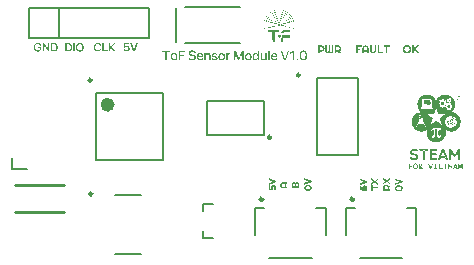
<source format=gbr>
%TF.GenerationSoftware,Altium Limited,Altium Designer,24.1.2 (44)*%
G04 Layer_Color=65535*
%FSLAX45Y45*%
%MOMM*%
%TF.SameCoordinates,480B7A5E-9FD5-4732-A4F6-FD879BEA9CF3*%
%TF.FilePolarity,Positive*%
%TF.FileFunction,Legend,Top*%
%TF.Part,Single*%
G01*
G75*
%TA.AperFunction,NonConductor*%
%ADD41C,0.25000*%
%ADD42C,0.30000*%
%ADD43C,0.60000*%
%ADD44C,0.20000*%
%ADD45C,0.25400*%
%ADD46C,0.12700*%
G36*
X10165255Y9086905D02*
X10165836Y9086808D01*
X10166515Y9086517D01*
X10167193Y9086323D01*
X10167823Y9086081D01*
X10168986Y9085306D01*
X10169325Y9085064D01*
X10170003Y9084385D01*
X10170197Y9084288D01*
X10170730Y9083756D01*
X10170826Y9083562D01*
X10171020Y9083368D01*
X10171117Y9083174D01*
X10171311Y9082980D01*
X10171408Y9082787D01*
X10171796Y9082108D01*
X10171892Y9081915D01*
X10172377Y9081139D01*
X10172571Y9080461D01*
X10172667Y9079783D01*
X10172765Y9079395D01*
X10172667Y9076004D01*
X10172571Y9075713D01*
X10172232Y9074793D01*
X10172086Y9074647D01*
X10171311Y9073194D01*
X10171117Y9073000D01*
X10171020Y9072806D01*
X10170826Y9072612D01*
X10170730Y9072418D01*
X10170294Y9071886D01*
X10169518Y9071110D01*
X10169325Y9071014D01*
X10169034Y9070723D01*
X10168840Y9070626D01*
X10167920Y9069996D01*
X10167871Y9069948D01*
X10167774D01*
X10167580Y9069754D01*
X10166611Y9069463D01*
X10166224Y9069366D01*
X10165594Y9069221D01*
X10165206Y9069124D01*
X10164431Y9069027D01*
X10163414Y9068979D01*
X10163123Y9069076D01*
X10162396Y9069221D01*
X10161573Y9069463D01*
X10160943Y9069706D01*
X10160410Y9070045D01*
X10160216Y9070238D01*
X10159538Y9070529D01*
X10159344Y9070626D01*
X10158811Y9071062D01*
X10157842Y9071837D01*
X10157164Y9072516D01*
X10157067Y9072709D01*
X10156679Y9073291D01*
X10156583Y9073485D01*
X10156195Y9074066D01*
X10156001Y9074550D01*
X10155517Y9076101D01*
X10155420Y9076488D01*
X10155323Y9077167D01*
X10155226Y9078136D01*
X10155323Y9079298D01*
X10155420Y9079589D01*
X10155614Y9080074D01*
X10156001Y9081333D01*
X10156244Y9081963D01*
X10156631Y9082544D01*
X10156873Y9083077D01*
X10156970Y9083271D01*
X10157406Y9083804D01*
X10157842Y9084240D01*
X10157891Y9084385D01*
X10158036Y9084434D01*
X10158085Y9084579D01*
X10158278Y9084676D01*
X10158763Y9085161D01*
X10159829Y9085742D01*
X10160023Y9085936D01*
X10160701Y9086226D01*
X10161088Y9086323D01*
X10162348Y9086808D01*
X10163317Y9086905D01*
X10164964Y9087002D01*
X10165255Y9086905D01*
D02*
G37*
G36*
Y9174403D02*
X10169615Y9174306D01*
X10169906Y9174209D01*
X10171989Y9174064D01*
X10173734Y9173870D01*
X10175284Y9173773D01*
X10176350Y9173676D01*
X10179111Y9173337D01*
X10179499Y9173240D01*
X10180323Y9173095D01*
X10180904Y9172998D01*
X10181388Y9172901D01*
X10182696Y9172756D01*
X10183084Y9172659D01*
X10183859Y9172562D01*
X10184344Y9172368D01*
X10185894Y9171884D01*
X10187590Y9171641D01*
X10188656Y9171254D01*
X10189770Y9170915D01*
X10191369Y9170576D01*
X10192338Y9170188D01*
X10192871Y9170043D01*
X10193549Y9169849D01*
X10194470Y9169510D01*
X10195002Y9169267D01*
X10195681Y9169074D01*
X10196601Y9168735D01*
X10197231Y9168395D01*
X10197909Y9168202D01*
X10198830Y9167862D01*
X10200041Y9167233D01*
X10200429Y9167136D01*
X10201059Y9166894D01*
X10202463Y9166264D01*
X10203093Y9166021D01*
X10203869Y9165537D01*
X10204353Y9165343D01*
X10204886Y9165198D01*
X10206727Y9164326D01*
X10206921Y9164229D01*
X10207599Y9163744D01*
X10207793Y9163647D01*
X10208471Y9163357D01*
X10209150Y9162969D01*
X10209731Y9162581D01*
X10210118Y9162485D01*
X10210797Y9162000D01*
X10211281Y9161709D01*
X10212347Y9161128D01*
X10212541Y9160934D01*
X10212734Y9160837D01*
X10213801Y9160256D01*
X10214091Y9159965D01*
X10215351Y9159287D01*
X10215641Y9158996D01*
X10216707Y9158415D01*
X10216901Y9158221D01*
X10217095Y9158124D01*
X10217967Y9157640D01*
X10218451Y9157155D01*
X10218645Y9157058D01*
X10219323Y9156574D01*
X10220292Y9155896D01*
X10220486Y9155799D01*
X10220971Y9155314D01*
X10221165Y9155217D01*
X10221359Y9155024D01*
X10221552Y9154927D01*
X10222085Y9154490D01*
X10222328Y9154248D01*
X10222812Y9153958D01*
X10223345Y9153522D01*
X10223587Y9153279D01*
X10223781Y9153182D01*
X10223975Y9152989D01*
X10224169Y9152892D01*
X10224653Y9152407D01*
X10224847Y9152310D01*
X10225041Y9152117D01*
X10225234Y9152020D01*
X10226106Y9151148D01*
X10226300Y9151051D01*
X10227172Y9150179D01*
X10227366Y9150082D01*
X10227608Y9149743D01*
X10227851Y9149500D01*
X10228044Y9149403D01*
X10228917Y9148531D01*
X10229110Y9148435D01*
X10229449Y9148095D01*
X10229546Y9147901D01*
X10229692Y9147756D01*
X10229885Y9147659D01*
X10230758Y9146787D01*
X10230951Y9146690D01*
X10231290Y9146351D01*
X10231387Y9146157D01*
X10231823Y9145721D01*
X10231969Y9145673D01*
X10232066Y9145479D01*
X10232453Y9145091D01*
X10232502Y9144946D01*
X10232695Y9144849D01*
X10233035Y9144510D01*
X10233131Y9144316D01*
X10233907Y9143541D01*
X10234003Y9143347D01*
X10234876Y9142475D01*
X10234972Y9142281D01*
X10235748Y9141506D01*
X10235845Y9141312D01*
X10236620Y9140537D01*
X10236717Y9140344D01*
X10236910Y9140150D01*
X10237007Y9139956D01*
X10237492Y9139471D01*
X10237589Y9139278D01*
X10237879Y9138987D01*
X10237976Y9138793D01*
X10238267Y9138502D01*
X10238364Y9138309D01*
X10238558Y9138115D01*
X10238655Y9137921D01*
X10239091Y9137388D01*
X10239236Y9137243D01*
X10239333Y9137049D01*
X10239527Y9136855D01*
X10239914Y9136177D01*
X10240350Y9135644D01*
X10240835Y9134869D01*
X10241368Y9134142D01*
X10241465Y9133948D01*
X10242434Y9132592D01*
X10242724Y9132107D01*
X10243160Y9131574D01*
X10243596Y9130751D01*
X10243790Y9130557D01*
X10243887Y9130363D01*
X10244081Y9130169D01*
X10244178Y9129976D01*
X10244565Y9129297D01*
X10245050Y9128619D01*
X10245631Y9127553D01*
X10246019Y9126972D01*
X10246261Y9126342D01*
X10246649Y9125761D01*
X10246794Y9125615D01*
X10247181Y9124646D01*
X10247278Y9124452D01*
X10247763Y9123774D01*
X10248150Y9122805D01*
X10248247Y9122611D01*
X10248732Y9121933D01*
X10249071Y9121012D01*
X10249410Y9120480D01*
X10249895Y9119414D01*
X10250282Y9118735D01*
X10250476Y9118542D01*
X10250767Y9117863D01*
X10251203Y9116652D01*
X10251542Y9115829D01*
X10251978Y9114617D01*
X10252511Y9113406D01*
X10252802Y9112437D01*
X10253044Y9111807D01*
X10253480Y9110790D01*
X10253674Y9110112D01*
X10254013Y9109191D01*
X10254255Y9108367D01*
X10254449Y9107689D01*
X10254546Y9107302D01*
X10254788Y9106284D01*
X10254982Y9105800D01*
X10255127Y9105267D01*
X10255321Y9104492D01*
X10255466Y9103474D01*
X10255563Y9103086D01*
X10255708Y9102554D01*
X10255902Y9101778D01*
X10255999Y9101100D01*
X10256387Y9099550D01*
X10256484Y9098387D01*
X10256581Y9098096D01*
X10256726Y9097466D01*
X10256823Y9097079D01*
X10256920Y9096594D01*
X10257017Y9096013D01*
X10257114Y9095529D01*
X10257307Y9094366D01*
X10257404Y9093203D01*
X10257501Y9092622D01*
X10257743Y9090635D01*
X10257840Y9089957D01*
X10257986Y9088455D01*
X10258083Y9086614D01*
X10258179Y9084192D01*
X10258228Y9077264D01*
X10258131Y9076973D01*
X10258034Y9073387D01*
X10257937Y9073097D01*
X10257840Y9071546D01*
X10257743Y9071256D01*
X10257598Y9069851D01*
X10257501Y9069269D01*
X10257404Y9068300D01*
X10257162Y9066314D01*
X10257065Y9065926D01*
X10256871Y9064764D01*
X10256775Y9064376D01*
X10256629Y9063746D01*
X10256532Y9063262D01*
X10256435Y9062487D01*
X10256338Y9062002D01*
X10256145Y9060839D01*
X10256048Y9060355D01*
X10255805Y9059531D01*
X10255660Y9058708D01*
X10255563Y9058223D01*
X10255466Y9057836D01*
X10255273Y9056867D01*
X10255176Y9056479D01*
X10255030Y9055946D01*
X10254788Y9055316D01*
X10254546Y9054977D01*
X10253916Y9054735D01*
X10252753Y9055026D01*
X10252123Y9055268D01*
X10251833Y9055558D01*
X10251736Y9055946D01*
X10251833Y9057012D01*
X10252026Y9057496D01*
X10252269Y9058126D01*
X10252511Y9058950D01*
X10252608Y9059337D01*
X10252753Y9060258D01*
X10252947Y9061227D01*
X10253044Y9061615D01*
X10253383Y9062729D01*
X10253480Y9063407D01*
X10253577Y9063795D01*
X10253674Y9064764D01*
X10253770Y9065442D01*
X10253916Y9066072D01*
X10254013Y9066556D01*
X10254207Y9067622D01*
X10254304Y9068107D01*
X10254449Y9069415D01*
X10254546Y9070675D01*
X10254643Y9072225D01*
X10254739Y9073194D01*
X10254885Y9074986D01*
X10254982Y9075858D01*
X10255079Y9077021D01*
X10255127Y9084046D01*
X10255030Y9084337D01*
X10254933Y9086953D01*
X10254836Y9087244D01*
X10254691Y9089812D01*
X10254594Y9091071D01*
X10254400Y9093203D01*
X10254207Y9094172D01*
X10254110Y9094753D01*
X10254013Y9095238D01*
X10253916Y9095625D01*
X10253819Y9096110D01*
X10253431Y9098726D01*
X10253335Y9099114D01*
X10253092Y9099937D01*
X10252898Y9100713D01*
X10252753Y9101245D01*
X10252656Y9101730D01*
X10252559Y9102311D01*
X10252462Y9102699D01*
X10252269Y9103183D01*
X10252026Y9103813D01*
X10251736Y9105461D01*
X10251542Y9106236D01*
X10251154Y9107108D01*
X10250864Y9108077D01*
X10250767Y9108464D01*
X10250428Y9109385D01*
X10250185Y9109918D01*
X10249992Y9110402D01*
X10249846Y9111032D01*
X10249556Y9111807D01*
X10249410Y9111953D01*
X10249313Y9112146D01*
X10249023Y9112825D01*
X10248877Y9113454D01*
X10248780Y9113842D01*
X10248247Y9114860D01*
X10248054Y9115344D01*
X10247908Y9115877D01*
X10247618Y9116458D01*
X10247181Y9117476D01*
X10246939Y9118106D01*
X10246358Y9119075D01*
X10246067Y9119850D01*
X10245873Y9120334D01*
X10245728Y9120480D01*
X10245631Y9120673D01*
X10244856Y9122127D01*
X10244662Y9122321D01*
X10243887Y9123774D01*
X10243693Y9123968D01*
X10243403Y9124646D01*
X10243015Y9125324D01*
X10242821Y9125518D01*
X10242046Y9126972D01*
X10241852Y9127166D01*
X10241755Y9127359D01*
X10241174Y9128425D01*
X10240883Y9128716D01*
X10240205Y9129976D01*
X10239914Y9130266D01*
X10239817Y9130460D01*
X10239188Y9131381D01*
X10238945Y9131623D01*
X10238461Y9132495D01*
X10238170Y9132786D01*
X10238073Y9132979D01*
X10237879Y9133173D01*
X10237589Y9133658D01*
X10237395Y9133851D01*
X10237298Y9134045D01*
X10237007Y9134336D01*
X10236910Y9134530D01*
X10236474Y9135063D01*
X10236232Y9135402D01*
X10236038Y9135596D01*
X10235941Y9135789D01*
X10235506Y9136322D01*
X10235263Y9136565D01*
X10235166Y9136758D01*
X10234488Y9137630D01*
X10234003Y9138115D01*
X10233907Y9138309D01*
X10233228Y9138987D01*
X10233131Y9139181D01*
X10232356Y9139956D01*
X10232259Y9140150D01*
X10231581Y9140828D01*
X10231484Y9141022D01*
X10230321Y9142185D01*
X10230225Y9142378D01*
X10228287Y9144316D01*
X10228190Y9144510D01*
X10227075Y9145625D01*
X10226882Y9145721D01*
X10225816Y9146787D01*
X10225622Y9146884D01*
X10224847Y9147659D01*
X10224653Y9147756D01*
X10223587Y9148822D01*
X10223393Y9148919D01*
X10222812Y9149500D01*
X10222618Y9149597D01*
X10222424Y9149791D01*
X10222231Y9149888D01*
X10222085Y9150033D01*
X10222037Y9150179D01*
X10221843Y9150276D01*
X10221552Y9150566D01*
X10221359Y9150663D01*
X10220874Y9151148D01*
X10220680Y9151245D01*
X10220486Y9151438D01*
X10220292Y9151535D01*
X10219905Y9151923D01*
X10219711Y9152020D01*
X10219421Y9152310D01*
X10219227Y9152407D01*
X10218694Y9152843D01*
X10218549Y9152989D01*
X10218355Y9153086D01*
X10218161Y9153279D01*
X10217482Y9153667D01*
X10217095Y9154055D01*
X10216901Y9154151D01*
X10215981Y9154781D01*
X10215835Y9154927D01*
X10214770Y9155508D01*
X10214479Y9155799D01*
X10214285Y9155896D01*
X10213364Y9156526D01*
X10213025Y9156768D01*
X10212831Y9156961D01*
X10211960Y9157446D01*
X10211766Y9157640D01*
X10211572Y9157737D01*
X10210312Y9158415D01*
X10210118Y9158609D01*
X10209052Y9159190D01*
X10208374Y9159675D01*
X10207696Y9159965D01*
X10207018Y9160353D01*
X10206145Y9160740D01*
X10205080Y9161322D01*
X10203820Y9161903D01*
X10203626Y9162000D01*
X10202367Y9162581D01*
X10201979Y9162678D01*
X10198394Y9164423D01*
X10197764Y9164568D01*
X10197376Y9164665D01*
X10196601Y9165149D01*
X10196117Y9165343D01*
X10195681Y9165488D01*
X10194421Y9165973D01*
X10193743Y9166167D01*
X10192241Y9166700D01*
X10191708Y9166942D01*
X10190933Y9167136D01*
X10190303Y9167281D01*
X10189818Y9167378D01*
X10188849Y9167766D01*
X10188220Y9168008D01*
X10186863Y9168202D01*
X10186088Y9168395D01*
X10185458Y9168637D01*
X10184634Y9168977D01*
X10184247Y9169074D01*
X10183278Y9169170D01*
X10182600Y9169267D01*
X10181824Y9169364D01*
X10180952Y9169752D01*
X10180177Y9169946D01*
X10179208Y9170043D01*
X10177755Y9170139D01*
X10177464Y9170236D01*
X10176786Y9170333D01*
X10176398Y9170430D01*
X10175090Y9170576D01*
X10173927Y9170769D01*
X10172619Y9170915D01*
X10169034Y9171012D01*
X10165739Y9171108D01*
X10157116Y9171012D01*
X10156825Y9170915D01*
X10154015Y9170818D01*
X10153724Y9170721D01*
X10152610Y9170576D01*
X10152028Y9170478D01*
X10150042Y9170236D01*
X10149655Y9170139D01*
X10148540Y9169994D01*
X10147280Y9169800D01*
X10146118Y9169607D01*
X10145730Y9169510D01*
X10145197Y9169364D01*
X10144567Y9169219D01*
X10142823Y9168928D01*
X10142436Y9168831D01*
X10141660Y9168541D01*
X10141128Y9168395D01*
X10140352Y9168202D01*
X10139238Y9167959D01*
X10138463Y9167668D01*
X10137930Y9167523D01*
X10136380Y9167136D01*
X10135604Y9166845D01*
X10134926Y9166554D01*
X10133570Y9166264D01*
X10131922Y9165488D01*
X10131244Y9165295D01*
X10130711Y9165149D01*
X10130227Y9164956D01*
X10129015Y9164423D01*
X10128386Y9164180D01*
X10127271Y9163647D01*
X10126593Y9163454D01*
X10123008Y9161709D01*
X10121748Y9161031D01*
X10117872Y9158996D01*
X10117000Y9158512D01*
X10116710Y9158221D01*
X10116516Y9158124D01*
X10115643Y9157640D01*
X10114868Y9157155D01*
X10114190Y9156768D01*
X10113657Y9156332D01*
X10113076Y9155944D01*
X10112058Y9155217D01*
X10111186Y9154733D01*
X10110895Y9154442D01*
X10110702Y9154345D01*
X10110023Y9153861D01*
X10109491Y9153425D01*
X10108667Y9152892D01*
X10108279Y9152504D01*
X10108085Y9152407D01*
X10107553Y9151971D01*
X10107310Y9151729D01*
X10107117Y9151632D01*
X10106923Y9151438D01*
X10106729Y9151341D01*
X10106341Y9150954D01*
X10106148Y9150857D01*
X10105663Y9150372D01*
X10105469Y9150276D01*
X10104791Y9149597D01*
X10104597Y9149500D01*
X10104306Y9149210D01*
X10104113Y9149113D01*
X10103338Y9148338D01*
X10103144Y9148241D01*
X10102902Y9147901D01*
X10102659Y9147659D01*
X10102465Y9147562D01*
X10099655Y9144752D01*
X10099462Y9144656D01*
X10098977Y9144074D01*
X10098251Y9143347D01*
X10098154Y9143154D01*
X10097814Y9142814D01*
X10097621Y9142718D01*
X10097136Y9142136D01*
X10096603Y9141603D01*
X10096506Y9141409D01*
X10095731Y9140634D01*
X10095634Y9140440D01*
X10095053Y9139859D01*
X10094956Y9139665D01*
X10094472Y9139181D01*
X10094375Y9138987D01*
X10093793Y9138406D01*
X10093696Y9138212D01*
X10093503Y9138018D01*
X10093406Y9137824D01*
X10092824Y9137243D01*
X10092727Y9137049D01*
X10092291Y9136516D01*
X10092146Y9136371D01*
X10092049Y9136177D01*
X10091855Y9135983D01*
X10091758Y9135789D01*
X10091080Y9134917D01*
X10090596Y9134239D01*
X10090499Y9134045D01*
X10090014Y9133561D01*
X10089917Y9133367D01*
X10089530Y9132689D01*
X10089239Y9132398D01*
X10089142Y9132204D01*
X10088318Y9130993D01*
X10087640Y9129927D01*
X10087398Y9129588D01*
X10086720Y9128328D01*
X10086526Y9128134D01*
X10086429Y9127941D01*
X10085751Y9126681D01*
X10085266Y9126003D01*
X10085024Y9125373D01*
X10084297Y9124162D01*
X10083910Y9123483D01*
X10083522Y9122902D01*
X10081875Y9119704D01*
X10081390Y9118639D01*
X10080712Y9117185D01*
X10080518Y9116701D01*
X10079937Y9115635D01*
X10079646Y9114956D01*
X10079501Y9114327D01*
X10079307Y9113842D01*
X10078871Y9113115D01*
X10078580Y9111953D01*
X10078386Y9111468D01*
X10077902Y9110402D01*
X10077805Y9110015D01*
X10077660Y9109385D01*
X10077563Y9108997D01*
X10077030Y9107883D01*
X10076933Y9107495D01*
X10076594Y9105993D01*
X10076400Y9105509D01*
X10076158Y9104879D01*
X10075770Y9103329D01*
X10075625Y9102602D01*
X10075431Y9102118D01*
X10075189Y9101488D01*
X10075092Y9101100D01*
X10074995Y9100422D01*
X10074753Y9098920D01*
X10074414Y9097806D01*
X10074317Y9097418D01*
X10074172Y9096497D01*
X10074075Y9095722D01*
X10073978Y9094753D01*
X10073687Y9092815D01*
X10073493Y9092040D01*
X10073396Y9091556D01*
X10073154Y9089376D01*
X10073057Y9088407D01*
X10072960Y9086566D01*
X10072864Y9086178D01*
X10072718Y9083804D01*
X10072670Y9077070D01*
X10072766Y9076779D01*
X10072864Y9074163D01*
X10072960Y9073872D01*
X10073106Y9071692D01*
X10073203Y9070626D01*
X10073299Y9069754D01*
X10073396Y9069173D01*
X10073493Y9068785D01*
X10073736Y9067961D01*
X10073881Y9066653D01*
X10074075Y9065394D01*
X10074220Y9064086D01*
X10074317Y9063698D01*
X10074462Y9063165D01*
X10074705Y9062535D01*
X10074801Y9061857D01*
X10075092Y9060209D01*
X10075189Y9059822D01*
X10075674Y9058562D01*
X10075770Y9058175D01*
X10075916Y9057545D01*
X10076013Y9057157D01*
X10076158Y9056624D01*
X10076546Y9055946D01*
X10077369Y9055607D01*
X10077950Y9055704D01*
X10078435Y9056188D01*
X10079210Y9056382D01*
X10080615Y9056624D01*
X10081972Y9057109D01*
X10082795Y9057351D01*
X10084104Y9057496D01*
X10086381Y9058223D01*
X10086768Y9058320D01*
X10087592Y9058465D01*
X10087979Y9058562D01*
X10088512Y9058805D01*
X10089724Y9059240D01*
X10090014Y9059531D01*
X10090111Y9060016D01*
X10090014Y9060306D01*
X10089820Y9060791D01*
X10089578Y9061421D01*
X10089384Y9061905D01*
X10089142Y9062438D01*
X10089045Y9063116D01*
X10088948Y9063504D01*
X10088803Y9064812D01*
X10088706Y9065200D01*
X10088367Y9066314D01*
X10088270Y9066992D01*
X10088125Y9067622D01*
X10088028Y9068107D01*
X10087931Y9068688D01*
X10087834Y9069463D01*
X10087737Y9070626D01*
X10087398Y9073387D01*
X10087301Y9074357D01*
X10087204Y9076488D01*
X10087107Y9080074D01*
X10087204Y9085984D01*
X10087301Y9086275D01*
X10087398Y9088116D01*
X10087495Y9088407D01*
X10087640Y9089618D01*
X10087737Y9090102D01*
X10087979Y9092089D01*
X10088076Y9092767D01*
X10088222Y9093881D01*
X10088318Y9094463D01*
X10088706Y9096013D01*
X10088803Y9096594D01*
X10088900Y9097079D01*
X10089094Y9097854D01*
X10089287Y9099017D01*
X10089627Y9099841D01*
X10089869Y9100955D01*
X10089966Y9101342D01*
X10090160Y9102311D01*
X10090256Y9102699D01*
X10090693Y9103716D01*
X10090789Y9104104D01*
X10091032Y9105121D01*
X10091225Y9105606D01*
X10091662Y9106623D01*
X10091855Y9107302D01*
X10092097Y9107931D01*
X10092534Y9108658D01*
X10092679Y9109191D01*
X10092776Y9109579D01*
X10092970Y9110063D01*
X10093357Y9110644D01*
X10093599Y9111274D01*
X10093745Y9111807D01*
X10093939Y9112292D01*
X10094326Y9112873D01*
X10094568Y9113503D01*
X10095053Y9114375D01*
X10095634Y9115635D01*
X10095731Y9115829D01*
X10096216Y9116507D01*
X10096458Y9117137D01*
X10096652Y9117621D01*
X10096894Y9117863D01*
X10096991Y9118057D01*
X10097185Y9118251D01*
X10097378Y9118735D01*
X10097766Y9119414D01*
X10098057Y9119704D01*
X10098347Y9120383D01*
X10098444Y9120577D01*
X10098880Y9121110D01*
X10099607Y9122321D01*
X10099801Y9122514D01*
X10099898Y9122708D01*
X10100285Y9123290D01*
X10100576Y9123774D01*
X10100867Y9124065D01*
X10100964Y9124259D01*
X10101351Y9124937D01*
X10101836Y9125421D01*
X10101933Y9125615D01*
X10102417Y9126293D01*
X10102853Y9126826D01*
X10103192Y9127359D01*
X10103386Y9127553D01*
X10103483Y9127747D01*
X10103871Y9128134D01*
X10103967Y9128328D01*
X10104161Y9128522D01*
X10104258Y9128716D01*
X10104743Y9129200D01*
X10104840Y9129394D01*
X10105033Y9129588D01*
X10105130Y9129782D01*
X10105712Y9130363D01*
X10105809Y9130557D01*
X10106487Y9131235D01*
X10106584Y9131429D01*
X10107359Y9132204D01*
X10107456Y9132398D01*
X10108425Y9133367D01*
X10108522Y9133561D01*
X10110895Y9135935D01*
X10111041Y9135983D01*
X10111138Y9136177D01*
X10111574Y9136613D01*
X10111768Y9136710D01*
X10112543Y9137485D01*
X10112737Y9137582D01*
X10113609Y9138454D01*
X10113802Y9138551D01*
X10114481Y9139229D01*
X10114674Y9139326D01*
X10114868Y9139520D01*
X10115062Y9139617D01*
X10115643Y9140198D01*
X10115837Y9140295D01*
X10116031Y9140489D01*
X10116225Y9140586D01*
X10116612Y9140973D01*
X10116806Y9141070D01*
X10118018Y9141991D01*
X10118793Y9142475D01*
X10119132Y9142814D01*
X10120004Y9143299D01*
X10120295Y9143590D01*
X10120489Y9143687D01*
X10121167Y9144074D01*
X10121700Y9144510D01*
X10122814Y9145140D01*
X10123492Y9145625D01*
X10124558Y9146206D01*
X10125140Y9146593D01*
X10125527Y9146690D01*
X10126205Y9147078D01*
X10126399Y9147272D01*
X10126593Y9147369D01*
X10127465Y9147756D01*
X10127950Y9148047D01*
X10128531Y9148435D01*
X10129064Y9148580D01*
X10129548Y9148774D01*
X10129888Y9149016D01*
X10130469Y9149403D01*
X10131002Y9149549D01*
X10131777Y9149839D01*
X10132504Y9150276D01*
X10133037Y9150421D01*
X10133521Y9150615D01*
X10134539Y9151148D01*
X10135217Y9151341D01*
X10135701Y9151535D01*
X10136331Y9151777D01*
X10137155Y9152117D01*
X10137833Y9152310D01*
X10138753Y9152649D01*
X10139287Y9152892D01*
X10139965Y9153086D01*
X10140740Y9153279D01*
X10141273Y9153425D01*
X10141806Y9153667D01*
X10142290Y9153861D01*
X10143066Y9154055D01*
X10144180Y9154297D01*
X10144567Y9154394D01*
X10145052Y9154587D01*
X10145585Y9154733D01*
X10146360Y9154927D01*
X10147038Y9155024D01*
X10147426Y9155120D01*
X10148831Y9155363D01*
X10149218Y9155459D01*
X10149848Y9155702D01*
X10151496Y9155896D01*
X10152804Y9156041D01*
X10153579Y9156138D01*
X10154887Y9156283D01*
X10156050Y9156380D01*
X10156340Y9156477D01*
X10157309Y9156574D01*
X10159393Y9156719D01*
X10161815Y9156816D01*
X10161960Y9156865D01*
X10162251Y9156768D01*
X10165206Y9156816D01*
X10167726Y9156719D01*
X10168986Y9156622D01*
X10170148Y9156526D01*
X10171214Y9156428D01*
X10173200Y9156186D01*
X10173588Y9156089D01*
X10175332Y9155992D01*
X10175623Y9155896D01*
X10177513Y9155750D01*
X10177997Y9155653D01*
X10179111Y9155314D01*
X10179499Y9155217D01*
X10180468Y9155120D01*
X10181146Y9155024D01*
X10181534Y9154927D01*
X10182067Y9154781D01*
X10182551Y9154587D01*
X10183084Y9154442D01*
X10183859Y9154248D01*
X10184974Y9154006D01*
X10185749Y9153715D01*
X10186282Y9153473D01*
X10186960Y9153279D01*
X10188171Y9153037D01*
X10189237Y9152553D01*
X10190061Y9152310D01*
X10190594Y9152165D01*
X10191078Y9151971D01*
X10192483Y9151341D01*
X10192871Y9151245D01*
X10193549Y9150857D01*
X10194227Y9150566D01*
X10194857Y9150421D01*
X10195245Y9150324D01*
X10195778Y9149985D01*
X10196359Y9149597D01*
X10196989Y9149355D01*
X10197812Y9148919D01*
X10198491Y9148628D01*
X10199121Y9148386D01*
X10199702Y9147998D01*
X10199847Y9147853D01*
X10200525Y9147562D01*
X10201204Y9147175D01*
X10201785Y9146787D01*
X10202415Y9146545D01*
X10202851Y9146206D01*
X10203045Y9146109D01*
X10203239Y9145915D01*
X10203869Y9145673D01*
X10204450Y9145285D01*
X10204692Y9145043D01*
X10205758Y9144462D01*
X10205952Y9144268D01*
X10206145Y9144171D01*
X10206824Y9143783D01*
X10207357Y9143347D01*
X10208423Y9142669D01*
X10208762Y9142427D01*
X10209052Y9142136D01*
X10209731Y9141749D01*
X10210215Y9141264D01*
X10210409Y9141167D01*
X10210942Y9140731D01*
X10211184Y9140489D01*
X10211378Y9140392D01*
X10211572Y9140198D01*
X10211766Y9140101D01*
X10211960Y9139908D01*
X10212153Y9139811D01*
X10212638Y9139326D01*
X10212831Y9139229D01*
X10213364Y9138793D01*
X10213801Y9138357D01*
X10213994Y9138260D01*
X10214188Y9138067D01*
X10214382Y9137970D01*
X10214963Y9137388D01*
X10215157Y9137291D01*
X10215932Y9136516D01*
X10216126Y9136419D01*
X10217095Y9135450D01*
X10217289Y9135353D01*
X10217434Y9135208D01*
X10217531Y9135014D01*
X10217870Y9134675D01*
X10218015Y9134627D01*
X10218112Y9134433D01*
X10219275Y9133270D01*
X10219372Y9133076D01*
X10220922Y9131526D01*
X10221019Y9131332D01*
X10221698Y9130654D01*
X10221794Y9130460D01*
X10222085Y9130169D01*
X10222182Y9129976D01*
X10222860Y9129297D01*
X10222957Y9129103D01*
X10223636Y9128425D01*
X10223732Y9128231D01*
X10223926Y9128038D01*
X10224023Y9127844D01*
X10224508Y9127359D01*
X10224604Y9127166D01*
X10224798Y9126972D01*
X10224895Y9126778D01*
X10225331Y9126245D01*
X10225477Y9126100D01*
X10225573Y9125906D01*
X10226252Y9125034D01*
X10226639Y9124452D01*
X10226736Y9124259D01*
X10226930Y9124065D01*
X10227027Y9123871D01*
X10227318Y9123580D01*
X10227802Y9122708D01*
X10228190Y9122321D01*
X10228287Y9122127D01*
X10228674Y9121449D01*
X10228965Y9121158D01*
X10229062Y9120964D01*
X10229256Y9120770D01*
X10229837Y9119704D01*
X10230128Y9119414D01*
X10230321Y9118929D01*
X10230709Y9118251D01*
X10231000Y9117960D01*
X10231290Y9117282D01*
X10231678Y9116604D01*
X10232066Y9116022D01*
X10232211Y9115490D01*
X10232695Y9114714D01*
X10233131Y9113697D01*
X10234003Y9111856D01*
X10234343Y9110935D01*
X10234779Y9110209D01*
X10234972Y9109530D01*
X10235312Y9108610D01*
X10235845Y9107495D01*
X10236184Y9106575D01*
X10236717Y9105364D01*
X10236862Y9104831D01*
X10236959Y9104443D01*
X10237153Y9103959D01*
X10237492Y9103135D01*
X10237637Y9102505D01*
X10237831Y9101730D01*
X10237928Y9101245D01*
X10238025Y9100858D01*
X10238219Y9100373D01*
X10238558Y9099259D01*
X10238655Y9098872D01*
X10238848Y9097709D01*
X10239042Y9096934D01*
X10239333Y9095868D01*
X10239430Y9095189D01*
X10239624Y9094414D01*
X10239866Y9092525D01*
X10240060Y9091362D01*
X10240253Y9090393D01*
X10240350Y9089618D01*
X10240544Y9087292D01*
X10240641Y9085451D01*
X10240738Y9083126D01*
X10240786Y9077845D01*
X10240689Y9077554D01*
X10240592Y9074163D01*
X10240496Y9073872D01*
X10240399Y9071934D01*
X10240302Y9071644D01*
X10240157Y9070238D01*
X10240060Y9069657D01*
X10239963Y9069269D01*
X10239527Y9065829D01*
X10239430Y9065442D01*
X10239284Y9064715D01*
X10239139Y9064182D01*
X10238945Y9063407D01*
X10238800Y9062777D01*
X10238703Y9062293D01*
X10238509Y9061518D01*
X10238170Y9060403D01*
X10237976Y9059919D01*
X10237686Y9059434D01*
X10237540Y9059289D01*
X10237153Y9059192D01*
X10236184Y9059289D01*
X10235893Y9059386D01*
X10235409Y9059677D01*
X10235166Y9059919D01*
X10235069Y9060306D01*
X10235166Y9061469D01*
X10235360Y9061954D01*
X10235554Y9062632D01*
X10235941Y9064182D01*
X10236038Y9064861D01*
X10236281Y9065975D01*
X10236378Y9066459D01*
X10236571Y9067622D01*
X10236765Y9068397D01*
X10236862Y9068882D01*
X10236959Y9069851D01*
X10237056Y9071014D01*
X10237153Y9071595D01*
X10237250Y9072661D01*
X10237347Y9073242D01*
X10237443Y9073727D01*
X10237540Y9074696D01*
X10237637Y9076634D01*
X10237734Y9079153D01*
X10237782Y9081430D01*
X10237686Y9081721D01*
X10237589Y9085597D01*
X10237492Y9085887D01*
X10237395Y9087438D01*
X10237298Y9087728D01*
X10237104Y9089666D01*
X10237007Y9090345D01*
X10236862Y9091265D01*
X10236765Y9091846D01*
X10236668Y9092622D01*
X10236571Y9093106D01*
X10236474Y9093494D01*
X10236329Y9094027D01*
X10236232Y9094414D01*
X10235893Y9096013D01*
X10235796Y9096497D01*
X10235699Y9096885D01*
X10235602Y9097370D01*
X10235118Y9099308D01*
X10235021Y9099792D01*
X10234197Y9102360D01*
X10234100Y9102747D01*
X10233955Y9103280D01*
X10233858Y9103668D01*
X10233664Y9104152D01*
X10233228Y9105170D01*
X10233131Y9105557D01*
X10232841Y9106333D01*
X10232453Y9106914D01*
X10232308Y9107447D01*
X10232211Y9107834D01*
X10232017Y9108319D01*
X10231630Y9108901D01*
X10231436Y9109385D01*
X10231048Y9110451D01*
X10230515Y9111468D01*
X10230273Y9112098D01*
X10229789Y9112873D01*
X10229352Y9113891D01*
X10228965Y9114569D01*
X10228190Y9116022D01*
X10227899Y9116313D01*
X10227511Y9117185D01*
X10227124Y9117863D01*
X10226930Y9118057D01*
X10226833Y9118251D01*
X10226349Y9119123D01*
X10226058Y9119414D01*
X10225961Y9119608D01*
X10225573Y9120189D01*
X10225477Y9120383D01*
X10225041Y9120916D01*
X10224653Y9121497D01*
X10223829Y9122611D01*
X10223732Y9122805D01*
X10223296Y9123338D01*
X10223054Y9123580D01*
X10222957Y9123774D01*
X10222279Y9124646D01*
X10222085Y9124840D01*
X10221988Y9125034D01*
X10221552Y9125567D01*
X10221310Y9125809D01*
X10221213Y9126003D01*
X10221019Y9126197D01*
X10220922Y9126390D01*
X10220341Y9126972D01*
X10220244Y9127166D01*
X10219857Y9127553D01*
X10219760Y9127747D01*
X10219178Y9128328D01*
X10219081Y9128522D01*
X10218306Y9129297D01*
X10218209Y9129491D01*
X10217240Y9130460D01*
X10217143Y9130654D01*
X10216804Y9130993D01*
X10216611Y9131090D01*
X10216368Y9131429D01*
X10215157Y9132640D01*
X10214963Y9132737D01*
X10214333Y9133367D01*
X10214285Y9133512D01*
X10214091Y9133609D01*
X10213122Y9134578D01*
X10212928Y9134675D01*
X10212444Y9135160D01*
X10212250Y9135257D01*
X10211862Y9135644D01*
X10211669Y9135741D01*
X10211087Y9136322D01*
X10210893Y9136419D01*
X10210603Y9136710D01*
X10210409Y9136807D01*
X10209924Y9137291D01*
X10209731Y9137388D01*
X10209537Y9137582D01*
X10209343Y9137679D01*
X10208859Y9138163D01*
X10208665Y9138260D01*
X10208471Y9138454D01*
X10207987Y9138745D01*
X10207599Y9139132D01*
X10207405Y9139229D01*
X10206727Y9139617D01*
X10206194Y9140053D01*
X10205128Y9140731D01*
X10204886Y9140973D01*
X10204692Y9141070D01*
X10203772Y9141700D01*
X10203626Y9141846D01*
X10203432Y9141942D01*
X10202948Y9142233D01*
X10202270Y9142621D01*
X10201688Y9143008D01*
X10201494Y9143105D01*
X10200574Y9143735D01*
X10200429Y9143880D01*
X10199363Y9144462D01*
X10197522Y9145431D01*
X10196940Y9145818D01*
X10196020Y9146157D01*
X10195487Y9146400D01*
X10195002Y9146593D01*
X10194615Y9146690D01*
X10193985Y9146933D01*
X10193404Y9147320D01*
X10193258Y9147466D01*
X10192774Y9147659D01*
X10191272Y9148192D01*
X10190642Y9148435D01*
X10189673Y9148725D01*
X10188413Y9149307D01*
X10187251Y9149597D01*
X10186621Y9149743D01*
X10185797Y9150179D01*
X10185119Y9150469D01*
X10184489Y9150615D01*
X10184005Y9150711D01*
X10183617Y9150808D01*
X10182648Y9151196D01*
X10182115Y9151341D01*
X10181340Y9151535D01*
X10180516Y9151680D01*
X10180129Y9151777D01*
X10179305Y9152117D01*
X10178530Y9152310D01*
X10177028Y9152456D01*
X10175865Y9152649D01*
X10175477Y9152746D01*
X10174509Y9152940D01*
X10173346Y9153134D01*
X10171505Y9153231D01*
X10169761Y9153328D01*
X10168114Y9153425D01*
X10166854Y9153522D01*
X10163075Y9153618D01*
X10163026Y9153667D01*
X10162736Y9153570D01*
X10158085Y9153473D01*
X10157794Y9153376D01*
X10155468Y9153279D01*
X10155178Y9153182D01*
X10153966Y9153037D01*
X10152804Y9152843D01*
X10151835Y9152649D01*
X10149848Y9152407D01*
X10149461Y9152310D01*
X10148686Y9152214D01*
X10148395Y9152117D01*
X10147474Y9151777D01*
X10147087Y9151680D01*
X10146602Y9151584D01*
X10145342Y9151390D01*
X10144761Y9151293D01*
X10144277Y9151099D01*
X10143744Y9150857D01*
X10142775Y9150566D01*
X10142000Y9150372D01*
X10141079Y9150033D01*
X10140256Y9149694D01*
X10139577Y9149500D01*
X10138947Y9149258D01*
X10138463Y9149064D01*
X10137930Y9148822D01*
X10137542Y9148725D01*
X10136864Y9148531D01*
X10136234Y9148289D01*
X10135508Y9147853D01*
X10134829Y9147659D01*
X10134345Y9147466D01*
X10133085Y9146884D01*
X10132601Y9146690D01*
X10131922Y9146303D01*
X10131438Y9146012D01*
X10130808Y9145770D01*
X10130323Y9145576D01*
X10129500Y9145140D01*
X10128240Y9144462D01*
X10127756Y9144171D01*
X10127126Y9143929D01*
X10126351Y9143444D01*
X10125285Y9142766D01*
X10125140Y9142621D01*
X10124946Y9142524D01*
X10124752Y9142330D01*
X10123686Y9141749D01*
X10123492Y9141555D01*
X10123299Y9141458D01*
X10122620Y9141070D01*
X10122426Y9140877D01*
X10122232Y9140780D01*
X10122039Y9140586D01*
X10121845Y9140489D01*
X10120634Y9139568D01*
X10120052Y9139181D01*
X10119471Y9138696D01*
X10118890Y9138309D01*
X10118551Y9137970D01*
X10118357Y9137873D01*
X10118066Y9137582D01*
X10117872Y9137485D01*
X10117484Y9137098D01*
X10117291Y9137001D01*
X10116806Y9136516D01*
X10116612Y9136419D01*
X10116322Y9136129D01*
X10116128Y9136032D01*
X10115450Y9135353D01*
X10115256Y9135257D01*
X10113802Y9133803D01*
X10113609Y9133706D01*
X10113076Y9133173D01*
X10113027Y9133028D01*
X10112833Y9132931D01*
X10111768Y9131865D01*
X10111574Y9131768D01*
X10111332Y9131526D01*
X10111235Y9131332D01*
X10110799Y9130896D01*
X10110605Y9130799D01*
X10110460Y9130654D01*
X10110363Y9130460D01*
X10109491Y9129588D01*
X10109394Y9129394D01*
X10108715Y9128716D01*
X10108619Y9128522D01*
X10108328Y9128231D01*
X10108231Y9128038D01*
X10107746Y9127553D01*
X10107650Y9127359D01*
X10107456Y9127166D01*
X10107359Y9126972D01*
X10106874Y9126487D01*
X10106777Y9126293D01*
X10106584Y9126100D01*
X10106487Y9125906D01*
X10106051Y9125373D01*
X10105809Y9125131D01*
X10105421Y9124452D01*
X10104936Y9123968D01*
X10104840Y9123774D01*
X10103919Y9122563D01*
X10103386Y9121739D01*
X10103095Y9121449D01*
X10102998Y9121255D01*
X10102369Y9120334D01*
X10102223Y9120189D01*
X10102126Y9119995D01*
X10101739Y9119317D01*
X10101303Y9118784D01*
X10100576Y9117476D01*
X10100092Y9116798D01*
X10099849Y9116168D01*
X10099607Y9115829D01*
X10099123Y9114763D01*
X10098929Y9114278D01*
X10098444Y9113600D01*
X10098347Y9113406D01*
X10097282Y9111178D01*
X10097039Y9110548D01*
X10096409Y9109336D01*
X10096070Y9108416D01*
X10095634Y9107689D01*
X10095489Y9107156D01*
X10095392Y9106769D01*
X10095198Y9106284D01*
X10094665Y9105267D01*
X10094472Y9104492D01*
X10094132Y9103571D01*
X10093890Y9103038D01*
X10093406Y9101488D01*
X10093212Y9101003D01*
X10093115Y9100616D01*
X10092921Y9099937D01*
X10092727Y9099162D01*
X10092485Y9098048D01*
X10092388Y9097563D01*
X10092001Y9096497D01*
X10091855Y9095965D01*
X10091710Y9094753D01*
X10091032Y9091362D01*
X10090886Y9090054D01*
X10090789Y9089085D01*
X10090693Y9088697D01*
X10090596Y9086953D01*
X10090499Y9086663D01*
X10090353Y9085064D01*
X10090256Y9082447D01*
X10090208Y9080558D01*
X10090305Y9080267D01*
X10090402Y9076197D01*
X10090499Y9075907D01*
X10090644Y9073339D01*
X10090741Y9072467D01*
X10090838Y9071110D01*
X10090935Y9070335D01*
X10091032Y9069366D01*
X10091128Y9068785D01*
X10091371Y9067961D01*
X10091468Y9067574D01*
X10091662Y9066411D01*
X10091758Y9066023D01*
X10091904Y9064909D01*
X10092340Y9063504D01*
X10092437Y9063116D01*
X10092582Y9062099D01*
X10092679Y9061615D01*
X10092873Y9060839D01*
X10093212Y9060306D01*
X10093745Y9060064D01*
X10094617Y9060161D01*
X10095295Y9060452D01*
X10095780Y9060646D01*
X10096749Y9060936D01*
X10098251Y9061276D01*
X10098783Y9061421D01*
X10099413Y9061663D01*
X10099801Y9061760D01*
X10100770Y9061954D01*
X10101157Y9062050D01*
X10101642Y9062147D01*
X10102223Y9062244D01*
X10102611Y9062341D01*
X10103095Y9062535D01*
X10103628Y9062680D01*
X10104403Y9062874D01*
X10105033Y9063019D01*
X10105421Y9063116D01*
X10106487Y9063504D01*
X10106826Y9063746D01*
X10106971Y9063892D01*
X10107068Y9064279D01*
X10106971Y9064861D01*
X10106681Y9065539D01*
X10106535Y9066556D01*
X10106438Y9067041D01*
X10106293Y9067574D01*
X10106002Y9068543D01*
X10105905Y9068930D01*
X10105760Y9069851D01*
X10105663Y9070432D01*
X10105372Y9072273D01*
X10105275Y9072661D01*
X10105179Y9073145D01*
X10105033Y9074454D01*
X10104936Y9074841D01*
X10104840Y9076682D01*
X10104743Y9077651D01*
X10104646Y9080655D01*
X10104743Y9085887D01*
X10104840Y9086178D01*
X10104936Y9088116D01*
X10105033Y9088407D01*
X10105227Y9090054D01*
X10105324Y9090345D01*
X10105421Y9090732D01*
X10105663Y9091846D01*
X10105760Y9092428D01*
X10105857Y9093494D01*
X10105954Y9093881D01*
X10106390Y9095286D01*
X10106584Y9095965D01*
X10106681Y9096643D01*
X10106777Y9097031D01*
X10106923Y9097563D01*
X10107310Y9098532D01*
X10107456Y9099065D01*
X10107650Y9099841D01*
X10107892Y9100470D01*
X10108425Y9101488D01*
X10108570Y9102118D01*
X10108764Y9102602D01*
X10109103Y9103135D01*
X10109394Y9103813D01*
X10109733Y9104734D01*
X10109975Y9105073D01*
X10110460Y9106139D01*
X10110944Y9107011D01*
X10111719Y9108464D01*
X10112010Y9108755D01*
X10112688Y9110015D01*
X10113173Y9110693D01*
X10113270Y9111081D01*
X10113706Y9111613D01*
X10114142Y9112340D01*
X10114529Y9113019D01*
X10114820Y9113309D01*
X10115304Y9114181D01*
X10115692Y9114569D01*
X10115789Y9114763D01*
X10116419Y9115683D01*
X10116661Y9115925D01*
X10116758Y9116119D01*
X10117436Y9116991D01*
X10117824Y9117379D01*
X10117921Y9117573D01*
X10118357Y9118106D01*
X10118696Y9118445D01*
X10118793Y9118639D01*
X10118986Y9118832D01*
X10119083Y9119026D01*
X10119665Y9119608D01*
X10119762Y9119801D01*
X10120634Y9120673D01*
X10120731Y9120867D01*
X10121700Y9121836D01*
X10121797Y9122030D01*
X10122039Y9122272D01*
X10122232Y9122369D01*
X10122765Y9122902D01*
X10122862Y9123096D01*
X10123201Y9123338D01*
X10123977Y9124113D01*
X10124171Y9124210D01*
X10124558Y9124598D01*
X10124752Y9124695D01*
X10125236Y9125179D01*
X10125430Y9125276D01*
X10125624Y9125470D01*
X10125818Y9125567D01*
X10126302Y9126051D01*
X10126496Y9126148D01*
X10126690Y9126342D01*
X10126884Y9126439D01*
X10127368Y9126923D01*
X10127562Y9127020D01*
X10129209Y9128183D01*
X10129403Y9128280D01*
X10129936Y9128716D01*
X10130662Y9129152D01*
X10130856Y9129249D01*
X10131050Y9129442D01*
X10131244Y9129540D01*
X10131825Y9129927D01*
X10132310Y9130121D01*
X10133279Y9130799D01*
X10134151Y9131284D01*
X10134732Y9131671D01*
X10135653Y9132010D01*
X10135798Y9132156D01*
X10135992Y9132253D01*
X10136573Y9132640D01*
X10136961Y9132737D01*
X10137833Y9133222D01*
X10138705Y9133609D01*
X10139190Y9133803D01*
X10140837Y9134578D01*
X10141370Y9134723D01*
X10142145Y9135208D01*
X10142775Y9135450D01*
X10143405Y9135596D01*
X10143792Y9135692D01*
X10144519Y9136032D01*
X10145197Y9136322D01*
X10145585Y9136419D01*
X10146263Y9136516D01*
X10146941Y9136710D01*
X10147571Y9136952D01*
X10148104Y9137098D01*
X10148879Y9137291D01*
X10149509Y9137437D01*
X10150284Y9137630D01*
X10150866Y9137727D01*
X10151350Y9137824D01*
X10152125Y9138018D01*
X10153094Y9138212D01*
X10153676Y9138309D01*
X10156292Y9138599D01*
X10156873Y9138696D01*
X10158520Y9138793D01*
X10159102Y9138890D01*
X10159974Y9138987D01*
X10166902Y9139036D01*
X10167193Y9138939D01*
X10169228Y9138842D01*
X10169518Y9138745D01*
X10172038Y9138551D01*
X10172425Y9138454D01*
X10174073Y9138260D01*
X10174460Y9138163D01*
X10175526Y9138067D01*
X10175817Y9137970D01*
X10176786Y9137679D01*
X10177416Y9137533D01*
X10178385Y9137340D01*
X10178966Y9137243D01*
X10179450Y9137146D01*
X10179838Y9137049D01*
X10180323Y9136855D01*
X10181146Y9136613D01*
X10181534Y9136516D01*
X10182164Y9136274D01*
X10182939Y9135983D01*
X10184053Y9135644D01*
X10185264Y9135208D01*
X10185410Y9135063D01*
X10185603Y9134966D01*
X10186282Y9134675D01*
X10186912Y9134530D01*
X10187299Y9134433D01*
X10188074Y9133948D01*
X10188898Y9133609D01*
X10189576Y9133222D01*
X10190836Y9132640D01*
X10191030Y9132543D01*
X10191999Y9131865D01*
X10192628Y9131623D01*
X10192967Y9131381D01*
X10193161Y9131187D01*
X10193355Y9131090D01*
X10194615Y9130412D01*
X10194809Y9130218D01*
X10195002Y9130121D01*
X10195874Y9129636D01*
X10196262Y9129249D01*
X10197328Y9128668D01*
X10198006Y9128183D01*
X10198491Y9127892D01*
X10199024Y9127456D01*
X10199605Y9127069D01*
X10200574Y9126293D01*
X10201155Y9125906D01*
X10201688Y9125373D01*
X10201882Y9125276D01*
X10202415Y9124840D01*
X10202657Y9124598D01*
X10202851Y9124501D01*
X10203045Y9124307D01*
X10203239Y9124210D01*
X10204014Y9123435D01*
X10204208Y9123338D01*
X10205370Y9122175D01*
X10205564Y9122079D01*
X10207066Y9120577D01*
X10207163Y9120383D01*
X10208132Y9119414D01*
X10208229Y9119220D01*
X10208907Y9118542D01*
X10209004Y9118348D01*
X10209682Y9117670D01*
X10209779Y9117476D01*
X10210215Y9116943D01*
X10210651Y9116507D01*
X10210748Y9116313D01*
X10211184Y9115780D01*
X10211330Y9115635D01*
X10211426Y9115441D01*
X10211620Y9115247D01*
X10211717Y9115053D01*
X10211911Y9114860D01*
X10212008Y9114666D01*
X10212299Y9114375D01*
X10212395Y9114181D01*
X10212783Y9113600D01*
X10212880Y9113406D01*
X10213364Y9112922D01*
X10213849Y9112050D01*
X10214043Y9111856D01*
X10214140Y9111662D01*
X10214333Y9111468D01*
X10214527Y9111081D01*
Y9110984D01*
X10215399Y9109724D01*
X10215496Y9109336D01*
X10216126Y9108416D01*
X10216368Y9107786D01*
X10216853Y9106914D01*
X10217240Y9106042D01*
X10217434Y9105557D01*
X10217822Y9104879D01*
X10218209Y9104007D01*
X10218451Y9103377D01*
X10218984Y9102166D01*
X10219178Y9101391D01*
X10219421Y9100761D01*
X10219953Y9099647D01*
X10220099Y9099017D01*
X10220196Y9098532D01*
X10220390Y9098048D01*
X10220825Y9097031D01*
X10220971Y9096401D01*
X10221068Y9095819D01*
X10221261Y9095044D01*
X10221698Y9094027D01*
X10221794Y9093639D01*
X10221891Y9092961D01*
X10222085Y9092186D01*
X10222231Y9091653D01*
X10222328Y9091265D01*
X10222473Y9090732D01*
X10222570Y9090345D01*
X10222667Y9089666D01*
X10222957Y9087341D01*
X10223054Y9086953D01*
X10223200Y9085354D01*
X10223296Y9084192D01*
X10223393Y9081478D01*
X10223442Y9079977D01*
X10223345Y9079686D01*
X10223248Y9076391D01*
X10223151Y9076101D01*
X10223006Y9074308D01*
X10222909Y9072661D01*
X10222812Y9072079D01*
X10222715Y9071110D01*
X10222618Y9070529D01*
X10222424Y9069754D01*
X10222279Y9069221D01*
X10222134Y9068591D01*
X10222037Y9068010D01*
X10221746Y9066847D01*
X10221601Y9066314D01*
X10221019Y9064279D01*
X10220777Y9063649D01*
X10220486Y9063359D01*
X10219905Y9063262D01*
X10219614Y9063359D01*
X10219081Y9063504D01*
X10218258Y9063940D01*
X10217919Y9064279D01*
X10218015Y9065055D01*
X10218209Y9065539D01*
X10218306Y9065926D01*
X10218451Y9066750D01*
X10218549Y9067235D01*
X10219081Y9068930D01*
X10219178Y9069318D01*
X10219421Y9071207D01*
X10219614Y9071983D01*
X10219711Y9072564D01*
X10219905Y9073533D01*
X10220002Y9074889D01*
X10220099Y9075858D01*
X10220196Y9077409D01*
X10220244Y9082399D01*
X10220147Y9082690D01*
X10220050Y9085694D01*
X10219953Y9085984D01*
X10219808Y9087098D01*
X10219711Y9087583D01*
X10219517Y9089133D01*
X10219130Y9091071D01*
X10219033Y9091459D01*
X10218791Y9092283D01*
X10218597Y9092961D01*
X10218403Y9093736D01*
X10218161Y9094850D01*
X10218064Y9095238D01*
X10217870Y9095722D01*
X10217628Y9096352D01*
X10217434Y9097031D01*
X10217240Y9097806D01*
X10216901Y9098726D01*
X10216756Y9098872D01*
X10216465Y9099841D01*
X10216368Y9100228D01*
X10215496Y9102069D01*
X10215351Y9102602D01*
X10214963Y9103183D01*
X10214624Y9104007D01*
X10214430Y9104492D01*
X10214333Y9104685D01*
X10213849Y9105364D01*
X10213655Y9105848D01*
X10213413Y9106478D01*
X10213074Y9106817D01*
X10212977Y9107011D01*
X10212299Y9108271D01*
X10211814Y9108949D01*
X10211426Y9109627D01*
X10211136Y9109918D01*
X10210651Y9110790D01*
X10210215Y9111323D01*
X10210070Y9111468D01*
X10209973Y9111662D01*
X10209537Y9112195D01*
X10209295Y9112437D01*
X10209198Y9112631D01*
X10209004Y9112825D01*
X10208713Y9113309D01*
X10208277Y9113842D01*
X10208132Y9113988D01*
X10208035Y9114181D01*
X10207357Y9115053D01*
X10207066Y9115344D01*
X10206969Y9115538D01*
X10206388Y9116119D01*
X10206291Y9116313D01*
X10206000Y9116604D01*
X10205903Y9116798D01*
X10205225Y9117476D01*
X10205128Y9117670D01*
X10203045Y9119753D01*
X10202851Y9119850D01*
X10201979Y9120722D01*
X10201785Y9120819D01*
X10201446Y9121158D01*
X10201349Y9121352D01*
X10201010Y9121594D01*
X10200477Y9122030D01*
X10200041Y9122466D01*
X10199847Y9122563D01*
X10199556Y9122853D01*
X10199363Y9122951D01*
X10198781Y9123532D01*
X10198588Y9123629D01*
X10198297Y9123920D01*
X10198103Y9124016D01*
X10197715Y9124404D01*
X10197522Y9124501D01*
X10196650Y9125179D01*
X10196068Y9125567D01*
X10195874Y9125664D01*
X10195681Y9125858D01*
X10195487Y9125954D01*
X10194227Y9126632D01*
X10194033Y9126826D01*
X10193840Y9126923D01*
X10193646Y9127117D01*
X10193452Y9127214D01*
X10192095Y9128183D01*
X10191466Y9128425D01*
X10190254Y9129152D01*
X10189576Y9129540D01*
X10188898Y9130024D01*
X10188510Y9130121D01*
X10186475Y9131090D01*
X10184828Y9131865D01*
X10184053Y9132059D01*
X10182793Y9132640D01*
X10181631Y9132931D01*
X10181098Y9133076D01*
X10180032Y9133464D01*
X10179499Y9133609D01*
X10178724Y9133803D01*
X10177513Y9134239D01*
X10176979Y9134384D01*
X10176592Y9134481D01*
X10174945Y9134675D01*
X10174557Y9134772D01*
X10173734Y9134917D01*
X10173200Y9135063D01*
X10172038Y9135257D01*
X10171359Y9135353D01*
X10170390Y9135450D01*
X10170003Y9135547D01*
X10167871Y9135644D01*
X10164189Y9135838D01*
X10159829Y9135741D01*
X10159538Y9135644D01*
X10157019Y9135547D01*
X10156728Y9135450D01*
X10155517Y9135305D01*
X10155032Y9135208D01*
X10154257Y9135014D01*
X10153773Y9134917D01*
X10151253Y9134530D01*
X10150478Y9134336D01*
X10149655Y9134094D01*
X10148976Y9133900D01*
X10147813Y9133609D01*
X10147184Y9133367D01*
X10146651Y9133125D01*
X10145972Y9132931D01*
X10145149Y9132786D01*
X10144374Y9132495D01*
X10143647Y9132059D01*
X10142581Y9131768D01*
X10141951Y9131526D01*
X10140546Y9130896D01*
X10139480Y9130315D01*
X10138802Y9130024D01*
X10137930Y9129540D01*
X10136089Y9128571D01*
X10135217Y9128086D01*
X10134151Y9127408D01*
X10133279Y9126923D01*
X10131729Y9125761D01*
X10130662Y9125179D01*
X10129112Y9124016D01*
X10128628Y9123532D01*
X10128434Y9123435D01*
X10128240Y9123241D01*
X10128046Y9123144D01*
X10127659Y9122757D01*
X10127465Y9122660D01*
X10126787Y9121982D01*
X10126593Y9121885D01*
X10125624Y9120916D01*
X10125430Y9120819D01*
X10124025Y9119414D01*
X10123928Y9119220D01*
X10123783Y9119075D01*
X10123589Y9118978D01*
X10123250Y9118639D01*
X10123153Y9118445D01*
X10122281Y9117573D01*
X10122184Y9117379D01*
X10121409Y9116604D01*
X10121312Y9116410D01*
X10120924Y9116022D01*
X10120828Y9115829D01*
X10120634Y9115635D01*
X10120537Y9115441D01*
X10119955Y9114860D01*
X10119859Y9114666D01*
X10119665Y9114472D01*
X10119568Y9114278D01*
X10118890Y9113406D01*
X10118502Y9112825D01*
X10118405Y9112631D01*
X10118018Y9112243D01*
X10117921Y9112050D01*
X10117291Y9111129D01*
X10117145Y9110984D01*
X10117049Y9110790D01*
X10116661Y9110112D01*
X10115789Y9108852D01*
X10115401Y9108174D01*
X10115014Y9107592D01*
X10114335Y9106333D01*
X10113948Y9105461D01*
X10113560Y9104782D01*
X10113366Y9104589D01*
X10112930Y9103377D01*
X10112446Y9102602D01*
X10112107Y9101778D01*
X10111961Y9101245D01*
X10111768Y9100761D01*
X10111332Y9100034D01*
X10111186Y9099501D01*
X10110895Y9098726D01*
X10110460Y9097709D01*
X10110266Y9096934D01*
X10110120Y9096304D01*
X10109491Y9094317D01*
X10109394Y9093639D01*
X10109297Y9093252D01*
X10109151Y9092719D01*
X10108812Y9091604D01*
X10108715Y9091217D01*
X10108522Y9090054D01*
X10108425Y9089666D01*
X10108279Y9088843D01*
X10107989Y9087098D01*
X10107795Y9086130D01*
X10107698Y9084095D01*
X10107601Y9083223D01*
X10107553Y9078039D01*
X10107650Y9077748D01*
X10107746Y9075907D01*
X10107843Y9075616D01*
X10107989Y9074211D01*
X10108182Y9073048D01*
X10108279Y9072564D01*
X10108376Y9072176D01*
X10108473Y9071595D01*
X10108570Y9070723D01*
X10108667Y9070335D01*
X10108861Y9069269D01*
X10109054Y9068785D01*
X10109297Y9068252D01*
X10109491Y9067574D01*
X10109733Y9066556D01*
X10109927Y9066072D01*
X10110072Y9065539D01*
X10110314Y9064909D01*
X10110508Y9064812D01*
X10110799Y9064715D01*
X10111477Y9064812D01*
X10111768Y9064909D01*
X10112543Y9065103D01*
X10113173Y9065345D01*
X10113996Y9065587D01*
X10114674Y9065684D01*
X10115450Y9065878D01*
X10117000Y9066363D01*
X10117775Y9066556D01*
X10118890Y9066798D01*
X10119665Y9067089D01*
X10120779Y9067428D01*
X10121167Y9067525D01*
X10122136Y9067622D01*
X10122523Y9067719D01*
X10123153Y9067961D01*
X10123299Y9068107D01*
X10123492Y9068204D01*
X10124025Y9068639D01*
X10124122Y9069027D01*
X10124025Y9069608D01*
X10123831Y9069802D01*
X10123638Y9070287D01*
X10123541Y9070675D01*
X10123444Y9071353D01*
X10123347Y9071644D01*
X10123250Y9072031D01*
X10122862Y9073387D01*
X10122765Y9073775D01*
X10122572Y9074938D01*
X10122475Y9075326D01*
X10122330Y9077021D01*
X10122232Y9078087D01*
X10122136Y9078959D01*
X10122087Y9083077D01*
X10122184Y9083368D01*
X10122330Y9085839D01*
X10122426Y9086420D01*
X10122620Y9087971D01*
X10122717Y9088455D01*
X10122911Y9089230D01*
X10123153Y9090054D01*
X10123347Y9090829D01*
X10123492Y9091653D01*
X10123589Y9092040D01*
X10123880Y9092815D01*
X10124122Y9093445D01*
X10124413Y9094414D01*
X10124558Y9094947D01*
X10124752Y9095432D01*
X10124897Y9095577D01*
X10125285Y9096546D01*
X10125527Y9097176D01*
X10125769Y9097515D01*
X10125963Y9097709D01*
X10126351Y9098678D01*
X10126738Y9099356D01*
X10126932Y9099550D01*
X10127126Y9100034D01*
X10127513Y9100713D01*
X10127998Y9101391D01*
X10128482Y9102263D01*
X10128676Y9102457D01*
X10128773Y9102651D01*
X10129258Y9103523D01*
X10129645Y9103910D01*
X10129742Y9104104D01*
X10130372Y9105024D01*
X10130614Y9105267D01*
X10130711Y9105461D01*
X10131389Y9106333D01*
X10131680Y9106623D01*
X10131777Y9106817D01*
X10131971Y9107011D01*
X10132068Y9107205D01*
X10133618Y9108755D01*
X10133715Y9108949D01*
X10134442Y9109675D01*
X10134587Y9109724D01*
X10134684Y9109918D01*
X10135023Y9110257D01*
X10135217Y9110354D01*
X10136089Y9111226D01*
X10136283Y9111323D01*
X10136767Y9111807D01*
X10136961Y9111904D01*
X10137349Y9112292D01*
X10137542Y9112389D01*
X10137833Y9112680D01*
X10138027Y9112776D01*
X10138414Y9113164D01*
X10139093Y9113551D01*
X10139287Y9113745D01*
X10139480Y9113842D01*
X10139674Y9114036D01*
X10140546Y9114521D01*
X10140837Y9114811D01*
X10141903Y9115392D01*
X10142193Y9115683D01*
X10142387Y9115780D01*
X10143066Y9116071D01*
X10143744Y9116458D01*
X10146360Y9117718D01*
X10147135Y9117912D01*
X10148782Y9118687D01*
X10149412Y9118929D01*
X10149897Y9119123D01*
X10150914Y9119559D01*
X10151544Y9119704D01*
X10151931Y9119801D01*
X10152997Y9120189D01*
X10153530Y9120334D01*
X10154209Y9120528D01*
X10155904Y9120770D01*
X10156292Y9120867D01*
X10157261Y9121061D01*
X10157648Y9121158D01*
X10158181Y9121303D01*
X10158860Y9121400D01*
X10161137Y9121545D01*
X10165739Y9121594D01*
X10166030Y9121497D01*
X10168356Y9121400D01*
X10168646Y9121303D01*
X10169276Y9121158D01*
X10170245Y9120964D01*
X10172765Y9120577D01*
X10173346Y9120480D01*
X10173734Y9120383D01*
X10175042Y9119850D01*
X10176059Y9119704D01*
X10176446Y9119608D01*
X10177222Y9119317D01*
X10177658Y9119075D01*
X10178142Y9118881D01*
X10178917Y9118687D01*
X10180565Y9117912D01*
X10181485Y9117573D01*
X10181631Y9117427D01*
X10181824Y9117331D01*
X10182696Y9116943D01*
X10183326Y9116701D01*
X10183665Y9116458D01*
X10184247Y9116071D01*
X10184634Y9115974D01*
X10185894Y9115102D01*
X10186766Y9114617D01*
X10187057Y9114327D01*
X10187929Y9113842D01*
X10188123Y9113648D01*
X10188316Y9113551D01*
X10188510Y9113358D01*
X10189189Y9112970D01*
X10189673Y9112486D01*
X10189867Y9112389D01*
X10190739Y9111711D01*
X10191030Y9111420D01*
X10191223Y9111323D01*
X10191611Y9110935D01*
X10191805Y9110838D01*
X10192967Y9109675D01*
X10193161Y9109579D01*
X10194857Y9107883D01*
X10194954Y9107689D01*
X10195729Y9106914D01*
X10195826Y9106720D01*
X10196020Y9106526D01*
X10196117Y9106333D01*
X10196601Y9105848D01*
X10196698Y9105654D01*
X10196892Y9105461D01*
X10196989Y9105267D01*
X10197425Y9104734D01*
X10197570Y9104589D01*
X10197667Y9104395D01*
X10198345Y9103523D01*
X10198733Y9102941D01*
X10199121Y9102263D01*
X10199411Y9101972D01*
X10199993Y9100906D01*
X10200186Y9100713D01*
X10200283Y9100519D01*
X10201059Y9099065D01*
X10201252Y9098872D01*
X10201591Y9097951D01*
X10201785Y9097466D01*
X10201931Y9097321D01*
X10202027Y9097127D01*
X10202415Y9096255D01*
X10202512Y9095868D01*
X10203190Y9094414D01*
X10203384Y9093639D01*
X10203529Y9093009D01*
X10203772Y9092476D01*
X10203965Y9091992D01*
X10204353Y9090442D01*
X10204595Y9089230D01*
X10204741Y9088794D01*
X10205031Y9087632D01*
X10205177Y9086517D01*
X10205273Y9085936D01*
X10205370Y9085161D01*
X10205467Y9083610D01*
X10205613Y9082302D01*
X10205710Y9081915D01*
X10205613Y9076585D01*
X10205516Y9076295D01*
X10205273Y9074114D01*
X10205080Y9072855D01*
X10204983Y9072273D01*
X10204886Y9071789D01*
X10204595Y9070626D01*
X10204450Y9070093D01*
X10204111Y9068591D01*
X10203723Y9068204D01*
X10203335Y9068107D01*
X10202270Y9068204D01*
X10201785Y9068397D01*
X10201059Y9068736D01*
X10200962Y9069124D01*
X10201059Y9069706D01*
X10201252Y9069899D01*
X10201446Y9070384D01*
X10201543Y9071062D01*
X10201640Y9071450D01*
X10201785Y9072273D01*
X10201979Y9073048D01*
X10202124Y9073581D01*
X10202221Y9073969D01*
X10202318Y9074647D01*
X10202415Y9075616D01*
X10202512Y9076004D01*
X10202609Y9077845D01*
X10202706Y9079977D01*
X10202609Y9084046D01*
X10202512Y9084337D01*
X10202367Y9086130D01*
X10202173Y9087098D01*
X10202076Y9087486D01*
X10201737Y9088600D01*
X10201640Y9088988D01*
X10201398Y9090005D01*
X10201301Y9090393D01*
X10201010Y9091168D01*
X10200816Y9091653D01*
X10200671Y9092186D01*
X10200574Y9092573D01*
X10200235Y9093494D01*
X10200090Y9093639D01*
X10199896Y9094124D01*
X10199702Y9094802D01*
X10199460Y9095432D01*
X10199072Y9096013D01*
X10198830Y9096546D01*
X10198588Y9097176D01*
X10198345Y9097515D01*
X10198152Y9097709D01*
X10198055Y9097903D01*
X10197764Y9098581D01*
X10197376Y9099259D01*
X10197086Y9099550D01*
X10196504Y9100616D01*
X10196117Y9101003D01*
X10195729Y9101682D01*
X10195293Y9102214D01*
X10195051Y9102457D01*
X10194954Y9102651D01*
X10194518Y9103183D01*
X10194373Y9103329D01*
X10194276Y9103523D01*
X10194082Y9103716D01*
X10193985Y9103910D01*
X10193404Y9104492D01*
X10193307Y9104685D01*
X10192919Y9105073D01*
X10192822Y9105267D01*
X10191175Y9106914D01*
X10191078Y9107108D01*
X10190545Y9107641D01*
X10190351Y9107738D01*
X10189673Y9108416D01*
X10189479Y9108513D01*
X10188995Y9108997D01*
X10188801Y9109094D01*
X10188413Y9109482D01*
X10188220Y9109579D01*
X10187687Y9110015D01*
X10187347Y9110257D01*
X10187154Y9110451D01*
X10186960Y9110548D01*
X10184344Y9112389D01*
X10183084Y9113067D01*
X10182212Y9113551D01*
X10182018Y9113745D01*
X10181824Y9113842D01*
X10181631Y9114036D01*
X10180952Y9114327D01*
X10180419Y9114472D01*
X10179935Y9114666D01*
X10178530Y9115296D01*
X10177658Y9115780D01*
X10176979Y9116071D01*
X10175768Y9116313D01*
X10175284Y9116507D01*
X10174266Y9116943D01*
X10173491Y9117137D01*
X10172813Y9117233D01*
X10172038Y9117427D01*
X10171408Y9117573D01*
X10169955Y9117863D01*
X10169373Y9117960D01*
X10168210Y9118057D01*
X10166563Y9118154D01*
X10165303Y9118251D01*
X10162639Y9118300D01*
X10162348Y9118202D01*
X10159344Y9118106D01*
X10159054Y9118009D01*
X10157552Y9117863D01*
X10156776Y9117767D01*
X10156389Y9117670D01*
X10155275Y9117331D01*
X10154887Y9117233D01*
X10152804Y9116798D01*
X10152319Y9116604D01*
X10152174Y9116458D01*
X10151786Y9116361D01*
X10151302Y9116168D01*
X10150914Y9116071D01*
X10150284Y9115829D01*
X10149800Y9115635D01*
X10148976Y9115296D01*
X10148346Y9115053D01*
X10147862Y9114860D01*
X10147717Y9114714D01*
X10147523Y9114617D01*
X10146651Y9114230D01*
X10146021Y9113988D01*
X10144519Y9113164D01*
X10144034Y9112873D01*
X10143841Y9112680D01*
X10143647Y9112582D01*
X10142775Y9112098D01*
X10141806Y9111420D01*
X10141612Y9111323D01*
X10141079Y9110887D01*
X10140740Y9110644D01*
X10139868Y9109966D01*
X10139577Y9109675D01*
X10139383Y9109579D01*
X10139093Y9109288D01*
X10138899Y9109191D01*
X10138318Y9108610D01*
X10138124Y9108513D01*
X10137252Y9107641D01*
X10137058Y9107544D01*
X10135653Y9106139D01*
X10135556Y9105945D01*
X10134490Y9104879D01*
X10134393Y9104685D01*
X10133715Y9104007D01*
X10133618Y9103813D01*
X10133424Y9103620D01*
X10133327Y9103426D01*
X10132940Y9103038D01*
X10132843Y9102844D01*
X10132649Y9102651D01*
X10132358Y9102166D01*
X10132164Y9101972D01*
X10132068Y9101778D01*
X10131874Y9101585D01*
X10131389Y9100713D01*
X10131002Y9100325D01*
X10130905Y9100131D01*
X10130420Y9099259D01*
X10130227Y9099065D01*
X10129354Y9097418D01*
X10129161Y9097224D01*
X10128870Y9096546D01*
X10128095Y9094899D01*
X10127659Y9093687D01*
X10127223Y9092961D01*
X10127078Y9092428D01*
X10126884Y9091459D01*
X10126787Y9091071D01*
X10126351Y9090054D01*
X10126205Y9089230D01*
X10126109Y9088843D01*
X10125915Y9087680D01*
X10125818Y9087195D01*
X10125672Y9086663D01*
X10125479Y9085984D01*
X10125382Y9085015D01*
X10125285Y9083756D01*
X10125188Y9083368D01*
X10125285Y9078136D01*
X10125382Y9077845D01*
X10125479Y9076488D01*
X10125575Y9076197D01*
X10125769Y9075519D01*
X10125866Y9074841D01*
X10125963Y9074454D01*
X10126109Y9073533D01*
X10126205Y9073145D01*
X10126399Y9072176D01*
X10126496Y9071789D01*
X10126738Y9071159D01*
X10126932Y9070384D01*
X10127174Y9069754D01*
X10127368Y9069560D01*
X10127998Y9069512D01*
X10128482Y9069608D01*
X10128870Y9069706D01*
X10129354Y9069899D01*
X10130178Y9070238D01*
X10130566Y9070335D01*
X10131486Y9070481D01*
X10131874Y9070577D01*
X10132407Y9070723D01*
X10133424Y9070965D01*
X10134248Y9071207D01*
X10135023Y9071401D01*
X10136331Y9071546D01*
X10136864Y9071692D01*
X10137833Y9071983D01*
X10138318Y9072176D01*
X10138947Y9072322D01*
X10139432Y9072418D01*
X10139819Y9072516D01*
X10140110Y9072806D01*
X10140207Y9073194D01*
X10139965Y9074211D01*
X10139577Y9075180D01*
X10139432Y9075713D01*
X10139335Y9076391D01*
X10139238Y9076779D01*
X10139190Y9080897D01*
X10139287Y9082060D01*
X10139383Y9083029D01*
X10139480Y9084288D01*
X10139577Y9084773D01*
X10139674Y9085161D01*
X10140110Y9086566D01*
X10140207Y9086953D01*
X10140449Y9087971D01*
X10140885Y9088697D01*
X10141176Y9089666D01*
X10141660Y9090538D01*
X10142048Y9091411D01*
X10142436Y9092089D01*
X10142920Y9092767D01*
X10143405Y9093639D01*
X10143695Y9093930D01*
X10143792Y9094124D01*
X10144470Y9094996D01*
X10144761Y9095286D01*
X10144858Y9095480D01*
X10145633Y9096255D01*
X10145730Y9096449D01*
X10146845Y9097563D01*
X10147038Y9097660D01*
X10147717Y9098339D01*
X10147910Y9098435D01*
X10148104Y9098629D01*
X10148298Y9098726D01*
X10148782Y9099211D01*
X10148976Y9099308D01*
X10149509Y9099744D01*
X10149945Y9100083D01*
X10151011Y9100664D01*
X10151205Y9100858D01*
X10152852Y9101730D01*
X10153337Y9101924D01*
X10153724Y9102021D01*
X10154645Y9102360D01*
X10155662Y9102796D01*
X10156340Y9102990D01*
X10159054Y9103668D01*
X10159974Y9103813D01*
X10161282Y9103959D01*
X10165158Y9104055D01*
X10165449Y9103959D01*
X10167290Y9103862D01*
X10167580Y9103765D01*
X10168501Y9103620D01*
X10169082Y9103523D01*
X10169470Y9103426D01*
X10170584Y9103086D01*
X10171359Y9102893D01*
X10172086Y9102747D01*
X10172571Y9102554D01*
X10173200Y9102214D01*
X10174412Y9101778D01*
X10175235Y9101342D01*
X10175865Y9101100D01*
X10176204Y9100955D01*
X10176737Y9100519D01*
X10177948Y9099792D01*
X10178917Y9099114D01*
X10179111Y9099017D01*
X10179499Y9098629D01*
X10179693Y9098532D01*
X10179886Y9098339D01*
X10180080Y9098242D01*
X10180565Y9097757D01*
X10180758Y9097660D01*
X10182212Y9096207D01*
X10182406Y9096110D01*
X10182648Y9095771D01*
X10182842Y9095577D01*
X10182939Y9095383D01*
X10183423Y9094899D01*
X10183520Y9094705D01*
X10183811Y9094414D01*
X10184102Y9093930D01*
X10184295Y9093736D01*
X10184392Y9093542D01*
X10184586Y9093348D01*
X10185167Y9092283D01*
X10185361Y9092089D01*
X10185458Y9091895D01*
X10185749Y9091217D01*
X10186136Y9090538D01*
X10186621Y9089473D01*
X10186718Y9089085D01*
X10187299Y9087825D01*
X10187493Y9087147D01*
X10187590Y9086759D01*
X10187735Y9086130D01*
X10187832Y9085742D01*
X10188074Y9084918D01*
X10188268Y9084240D01*
X10188365Y9083562D01*
X10188462Y9082302D01*
X10188559Y9080752D01*
X10188462Y9077264D01*
X10188365Y9076973D01*
X10188220Y9075665D01*
X10188123Y9075277D01*
X10187881Y9074454D01*
X10187687Y9073775D01*
X10187444Y9072661D01*
X10187105Y9072128D01*
X10186572Y9071983D01*
X10185846Y9072128D01*
X10185070Y9072322D01*
X10184586Y9072516D01*
X10184295Y9072806D01*
X10184392Y9073387D01*
X10184780Y9074260D01*
X10184925Y9074889D01*
X10185022Y9075277D01*
X10185119Y9075762D01*
X10185264Y9076295D01*
X10185458Y9077070D01*
X10185555Y9077748D01*
X10185652Y9079880D01*
X10185555Y9082011D01*
X10185458Y9082302D01*
X10185313Y9083223D01*
X10185216Y9083610D01*
X10185070Y9084143D01*
X10184877Y9084822D01*
X10184780Y9085209D01*
X10184634Y9085839D01*
X10184537Y9086226D01*
X10184247Y9087002D01*
X10184005Y9087535D01*
X10183859Y9088067D01*
X10183278Y9089036D01*
X10183133Y9089182D01*
X10182890Y9089812D01*
X10182406Y9090587D01*
X10182260Y9090732D01*
X10181776Y9091604D01*
X10181340Y9092137D01*
X10181195Y9092283D01*
X10181098Y9092476D01*
X10180662Y9093009D01*
X10180129Y9093542D01*
X10180032Y9093736D01*
X10178336Y9095432D01*
X10178142Y9095529D01*
X10177755Y9095916D01*
X10177561Y9096013D01*
X10177416Y9096158D01*
X10177367Y9096304D01*
X10177173Y9096401D01*
X10176979Y9096594D01*
X10176301Y9096982D01*
X10176011Y9097273D01*
X10175817Y9097370D01*
X10175138Y9097757D01*
X10174169Y9098435D01*
X10173540Y9098678D01*
X10173055Y9098872D01*
X10172038Y9099308D01*
X10171505Y9099453D01*
X10171020Y9099647D01*
X10169809Y9100180D01*
X10169131Y9100276D01*
X10168743Y9100373D01*
X10167920Y9100519D01*
X10167435Y9100616D01*
X10166902Y9100761D01*
X10166224Y9100955D01*
X10165255Y9101052D01*
X10161476Y9100955D01*
X10161185Y9100858D01*
X10160265Y9100713D01*
X10159877Y9100616D01*
X10157939Y9100228D01*
X10157406Y9100083D01*
X10156534Y9099695D01*
X10156050Y9099501D01*
X10155662Y9099404D01*
X10155032Y9099162D01*
X10153821Y9098435D01*
X10153434Y9098339D01*
X10152368Y9097660D01*
X10151496Y9097176D01*
X10151205Y9096885D01*
X10151011Y9096788D01*
X10150720Y9096497D01*
X10150527Y9096401D01*
X10150236Y9096110D01*
X10150042Y9096013D01*
X10149751Y9095722D01*
X10149558Y9095625D01*
X10149364Y9095432D01*
X10149170Y9095335D01*
X10147862Y9094027D01*
X10147765Y9093833D01*
X10147474Y9093542D01*
X10147377Y9093348D01*
X10146893Y9092864D01*
X10146796Y9092670D01*
X10146602Y9092476D01*
X10146505Y9092283D01*
X10146069Y9091750D01*
X10145924Y9091604D01*
X10145342Y9090538D01*
X10144858Y9089860D01*
X10144664Y9089376D01*
X10143889Y9087728D01*
X10143550Y9086808D01*
X10143114Y9085984D01*
X10142920Y9085306D01*
X10142823Y9084628D01*
X10142678Y9083707D01*
X10142532Y9083174D01*
X10142339Y9082496D01*
X10142145Y9081139D01*
X10142242Y9076973D01*
X10142339Y9076682D01*
X10142484Y9076052D01*
X10142581Y9075665D01*
X10142872Y9074211D01*
X10142969Y9073824D01*
X10143066Y9073339D01*
X10143501Y9072516D01*
X10143792Y9071837D01*
X10143695Y9070965D01*
X10143550Y9070820D01*
X10142872Y9070626D01*
X10141951Y9070481D01*
X10141370Y9070384D01*
X10140595Y9070190D01*
X10140110Y9069996D01*
X10139577Y9069851D01*
X10138802Y9069657D01*
X10137978Y9069512D01*
X10137397Y9069415D01*
X10136912Y9069318D01*
X10136525Y9069221D01*
X10135895Y9068979D01*
X10135362Y9068833D01*
X10134199Y9068639D01*
X10133133Y9068446D01*
X10132746Y9068349D01*
X10132116Y9068107D01*
X10131729Y9068010D01*
X10131099Y9067865D01*
X10130323Y9067671D01*
X10129161Y9067477D01*
X10128337Y9067138D01*
X10125769Y9066605D01*
X10124994Y9066314D01*
X10124171Y9066072D01*
X10123492Y9065975D01*
X10122330Y9065684D01*
X10121070Y9065297D01*
X10120295Y9065103D01*
X10119132Y9064909D01*
X10117969Y9064618D01*
X10116710Y9064231D01*
X10116322Y9064134D01*
X10114723Y9063795D01*
X10114335Y9063698D01*
X10113512Y9063456D01*
X10112737Y9063262D01*
X10111913Y9063116D01*
X10111525Y9063019D01*
X10111041Y9062923D01*
X10110266Y9062729D01*
X10109733Y9062584D01*
X10108958Y9062390D01*
X10108328Y9062244D01*
X10106874Y9061954D01*
X10106341Y9061808D01*
X10104985Y9061421D01*
X10104355Y9061276D01*
X10103580Y9061082D01*
X10103095Y9060985D01*
X10102320Y9060791D01*
X10101787Y9060646D01*
X10101400Y9060549D01*
X10099413Y9060113D01*
X10098251Y9059822D01*
X10097282Y9059628D01*
X10095344Y9059144D01*
X10094762Y9059047D01*
X10094375Y9058950D01*
X10093890Y9058853D01*
X10093066Y9058611D01*
X10091904Y9058320D01*
X10091225Y9058126D01*
X10090450Y9057932D01*
X10089917Y9057787D01*
X10089433Y9057690D01*
X10088658Y9057496D01*
X10088125Y9057351D01*
X10087446Y9057157D01*
X10086623Y9057012D01*
X10086235Y9056915D01*
X10085412Y9056673D01*
X10084636Y9056479D01*
X10083716Y9056334D01*
X10082941Y9056140D01*
X10082456Y9056043D01*
X10082069Y9055946D01*
X10080954Y9055607D01*
X10080276Y9055510D01*
X10079888Y9055413D01*
X10079210Y9055316D01*
X10078047Y9055122D01*
X10077515Y9054977D01*
X10076885Y9054735D01*
X10075044Y9054153D01*
X10074656Y9054057D01*
X10073542Y9053911D01*
X10073057Y9053814D01*
X10072040Y9053766D01*
X10071701Y9054008D01*
X10071797Y9054202D01*
X10071943Y9054347D01*
X10072621Y9054541D01*
X10073203Y9054638D01*
X10073542Y9054977D01*
X10073638Y9055365D01*
X10073542Y9055752D01*
X10072960Y9057109D01*
X10072476Y9058175D01*
X10072379Y9058562D01*
X10072282Y9059240D01*
X10072137Y9060064D01*
X10071846Y9060839D01*
X10071701Y9061372D01*
X10071604Y9061760D01*
X10071216Y9063892D01*
X10071119Y9065151D01*
X10071022Y9065442D01*
X10070877Y9066072D01*
X10070780Y9066459D01*
X10070635Y9066992D01*
X10070538Y9067671D01*
X10070393Y9068785D01*
X10070199Y9070529D01*
X10070005Y9071595D01*
X10069908Y9072176D01*
X10069811Y9073824D01*
X10069714Y9075083D01*
X10069617Y9077409D01*
X10069569Y9084143D01*
X10069666Y9084434D01*
X10069763Y9086953D01*
X10069859Y9087244D01*
X10069956Y9088988D01*
X10070053Y9089279D01*
X10070199Y9090199D01*
X10070296Y9090781D01*
X10070393Y9091556D01*
X10070489Y9092525D01*
X10070586Y9093397D01*
X10070780Y9094656D01*
X10071361Y9098145D01*
X10071458Y9099211D01*
X10071652Y9100373D01*
X10071749Y9100761D01*
X10072088Y9101875D01*
X10072185Y9102554D01*
X10072379Y9103329D01*
X10072524Y9104152D01*
X10072621Y9104540D01*
X10072815Y9105024D01*
X10073154Y9106139D01*
X10073493Y9107641D01*
X10073929Y9108658D01*
X10074026Y9109046D01*
X10074172Y9109675D01*
X10074268Y9110160D01*
X10074462Y9110644D01*
X10074705Y9111274D01*
X10074898Y9111953D01*
X10075334Y9113164D01*
X10075867Y9114375D01*
X10075964Y9114763D01*
X10076303Y9115683D01*
X10076448Y9115829D01*
X10076739Y9116507D01*
X10077175Y9117718D01*
X10077563Y9118300D01*
X10077757Y9118784D01*
X10077902Y9119317D01*
X10078290Y9119995D01*
X10078774Y9121061D01*
X10079016Y9121691D01*
X10079259Y9122030D01*
X10079743Y9123096D01*
X10080131Y9123774D01*
X10080325Y9123968D01*
X10080615Y9124646D01*
X10081100Y9125518D01*
X10081294Y9125712D01*
X10081584Y9126390D01*
X10081972Y9127069D01*
X10082166Y9127262D01*
X10082263Y9127456D01*
X10082844Y9128522D01*
X10083328Y9129200D01*
X10083910Y9130266D01*
X10084200Y9130557D01*
X10084782Y9131623D01*
X10084976Y9131817D01*
X10085073Y9132010D01*
X10085557Y9132882D01*
X10085848Y9133173D01*
X10085945Y9133367D01*
X10086429Y9134239D01*
X10086720Y9134530D01*
X10086817Y9134723D01*
X10087010Y9134917D01*
X10087398Y9135596D01*
X10087834Y9136129D01*
X10087979Y9136274D01*
X10088464Y9137146D01*
X10088948Y9137630D01*
X10089239Y9138115D01*
X10089627Y9138502D01*
X10089724Y9138696D01*
X10089917Y9138890D01*
X10090014Y9139084D01*
X10090450Y9139617D01*
X10090789Y9139956D01*
X10090886Y9140150D01*
X10091177Y9140440D01*
X10091274Y9140634D01*
X10091758Y9141119D01*
X10091855Y9141312D01*
X10092049Y9141506D01*
X10092146Y9141700D01*
X10092727Y9142281D01*
X10092824Y9142475D01*
X10093599Y9143250D01*
X10093696Y9143444D01*
X10094472Y9144219D01*
X10094568Y9144413D01*
X10095441Y9145285D01*
X10095537Y9145479D01*
X10097378Y9147320D01*
X10097475Y9147514D01*
X10097621Y9147659D01*
X10097814Y9147756D01*
X10098347Y9148289D01*
X10098444Y9148483D01*
X10098590Y9148628D01*
X10098783Y9148725D01*
X10100528Y9150469D01*
X10100721Y9150566D01*
X10101690Y9151535D01*
X10101884Y9151632D01*
X10102562Y9152310D01*
X10102756Y9152407D01*
X10103338Y9152989D01*
X10103531Y9153086D01*
X10103725Y9153279D01*
X10103919Y9153376D01*
X10104500Y9153958D01*
X10104694Y9154055D01*
X10105566Y9154733D01*
X10106777Y9155653D01*
X10107020Y9155896D01*
X10107698Y9156283D01*
X10108279Y9156865D01*
X10108958Y9157252D01*
X10109151Y9157446D01*
X10109345Y9157543D01*
X10109539Y9157737D01*
X10110411Y9158221D01*
X10110702Y9158512D01*
X10110895Y9158609D01*
X10111574Y9158996D01*
X10112543Y9159675D01*
X10113221Y9160062D01*
X10113900Y9160547D01*
X10114965Y9161128D01*
X10115159Y9161322D01*
X10115353Y9161419D01*
X10116612Y9162097D01*
X10118066Y9162872D01*
X10118260Y9163066D01*
X10118453Y9163163D01*
X10119907Y9163938D01*
X10121748Y9164907D01*
X10122814Y9165392D01*
X10124461Y9166167D01*
X10124849Y9166264D01*
X10125479Y9166506D01*
X10126593Y9167039D01*
X10127513Y9167378D01*
X10127852Y9167523D01*
X10128919Y9168008D01*
X10129306Y9168105D01*
X10129936Y9168347D01*
X10130953Y9168880D01*
X10131341Y9168977D01*
X10131971Y9169122D01*
X10132358Y9169219D01*
X10132843Y9169413D01*
X10133860Y9169849D01*
X10134248Y9169946D01*
X10135265Y9170188D01*
X10136331Y9170576D01*
X10137106Y9170769D01*
X10137591Y9170866D01*
X10139141Y9171254D01*
X10140207Y9171641D01*
X10140595Y9171738D01*
X10142339Y9172029D01*
X10143744Y9172465D01*
X10144131Y9172562D01*
X10145149Y9172707D01*
X10146021Y9172804D01*
X10146602Y9172901D01*
X10146990Y9172998D01*
X10148734Y9173289D01*
X10149703Y9173483D01*
X10150575Y9173579D01*
X10152707Y9173773D01*
X10153676Y9173870D01*
X10154935Y9173967D01*
X10156244Y9174112D01*
X10156922Y9174209D01*
X10159005Y9174355D01*
X10160846Y9174451D01*
X10164964Y9174500D01*
X10165255Y9174403D01*
D02*
G37*
G36*
X10070683Y9053378D02*
X10070489Y9053185D01*
X10069714Y9053281D01*
X10069666Y9053330D01*
X10070102Y9053475D01*
X10070296D01*
X10070344Y9053524D01*
X10070393Y9053572D01*
X10070683Y9053378D01*
D02*
G37*
G36*
X10166708Y9192038D02*
X10170584Y9191941D01*
X10170875Y9191844D01*
X10172910Y9191747D01*
X10173200Y9191651D01*
X10175381Y9191505D01*
X10177028Y9191408D01*
X10178094Y9191312D01*
X10180080Y9191069D01*
X10181049Y9190972D01*
X10181534Y9190779D01*
X10182696Y9190585D01*
X10183811Y9190439D01*
X10184392Y9190343D01*
X10185361Y9190246D01*
X10185749Y9190149D01*
X10186282Y9190003D01*
X10186669Y9189906D01*
X10187687Y9189664D01*
X10188171Y9189567D01*
X10189915Y9189277D01*
X10190691Y9188986D01*
X10191805Y9188647D01*
X10192483Y9188550D01*
X10193597Y9188308D01*
X10194566Y9187920D01*
X10195099Y9187775D01*
X10195778Y9187678D01*
X10196165Y9187581D01*
X10196746Y9187484D01*
X10197619Y9187096D01*
X10199460Y9186515D01*
X10200380Y9186176D01*
X10200913Y9185934D01*
X10201688Y9185740D01*
X10202318Y9185595D01*
X10202657Y9185449D01*
X10203917Y9184868D01*
X10204450Y9184723D01*
X10205952Y9184093D01*
X10206339Y9183996D01*
X10207260Y9183657D01*
X10207841Y9183269D01*
X10208471Y9183027D01*
X10208859Y9182930D01*
X10209489Y9182688D01*
X10210070Y9182300D01*
X10211330Y9181816D01*
X10211475Y9181670D01*
X10211669Y9181573D01*
X10212734Y9181089D01*
X10213364Y9180847D01*
X10213510Y9180701D01*
X10213703Y9180604D01*
X10216320Y9179345D01*
X10216950Y9179103D01*
X10217289Y9178860D01*
X10217580Y9178569D01*
X10218258Y9178279D01*
X10218936Y9177891D01*
X10219130Y9177697D01*
X10219808Y9177407D01*
X10220680Y9176922D01*
X10221261Y9176535D01*
X10222134Y9176050D01*
X10222424Y9175759D01*
X10223490Y9175178D01*
X10223684Y9174984D01*
X10223878Y9174887D01*
X10224750Y9174403D01*
X10225283Y9173967D01*
X10226494Y9173240D01*
X10226688Y9173046D01*
X10226882Y9172949D01*
X10227560Y9172562D01*
X10227754Y9172368D01*
X10227948Y9172271D01*
X10228238Y9171981D01*
X10229110Y9171496D01*
X10229498Y9171108D01*
X10229692Y9171012D01*
X10230370Y9170527D01*
X10230661Y9170236D01*
X10230854Y9170139D01*
X10231727Y9169461D01*
X10232405Y9168977D01*
X10232599Y9168880D01*
X10233035Y9168541D01*
X10233131Y9168347D01*
X10233471Y9168105D01*
X10234003Y9167668D01*
X10234246Y9167426D01*
X10234440Y9167329D01*
X10235312Y9166651D01*
X10235506Y9166457D01*
X10235699Y9166360D01*
X10235893Y9166167D01*
X10236087Y9166070D01*
X10236281Y9165876D01*
X10236474Y9165779D01*
X10236862Y9165392D01*
X10237056Y9165295D01*
X10237250Y9165101D01*
X10237443Y9165004D01*
X10238219Y9164229D01*
X10238412Y9164132D01*
X10239091Y9163454D01*
X10239284Y9163357D01*
X10240932Y9161709D01*
X10241126Y9161613D01*
X10241561Y9161176D01*
X10241658Y9160983D01*
X10241901Y9160740D01*
X10242095Y9160644D01*
X10244808Y9157930D01*
X10245001Y9157834D01*
X10245340Y9157494D01*
X10245437Y9157300D01*
X10246309Y9156428D01*
X10246406Y9156235D01*
X10246552Y9156089D01*
X10246746Y9155992D01*
X10246891Y9155847D01*
X10246988Y9155653D01*
X10247181Y9155459D01*
X10247278Y9155266D01*
X10247860Y9154684D01*
X10247957Y9154490D01*
X10248732Y9153715D01*
X10248829Y9153522D01*
X10249265Y9152989D01*
X10249507Y9152746D01*
X10249604Y9152553D01*
X10250088Y9152068D01*
X10250185Y9151874D01*
X10250767Y9151293D01*
X10250864Y9151099D01*
X10251057Y9150905D01*
X10251154Y9150711D01*
X10251639Y9150227D01*
X10251736Y9150033D01*
X10252172Y9149500D01*
X10252317Y9149355D01*
X10252414Y9149161D01*
X10252608Y9148967D01*
X10252705Y9148774D01*
X10253141Y9148241D01*
X10253383Y9147998D01*
X10253770Y9147320D01*
X10254207Y9146787D01*
X10254352Y9146642D01*
X10254449Y9146448D01*
X10254933Y9145770D01*
X10255127Y9145576D01*
X10255224Y9145382D01*
X10255612Y9144704D01*
X10255805Y9144510D01*
X10255902Y9144316D01*
X10256096Y9144122D01*
X10256193Y9143929D01*
X10256581Y9143250D01*
X10256968Y9142863D01*
X10257065Y9142669D01*
X10257453Y9141991D01*
X10257646Y9141797D01*
X10257743Y9141603D01*
X10257937Y9141409D01*
X10258034Y9141216D01*
X10258664Y9140295D01*
X10258809Y9140150D01*
X10258906Y9139956D01*
X10259391Y9139084D01*
X10259827Y9138551D01*
X10260069Y9138018D01*
X10260456Y9137340D01*
X10260650Y9137146D01*
X10261522Y9135499D01*
X10261716Y9135305D01*
X10261910Y9134820D01*
X10262395Y9133948D01*
X10262588Y9133755D01*
X10262685Y9133561D01*
X10262879Y9133076D01*
X10263364Y9132204D01*
X10263557Y9132010D01*
X10263848Y9131332D01*
X10264090Y9130702D01*
X10264332Y9130363D01*
X10264623Y9129879D01*
X10264817Y9129394D01*
X10265059Y9128764D01*
X10265205Y9128619D01*
X10265301Y9128425D01*
X10265786Y9127359D01*
X10265980Y9126875D01*
X10266464Y9126197D01*
X10266803Y9125276D01*
X10267433Y9124065D01*
X10267578Y9123532D01*
X10267675Y9123144D01*
X10268305Y9121933D01*
X10268596Y9120770D01*
X10268838Y9120141D01*
X10268984Y9119995D01*
X10269274Y9119317D01*
X10269565Y9118154D01*
X10269807Y9117524D01*
X10270243Y9116507D01*
X10270340Y9116119D01*
X10270485Y9115490D01*
X10270582Y9115102D01*
X10271115Y9113891D01*
X10271357Y9112680D01*
X10271454Y9112292D01*
X10271890Y9111178D01*
X10272084Y9110402D01*
X10272181Y9109724D01*
X10272375Y9109046D01*
X10272859Y9107108D01*
X10273247Y9104976D01*
X10273392Y9104346D01*
X10273731Y9103232D01*
X10273828Y9102844D01*
X10273974Y9101439D01*
X10274264Y9099695D01*
X10274361Y9099211D01*
X10274458Y9098629D01*
X10274555Y9098242D01*
X10274700Y9096934D01*
X10274797Y9095965D01*
X10274894Y9095577D01*
X10274991Y9094608D01*
X10275088Y9093930D01*
X10275185Y9091701D01*
X10275282Y9091411D01*
X10275379Y9089182D01*
X10275476Y9088891D01*
X10275621Y9086033D01*
X10275669Y9078233D01*
X10275573Y9077942D01*
X10275476Y9074357D01*
X10275379Y9074066D01*
X10275282Y9071934D01*
X10275185Y9071644D01*
X10275088Y9069512D01*
X10274991Y9069221D01*
X10274894Y9067283D01*
X10274797Y9066992D01*
X10274700Y9065442D01*
X10274604Y9065151D01*
X10274410Y9063988D01*
X10274264Y9062971D01*
X10274167Y9062487D01*
X10274071Y9061518D01*
X10273877Y9060258D01*
X10273780Y9059870D01*
X10273683Y9059289D01*
X10273586Y9058805D01*
X10273441Y9058272D01*
X10273344Y9057884D01*
X10273247Y9057206D01*
X10273102Y9056382D01*
X10272908Y9055219D01*
X10272811Y9054832D01*
X10272617Y9054347D01*
X10272520Y9053960D01*
X10272375Y9053427D01*
X10272229Y9052700D01*
X10272133Y9051925D01*
X10272036Y9051343D01*
X10271890Y9051004D01*
X10271551Y9050665D01*
X10271067Y9050471D01*
X10270098Y9050568D01*
X10269613Y9050762D01*
X10269129Y9050859D01*
X10268693Y9051198D01*
X10268596Y9051586D01*
X10268693Y9052555D01*
X10269177Y9053620D01*
X10269274Y9054299D01*
X10269371Y9054686D01*
X10269613Y9056285D01*
X10269904Y9057448D01*
X10270049Y9057981D01*
X10270243Y9059144D01*
X10270534Y9061178D01*
X10270631Y9061566D01*
X10270776Y9062196D01*
X10270921Y9062729D01*
X10271018Y9063407D01*
X10271212Y9064570D01*
X10271357Y9066072D01*
X10271503Y9067380D01*
X10271600Y9067767D01*
X10271745Y9069076D01*
X10271842Y9069657D01*
X10271939Y9070820D01*
X10272084Y9072128D01*
X10272229Y9074599D01*
X10272326Y9076924D01*
X10272375Y9084434D01*
X10272278Y9084725D01*
X10272181Y9089763D01*
X10272084Y9090054D01*
X10271987Y9092573D01*
X10271890Y9092864D01*
X10271745Y9094172D01*
X10271648Y9094753D01*
X10271454Y9096013D01*
X10271357Y9096982D01*
X10271261Y9098145D01*
X10271164Y9099114D01*
X10271067Y9099501D01*
X10270970Y9099986D01*
X10270727Y9100810D01*
X10270534Y9101488D01*
X10270437Y9102747D01*
X10270340Y9103426D01*
X10270195Y9104249D01*
X10270098Y9104734D01*
X10269662Y9106139D01*
X10269565Y9106526D01*
X10269371Y9107883D01*
X10269274Y9108271D01*
X10269032Y9108901D01*
X10268838Y9109385D01*
X10268547Y9110548D01*
X10268354Y9111517D01*
X10268063Y9112292D01*
X10267869Y9112776D01*
X10267724Y9113309D01*
X10267530Y9114084D01*
X10267191Y9115005D01*
X10266658Y9116216D01*
X10266319Y9117137D01*
X10265883Y9118154D01*
X10265786Y9118542D01*
X10265640Y9119171D01*
X10265447Y9119656D01*
X10265059Y9120237D01*
X10264817Y9120867D01*
X10264381Y9122079D01*
X10264042Y9122708D01*
X10263703Y9123629D01*
X10263073Y9124840D01*
X10262637Y9126051D01*
X10262395Y9126390D01*
X10261910Y9127456D01*
X10261668Y9128086D01*
X10261522Y9128231D01*
X10261426Y9128425D01*
X10261038Y9129297D01*
X10260553Y9130169D01*
X10259681Y9131817D01*
X10259294Y9132398D01*
X10259197Y9132786D01*
X10258228Y9134336D01*
X10257840Y9135014D01*
X10257646Y9135208D01*
X10257549Y9135402D01*
X10256968Y9136468D01*
X10256677Y9136758D01*
X10256096Y9137824D01*
X10255902Y9138018D01*
X10255805Y9138212D01*
X10255612Y9138406D01*
X10255127Y9139278D01*
X10254933Y9139471D01*
X10254836Y9139665D01*
X10254449Y9140344D01*
X10253577Y9141603D01*
X10253480Y9141797D01*
X10253044Y9142330D01*
X10252898Y9142475D01*
X10252511Y9143154D01*
X10252075Y9143687D01*
X10251929Y9143832D01*
X10251445Y9144704D01*
X10250960Y9145188D01*
X10250864Y9145382D01*
X10250428Y9145915D01*
X10250088Y9146254D01*
X10249992Y9146448D01*
X10249313Y9147320D01*
X10249023Y9147611D01*
X10248926Y9147805D01*
X10248732Y9147998D01*
X10248635Y9148192D01*
X10248150Y9148677D01*
X10248054Y9148870D01*
X10247860Y9149064D01*
X10247763Y9149258D01*
X10247424Y9149597D01*
X10247278Y9149646D01*
X10247181Y9149839D01*
X10246503Y9150711D01*
X10246213Y9151002D01*
X10246116Y9151196D01*
X10245340Y9151971D01*
X10245244Y9152165D01*
X10243403Y9154006D01*
X10243306Y9154200D01*
X10242434Y9155072D01*
X10242337Y9155266D01*
X10238364Y9159238D01*
X10238316Y9159384D01*
X10238122Y9159481D01*
X10237540Y9160062D01*
X10237347Y9160159D01*
X10236765Y9160740D01*
X10236571Y9160837D01*
X10235796Y9161613D01*
X10235602Y9161709D01*
X10234827Y9162485D01*
X10234633Y9162581D01*
X10234100Y9163017D01*
X10233471Y9163647D01*
X10233277Y9163744D01*
X10232792Y9164229D01*
X10232599Y9164326D01*
X10232066Y9164762D01*
X10231436Y9165392D01*
X10231242Y9165488D01*
X10231048Y9165682D01*
X10230854Y9165779D01*
X10230661Y9165973D01*
X10230467Y9166070D01*
X10229789Y9166554D01*
X10229595Y9166651D01*
X10229013Y9167233D01*
X10228529Y9167523D01*
X10228141Y9167911D01*
X10227948Y9168008D01*
X10227027Y9168637D01*
X10226688Y9168977D01*
X10226494Y9169074D01*
X10225573Y9169704D01*
X10225428Y9169849D01*
X10224362Y9170430D01*
X10223878Y9170915D01*
X10223200Y9171302D01*
X10223006Y9171496D01*
X10222812Y9171593D01*
X10222618Y9171787D01*
X10221552Y9172368D01*
X10220971Y9172756D01*
X10220099Y9173240D01*
X10219517Y9173628D01*
X10219323Y9173725D01*
X10218451Y9174209D01*
X10217870Y9174597D01*
X10217240Y9174839D01*
X10216465Y9175324D01*
X10216320Y9175469D01*
X10215060Y9176147D01*
X10213994Y9176632D01*
X10213364Y9176874D01*
X10211281Y9177988D01*
X10211087Y9178182D01*
X10210603Y9178376D01*
X10209682Y9178715D01*
X10207357Y9179878D01*
X10206727Y9180120D01*
X10205225Y9180653D01*
X10205080Y9180798D01*
X10204886Y9180895D01*
X10204014Y9181283D01*
X10203481Y9181428D01*
X10202996Y9181622D01*
X10202173Y9181961D01*
X10200380Y9182591D01*
X10199750Y9182833D01*
X10197958Y9183463D01*
X10197425Y9183705D01*
X10196795Y9183850D01*
X10196311Y9183947D01*
X10195535Y9184141D01*
X10194760Y9184432D01*
X10194130Y9184674D01*
X10193452Y9184771D01*
X10193064Y9184868D01*
X10192047Y9185110D01*
X10190642Y9185546D01*
X10190012Y9185692D01*
X10188559Y9185982D01*
X10188171Y9186079D01*
X10187687Y9186176D01*
X10187154Y9186321D01*
X10186766Y9186418D01*
X10186088Y9186612D01*
X10184925Y9186806D01*
X10184247Y9186903D01*
X10183278Y9187000D01*
X10182890Y9187096D01*
X10181921Y9187387D01*
X10181534Y9187484D01*
X10179838Y9187629D01*
X10179257Y9187726D01*
X10177948Y9187872D01*
X10176737Y9188017D01*
X10175768Y9188211D01*
X10175381Y9188308D01*
X10174606Y9188405D01*
X10173249Y9188502D01*
X10171408Y9188598D01*
X10169276Y9188695D01*
X10165400Y9188792D01*
X10159635Y9188841D01*
X10159344Y9188744D01*
X10155178Y9188647D01*
X10154887Y9188550D01*
X10152513Y9188405D01*
X10151544Y9188308D01*
X10148928Y9187920D01*
X10148782Y9187872D01*
X10148686D01*
X10147426Y9187775D01*
X10145391Y9187484D01*
X10145003Y9187387D01*
X10144374Y9187242D01*
X10143841Y9187096D01*
X10143453Y9187000D01*
X10142775Y9186903D01*
X10141273Y9186661D01*
X10140885Y9186564D01*
X10140304Y9186467D01*
X10139238Y9186176D01*
X10136816Y9185692D01*
X10136428Y9185595D01*
X10135023Y9185158D01*
X10134248Y9184965D01*
X10133230Y9184723D01*
X10132455Y9184432D01*
X10131341Y9184093D01*
X10130711Y9183947D01*
X10130227Y9183850D01*
X10129839Y9183754D01*
X10128773Y9183269D01*
X10128386Y9183172D01*
X10127562Y9182930D01*
X10127078Y9182736D01*
X10126011Y9182252D01*
X10125236Y9182058D01*
X10124752Y9181864D01*
X10123686Y9181380D01*
X10122911Y9181186D01*
X10121070Y9180314D01*
X10120440Y9180072D01*
X10119713Y9179732D01*
X10119035Y9179442D01*
X10115256Y9177601D01*
X10114626Y9177358D01*
X10113851Y9176874D01*
X10111138Y9175517D01*
X10110605Y9175178D01*
X10110411Y9174984D01*
X10108764Y9174112D01*
X10107310Y9173337D01*
X10107117Y9173143D01*
X10106923Y9173046D01*
X10105857Y9172465D01*
X10105469Y9172077D01*
X10104403Y9171496D01*
X10104210Y9171302D01*
X10104016Y9171205D01*
X10102805Y9170382D01*
X10102659Y9170236D01*
X10102465Y9170139D01*
X10101593Y9169461D01*
X10101012Y9169074D01*
X10100528Y9168783D01*
X10100237Y9168492D01*
X10100043Y9168395D01*
X10099849Y9168202D01*
X10099655Y9168105D01*
X10099123Y9167668D01*
X10098880Y9167426D01*
X10098686Y9167329D01*
X10098154Y9166894D01*
X10098008Y9166748D01*
X10097814Y9166651D01*
X10097621Y9166457D01*
X10096942Y9166070D01*
X10096749Y9165876D01*
X10096555Y9165779D01*
X10096070Y9165295D01*
X10095876Y9165198D01*
X10095004Y9164326D01*
X10094811Y9164229D01*
X10094229Y9163647D01*
X10094035Y9163550D01*
X10093842Y9163357D01*
X10093648Y9163260D01*
X10093066Y9162678D01*
X10092873Y9162581D01*
X10092001Y9161709D01*
X10091807Y9161613D01*
X10090838Y9160644D01*
X10090644Y9160547D01*
X10089966Y9159868D01*
X10089772Y9159771D01*
X10088706Y9158706D01*
X10088512Y9158609D01*
X10088173Y9158269D01*
X10088076Y9158076D01*
X10086042Y9156041D01*
X10085945Y9155847D01*
X10085073Y9154975D01*
X10084976Y9154781D01*
X10084007Y9153812D01*
X10083910Y9153618D01*
X10083328Y9153037D01*
X10083231Y9152843D01*
X10082263Y9151874D01*
X10082166Y9151680D01*
X10081487Y9151002D01*
X10081390Y9150808D01*
X10080809Y9150227D01*
X10080712Y9150033D01*
X10080518Y9149839D01*
X10080421Y9149646D01*
X10079937Y9149161D01*
X10079840Y9148967D01*
X10079646Y9148774D01*
X10079549Y9148580D01*
X10079065Y9148095D01*
X10078968Y9147901D01*
X10078677Y9147611D01*
X10078580Y9147417D01*
X10078144Y9146884D01*
X10077999Y9146739D01*
X10077902Y9146545D01*
X10077708Y9146351D01*
X10077611Y9146157D01*
X10077175Y9145625D01*
X10076933Y9145382D01*
X10076836Y9145188D01*
X10076400Y9144656D01*
X10076061Y9144219D01*
X10075964Y9144026D01*
X10075480Y9143347D01*
X10075189Y9143057D01*
X10075092Y9142863D01*
X10074607Y9142185D01*
X10073929Y9141216D01*
X10073832Y9141022D01*
X10073638Y9140828D01*
X10073542Y9140634D01*
X10073348Y9140440D01*
X10072864Y9139568D01*
X10072670Y9139375D01*
X10072573Y9139181D01*
X10072379Y9138987D01*
X10071701Y9137727D01*
X10071507Y9137533D01*
X10071410Y9137340D01*
X10070926Y9136468D01*
X10070538Y9135789D01*
X10070441Y9135596D01*
X10069956Y9134723D01*
X10069763Y9134530D01*
X10069666Y9134336D01*
X10068891Y9132882D01*
X10067825Y9130848D01*
X10067243Y9129782D01*
X10066856Y9129200D01*
X10066517Y9128280D01*
X10066032Y9127505D01*
X10065354Y9126148D01*
X10065208Y9126003D01*
X10064821Y9125131D01*
X10064482Y9124210D01*
X10064046Y9123387D01*
X10063707Y9122466D01*
X10062980Y9120867D01*
X10062835Y9120237D01*
X10062641Y9119753D01*
X10062495Y9119608D01*
X10062398Y9119414D01*
X10062011Y9118542D01*
X10061769Y9117524D01*
X10061575Y9117040D01*
X10061429Y9116894D01*
X10061236Y9116410D01*
X10061042Y9115635D01*
X10060897Y9115102D01*
X10060606Y9114327D01*
X10060412Y9113842D01*
X10060315Y9113454D01*
X10060170Y9112922D01*
X10060025Y9112292D01*
X10059879Y9111759D01*
X10059588Y9111081D01*
X10059298Y9110112D01*
X10058959Y9108513D01*
X10058523Y9107399D01*
X10058232Y9106236D01*
X10058087Y9105121D01*
X10057650Y9103716D01*
X10057554Y9103038D01*
X10057457Y9102651D01*
X10057311Y9101827D01*
X10057215Y9100858D01*
X10057021Y9099695D01*
X10056924Y9099308D01*
X10056827Y9098823D01*
X10056730Y9098242D01*
X10056391Y9095480D01*
X10056294Y9094221D01*
X10056197Y9093833D01*
X10056003Y9092186D01*
X10055906Y9091798D01*
X10055809Y9090829D01*
X10055713Y9089569D01*
X10055616Y9088891D01*
X10055470Y9085257D01*
X10055373Y9081478D01*
X10055325Y9080946D01*
X10055422Y9080655D01*
X10055373Y9078959D01*
X10055470Y9075665D01*
X10055567Y9073436D01*
X10055761Y9070917D01*
X10055858Y9070142D01*
X10056052Y9068882D01*
X10056149Y9068107D01*
X10056246Y9067235D01*
X10056342Y9066072D01*
X10056488Y9064764D01*
X10056585Y9064376D01*
X10056730Y9062874D01*
X10056827Y9062390D01*
X10056972Y9061857D01*
X10057263Y9060694D01*
X10057408Y9058998D01*
X10057505Y9058417D01*
X10057602Y9058029D01*
X10057893Y9057254D01*
X10058038Y9056721D01*
X10058135Y9056334D01*
X10058280Y9055510D01*
X10058377Y9055026D01*
X10058474Y9054638D01*
X10058765Y9053863D01*
X10059007Y9053233D01*
X10059249Y9052216D01*
X10059588Y9051392D01*
X10059492Y9051101D01*
X10059152Y9050762D01*
X10058959Y9050665D01*
X10058280Y9050375D01*
X10057118Y9050084D01*
X10056488Y9050326D01*
X10056003Y9051392D01*
X10055809Y9052070D01*
X10055567Y9053185D01*
X10055470Y9053669D01*
X10055277Y9054444D01*
X10055083Y9054929D01*
X10054840Y9055752D01*
X10054647Y9056915D01*
X10054550Y9057303D01*
X10054308Y9058417D01*
X10054211Y9058998D01*
X10054114Y9059483D01*
X10054017Y9060064D01*
X10053920Y9060452D01*
X10053823Y9060936D01*
X10053726Y9061324D01*
X10053581Y9062632D01*
X10053484Y9063310D01*
X10053339Y9064812D01*
X10053242Y9065297D01*
X10053145Y9065684D01*
X10052999Y9066217D01*
X10052854Y9067719D01*
X10052757Y9068785D01*
X10052563Y9071304D01*
X10052467Y9073242D01*
X10052370Y9074986D01*
X10052273Y9076827D01*
X10052176Y9079347D01*
X10052127Y9082399D01*
X10052224Y9082690D01*
X10052321Y9088019D01*
X10052418Y9088310D01*
X10052563Y9090877D01*
X10052757Y9093203D01*
X10052854Y9094463D01*
X10052951Y9095335D01*
X10053048Y9095722D01*
X10053339Y9097466D01*
X10053436Y9097854D01*
X10053678Y9100034D01*
X10053775Y9100713D01*
X10054017Y9101924D01*
X10054114Y9102505D01*
X10054308Y9103280D01*
X10054695Y9105606D01*
X10054889Y9106575D01*
X10055131Y9107399D01*
X10055228Y9107786D01*
X10055422Y9108464D01*
X10055616Y9109240D01*
X10055761Y9110063D01*
X10056197Y9111468D01*
X10056391Y9112243D01*
X10056585Y9112922D01*
X10056730Y9113551D01*
X10056924Y9114036D01*
X10057166Y9114569D01*
X10057360Y9115344D01*
X10057457Y9116022D01*
X10057650Y9116507D01*
X10058038Y9117379D01*
X10058232Y9118057D01*
X10058329Y9118445D01*
X10058571Y9119075D01*
X10059104Y9120092D01*
X10059249Y9120722D01*
X10059346Y9121110D01*
X10059637Y9121691D01*
X10060073Y9122708D01*
X10060170Y9123096D01*
X10060412Y9123726D01*
X10060945Y9124743D01*
X10061090Y9125373D01*
X10061429Y9126100D01*
X10061623Y9126293D01*
X10061914Y9126972D01*
X10062253Y9127892D01*
X10062398Y9128038D01*
X10062495Y9128231D01*
X10062883Y9129103D01*
X10063125Y9129733D01*
X10063513Y9130315D01*
X10063949Y9131332D01*
X10064336Y9132010D01*
X10064530Y9132204D01*
X10064773Y9132834D01*
X10064966Y9133319D01*
X10065208Y9133658D01*
X10065596Y9134239D01*
X10066275Y9135499D01*
X10066468Y9135692D01*
X10066759Y9136371D01*
X10067049Y9136855D01*
X10067534Y9137533D01*
X10068115Y9138599D01*
X10068503Y9139181D01*
X10068987Y9140053D01*
X10069278Y9140344D01*
X10069859Y9141409D01*
X10070053Y9141603D01*
X10070150Y9141797D01*
X10070635Y9142669D01*
X10070926Y9142960D01*
X10071022Y9143154D01*
X10071216Y9143347D01*
X10071701Y9144219D01*
X10071991Y9144510D01*
X10072088Y9144704D01*
X10072718Y9145625D01*
X10072960Y9145867D01*
X10073057Y9146060D01*
X10073542Y9146739D01*
X10073832Y9147029D01*
X10073929Y9147223D01*
X10074607Y9148095D01*
X10074801Y9148289D01*
X10074898Y9148483D01*
X10075092Y9148677D01*
X10075189Y9148870D01*
X10075625Y9149403D01*
X10075867Y9149646D01*
X10075964Y9149839D01*
X10076400Y9150372D01*
X10076739Y9150711D01*
X10076836Y9150905D01*
X10077272Y9151438D01*
X10077611Y9151777D01*
X10077708Y9151971D01*
X10078386Y9152843D01*
X10078677Y9153134D01*
X10078774Y9153328D01*
X10079210Y9153861D01*
X10079646Y9154297D01*
X10079743Y9154490D01*
X10080421Y9155169D01*
X10080518Y9155363D01*
X10080712Y9155556D01*
X10080809Y9155750D01*
X10081584Y9156526D01*
X10081681Y9156719D01*
X10082456Y9157494D01*
X10082553Y9157688D01*
X10082892Y9158027D01*
X10083086Y9158124D01*
X10083231Y9158269D01*
X10083328Y9158463D01*
X10087446Y9162581D01*
X10087640Y9162678D01*
X10088512Y9163550D01*
X10088706Y9163647D01*
X10089578Y9164519D01*
X10089772Y9164616D01*
X10090353Y9165198D01*
X10090547Y9165295D01*
X10091080Y9165731D01*
X10091419Y9166070D01*
X10091613Y9166167D01*
X10091807Y9166360D01*
X10092001Y9166457D01*
X10092582Y9167039D01*
X10092776Y9167136D01*
X10093309Y9167572D01*
X10093648Y9167911D01*
X10093842Y9168008D01*
X10094035Y9168202D01*
X10094229Y9168298D01*
X10094714Y9168783D01*
X10094907Y9168880D01*
X10095780Y9169558D01*
X10095973Y9169752D01*
X10096167Y9169849D01*
X10097039Y9170527D01*
X10097717Y9171012D01*
X10097911Y9171108D01*
X10098444Y9171545D01*
X10098590Y9171690D01*
X10098783Y9171787D01*
X10100140Y9172756D01*
X10100818Y9173143D01*
X10101109Y9173434D01*
X10101303Y9173531D01*
X10101981Y9173918D01*
X10102272Y9174209D01*
X10102465Y9174306D01*
X10103531Y9174887D01*
X10104064Y9175324D01*
X10104888Y9175759D01*
X10105082Y9175953D01*
X10105275Y9176050D01*
X10105469Y9176244D01*
X10106923Y9177019D01*
X10107117Y9177213D01*
X10108570Y9177988D01*
X10109830Y9178666D01*
X10110411Y9179054D01*
X10110895Y9179248D01*
X10111768Y9179732D01*
X10111961Y9179926D01*
X10112640Y9180217D01*
X10113270Y9180459D01*
X10113996Y9180895D01*
X10114481Y9181089D01*
X10115111Y9181331D01*
X10115837Y9181767D01*
X10116322Y9181961D01*
X10116952Y9182203D01*
X10117533Y9182494D01*
X10118744Y9183027D01*
X10119374Y9183269D01*
X10120101Y9183705D01*
X10120779Y9183899D01*
X10121312Y9184044D01*
X10121797Y9184238D01*
X10122523Y9184674D01*
X10122911Y9184771D01*
X10123589Y9184965D01*
X10124219Y9185207D01*
X10125236Y9185643D01*
X10125769Y9185788D01*
X10126544Y9186079D01*
X10126690Y9186224D01*
X10127368Y9186515D01*
X10127756Y9186612D01*
X10128579Y9186757D01*
X10128967Y9186854D01*
X10130081Y9187387D01*
X10130469Y9187484D01*
X10131147Y9187581D01*
X10131535Y9187678D01*
X10132068Y9187823D01*
X10132455Y9187920D01*
X10133424Y9188308D01*
X10133957Y9188453D01*
X10134635Y9188550D01*
X10135362Y9188695D01*
X10136428Y9189083D01*
X10136961Y9189228D01*
X10137639Y9189325D01*
X10138027Y9189422D01*
X10138850Y9189567D01*
X10140013Y9189858D01*
X10140546Y9190003D01*
X10142145Y9190343D01*
X10142920Y9190439D01*
X10143792Y9190536D01*
X10144180Y9190633D01*
X10145439Y9190827D01*
X10145827Y9190924D01*
X10147668Y9191215D01*
X10148928Y9191312D01*
X10149800Y9191408D01*
X10151641Y9191505D01*
X10152949Y9191651D01*
X10154354Y9191796D01*
X10155904Y9191893D01*
X10157067Y9191990D01*
X10160265Y9192087D01*
X10166418Y9192135D01*
X10166708Y9192038D01*
D02*
G37*
G36*
X10169034Y9209771D02*
X10172571Y9209625D01*
X10173879Y9209480D01*
X10175381Y9209334D01*
X10176446Y9209238D01*
X10177706Y9209141D01*
X10179014Y9208995D01*
X10180662Y9208898D01*
X10180952Y9208801D01*
X10182406Y9208704D01*
X10182696Y9208608D01*
X10183375Y9208511D01*
X10183762Y9208414D01*
X10185797Y9208123D01*
X10186185Y9208026D01*
X10187977Y9207784D01*
X10188462Y9207590D01*
X10188995Y9207445D01*
X10189382Y9207348D01*
X10190351Y9207251D01*
X10191853Y9207009D01*
X10193258Y9206573D01*
X10193646Y9206476D01*
X10195148Y9206234D01*
X10195923Y9206040D01*
X10196746Y9205701D01*
X10197522Y9205507D01*
X10198200Y9205410D01*
X10198588Y9205313D01*
X10199314Y9205168D01*
X10199896Y9204877D01*
X10200380Y9204683D01*
X10200816Y9204538D01*
X10201204Y9204441D01*
X10202124Y9204296D01*
X10202512Y9204199D01*
X10203917Y9203569D01*
X10204692Y9203375D01*
X10205419Y9203230D01*
X10205903Y9203036D01*
X10206921Y9202600D01*
X10207308Y9202503D01*
X10208229Y9202164D01*
X10208713Y9201970D01*
X10209537Y9201728D01*
X10210215Y9201534D01*
X10212056Y9200662D01*
X10212880Y9200517D01*
X10213364Y9200323D01*
X10214188Y9199887D01*
X10214672Y9199693D01*
X10215302Y9199451D01*
X10216513Y9198918D01*
X10216901Y9198821D01*
X10220292Y9197174D01*
X10220922Y9196932D01*
X10221891Y9196350D01*
X10224750Y9195042D01*
X10225428Y9194654D01*
X10226010Y9194267D01*
X10226397Y9194170D01*
X10227269Y9193685D01*
X10228917Y9192813D01*
X10229207Y9192523D01*
X10230467Y9191844D01*
X10230661Y9191651D01*
X10231145Y9191457D01*
X10232017Y9190972D01*
X10232308Y9190682D01*
X10232502Y9190585D01*
X10233422Y9189955D01*
X10233664Y9189713D01*
X10234924Y9189034D01*
X10235312Y9188647D01*
X10236184Y9188162D01*
X10236474Y9187872D01*
X10236668Y9187775D01*
X10237347Y9187387D01*
X10237734Y9187000D01*
X10237928Y9186903D01*
X10238606Y9186515D01*
X10239139Y9186079D01*
X10239284Y9185934D01*
X10239963Y9185546D01*
X10240253Y9185255D01*
X10240447Y9185158D01*
X10240738Y9184868D01*
X10241416Y9184480D01*
X10241804Y9184093D01*
X10241998Y9183996D01*
X10242676Y9183511D01*
X10242967Y9183221D01*
X10243160Y9183124D01*
X10244032Y9182445D01*
X10244323Y9182155D01*
X10244517Y9182058D01*
X10245050Y9181622D01*
X10245389Y9181283D01*
X10245583Y9181186D01*
X10246455Y9180507D01*
X10246746Y9180217D01*
X10246939Y9180120D01*
X10247133Y9179926D01*
X10247327Y9179829D01*
X10247715Y9179442D01*
X10247908Y9179345D01*
X10248199Y9179054D01*
X10248393Y9178957D01*
X10248974Y9178376D01*
X10249168Y9178279D01*
X10249459Y9177988D01*
X10249604Y9177940D01*
X10249701Y9177746D01*
X10249943Y9177504D01*
X10250137Y9177407D01*
X10250428Y9177116D01*
X10250573Y9177067D01*
X10250670Y9176874D01*
X10250912Y9176632D01*
X10251106Y9176535D01*
X10252075Y9175566D01*
X10252269Y9175469D01*
X10253238Y9174500D01*
X10253431Y9174403D01*
X10253577Y9174257D01*
X10253674Y9174064D01*
X10254013Y9173725D01*
X10254207Y9173628D01*
X10254643Y9173192D01*
X10254739Y9172998D01*
X10254885Y9172853D01*
X10255079Y9172756D01*
X10259197Y9168637D01*
X10259294Y9168444D01*
X10260166Y9167572D01*
X10260263Y9167378D01*
X10261038Y9166603D01*
X10261135Y9166409D01*
X10261813Y9165731D01*
X10261910Y9165537D01*
X10262588Y9164858D01*
X10262685Y9164665D01*
X10262879Y9164471D01*
X10262976Y9164277D01*
X10263460Y9163793D01*
X10263557Y9163599D01*
X10263848Y9163308D01*
X10263945Y9163115D01*
X10264526Y9162533D01*
X10264623Y9162339D01*
X10265059Y9161806D01*
X10265398Y9161467D01*
X10265495Y9161273D01*
X10265689Y9161079D01*
X10265786Y9160886D01*
X10266270Y9160401D01*
X10266367Y9160207D01*
X10266561Y9160014D01*
X10266658Y9159820D01*
X10266852Y9159626D01*
X10266948Y9159432D01*
X10267336Y9159045D01*
X10267433Y9158851D01*
X10268111Y9157979D01*
X10268596Y9157300D01*
X10268693Y9157107D01*
X10269080Y9156719D01*
X10269177Y9156526D01*
X10270098Y9155314D01*
X10270582Y9154539D01*
X10270825Y9154200D01*
X10271115Y9153909D01*
X10271600Y9153037D01*
X10272084Y9152359D01*
X10272181Y9152165D01*
X10272811Y9151245D01*
X10273537Y9149936D01*
X10273731Y9149743D01*
X10274410Y9148483D01*
X10274700Y9148192D01*
X10275379Y9146933D01*
X10275766Y9146351D01*
X10276348Y9145285D01*
X10276735Y9144704D01*
X10276977Y9144074D01*
X10277220Y9143735D01*
X10277607Y9143154D01*
X10277898Y9142475D01*
X10277995Y9142281D01*
X10278479Y9141603D01*
X10278867Y9140634D01*
X10278964Y9140440D01*
X10279448Y9139762D01*
X10279545Y9139375D01*
X10280127Y9138309D01*
X10280611Y9137243D01*
X10281193Y9136177D01*
X10281483Y9135499D01*
X10281774Y9134723D01*
X10282258Y9134045D01*
X10282355Y9133658D01*
X10282549Y9133173D01*
X10282694Y9132640D01*
X10283131Y9131913D01*
X10283566Y9130702D01*
X10284099Y9129685D01*
X10284293Y9129007D01*
X10284439Y9128474D01*
X10284778Y9127941D01*
X10285068Y9127262D01*
X10285165Y9126875D01*
X10285504Y9125954D01*
X10286037Y9124743D01*
X10286183Y9124113D01*
X10286280Y9123629D01*
X10286473Y9123144D01*
X10286909Y9122127D01*
X10287103Y9120964D01*
X10287442Y9120043D01*
X10287782Y9119414D01*
X10287975Y9118735D01*
X10288072Y9118057D01*
X10288314Y9117040D01*
X10288847Y9115829D01*
X10288944Y9115150D01*
X10289041Y9114763D01*
X10289332Y9113697D01*
X10289526Y9113019D01*
X10289671Y9112195D01*
X10289768Y9111711D01*
X10289913Y9111178D01*
X10290107Y9110402D01*
X10290252Y9109675D01*
X10290349Y9109288D01*
X10290640Y9107834D01*
X10290785Y9107302D01*
X10290882Y9106914D01*
X10291221Y9105315D01*
X10291318Y9104831D01*
X10291512Y9103571D01*
X10291609Y9102990D01*
X10291706Y9102505D01*
X10291803Y9102118D01*
X10291996Y9100373D01*
X10292190Y9099114D01*
X10292287Y9098532D01*
X10292384Y9097660D01*
X10292481Y9096594D01*
X10292578Y9095819D01*
X10292675Y9094947D01*
X10292772Y9093881D01*
X10292869Y9092234D01*
X10292965Y9091362D01*
X10293208Y9087050D01*
X10293305Y9079105D01*
X10293159Y9076537D01*
X10293062Y9074599D01*
X10292965Y9073048D01*
X10292869Y9071983D01*
X10292772Y9070626D01*
X10292675Y9069560D01*
X10292578Y9068300D01*
X10292481Y9066944D01*
X10292384Y9066363D01*
X10292287Y9065297D01*
X10292190Y9064521D01*
X10291996Y9063553D01*
X10291851Y9062244D01*
X10291657Y9060888D01*
X10291415Y9059483D01*
X10291318Y9059095D01*
X10291221Y9058611D01*
X10291028Y9057351D01*
X10290834Y9056382D01*
X10290640Y9055122D01*
X10290543Y9054735D01*
X10290398Y9054202D01*
X10290204Y9053427D01*
X10289671Y9050859D01*
X10289283Y9049309D01*
X10289138Y9048776D01*
X10288847Y9047807D01*
X10288751Y9047419D01*
X10288605Y9046886D01*
X10288217Y9046402D01*
X10287442Y9046208D01*
X10286328Y9046450D01*
X10285844Y9046644D01*
X10285504Y9046886D01*
X10285262Y9047516D01*
X10285359Y9048194D01*
X10285844Y9048969D01*
X10286037Y9049454D01*
X10286134Y9050423D01*
X10286231Y9051101D01*
X10286328Y9051489D01*
X10286667Y9052409D01*
X10286813Y9052942D01*
X10286909Y9053330D01*
X10287055Y9054444D01*
X10287152Y9054832D01*
X10287345Y9056091D01*
X10287442Y9056479D01*
X10287685Y9057109D01*
X10287782Y9057787D01*
X10287927Y9058417D01*
X10288024Y9058998D01*
X10288121Y9059870D01*
X10288217Y9060452D01*
X10288314Y9060839D01*
X10288508Y9062002D01*
X10288605Y9062390D01*
X10288702Y9062971D01*
X10288799Y9063456D01*
X10288944Y9064764D01*
X10289090Y9066266D01*
X10289186Y9067331D01*
X10289283Y9067913D01*
X10289380Y9069269D01*
X10289477Y9069657D01*
X10289574Y9070529D01*
X10289671Y9071498D01*
X10289768Y9073436D01*
X10289865Y9075083D01*
X10289962Y9077990D01*
X10290010Y9085112D01*
X10289913Y9085403D01*
Y9086275D01*
Y9086372D01*
X10289768Y9090393D01*
X10289671Y9091556D01*
X10289574Y9092137D01*
X10289380Y9094656D01*
X10289186Y9095722D01*
X10289041Y9097031D01*
X10288944Y9098581D01*
X10288799Y9099501D01*
X10288508Y9101245D01*
X10288411Y9101730D01*
X10288314Y9102118D01*
X10288121Y9103086D01*
X10288024Y9103862D01*
X10287927Y9104831D01*
X10287830Y9105606D01*
X10287636Y9106381D01*
X10287297Y9107495D01*
X10287200Y9107883D01*
X10287103Y9108561D01*
X10287006Y9108949D01*
X10286861Y9109869D01*
X10286764Y9110257D01*
X10286328Y9111662D01*
X10286231Y9112050D01*
X10286037Y9113212D01*
X10285941Y9113600D01*
X10285698Y9114230D01*
X10285359Y9115344D01*
X10285068Y9116507D01*
X10284923Y9117040D01*
X10284632Y9117815D01*
X10284439Y9118590D01*
X10284245Y9119559D01*
X10283954Y9120334D01*
X10283518Y9121352D01*
X10283276Y9122466D01*
X10283082Y9122951D01*
X10282646Y9123677D01*
X10282549Y9124065D01*
X10282404Y9124695D01*
X10282307Y9125082D01*
X10281871Y9125906D01*
X10281580Y9126584D01*
X10281241Y9127505D01*
X10281096Y9127650D01*
X10280999Y9127844D01*
X10280611Y9128716D01*
X10280514Y9129103D01*
X10280175Y9130024D01*
X10280030Y9130169D01*
X10279739Y9130848D01*
X10279400Y9131768D01*
X10278867Y9132786D01*
X10278673Y9133464D01*
X10278479Y9133948D01*
X10278383Y9134142D01*
X10278189Y9134336D01*
X10278092Y9134530D01*
X10277704Y9135402D01*
X10277220Y9136274D01*
X10276832Y9137146D01*
X10276348Y9138018D01*
X10275960Y9138599D01*
X10275815Y9139132D01*
X10275330Y9139908D01*
X10274652Y9141264D01*
X10274410Y9141603D01*
X10273635Y9143057D01*
X10273441Y9143250D01*
X10273150Y9143929D01*
X10272666Y9144801D01*
X10272472Y9144995D01*
X10272375Y9145188D01*
X10271890Y9146060D01*
X10271696Y9146254D01*
X10271600Y9146448D01*
X10271018Y9147514D01*
X10270534Y9148192D01*
X10270049Y9149064D01*
X10269662Y9149452D01*
X10268984Y9150711D01*
X10268790Y9150905D01*
X10268693Y9151099D01*
X10268208Y9151971D01*
X10267724Y9152456D01*
X10267336Y9153134D01*
X10266852Y9153618D01*
X10266755Y9153812D01*
X10266125Y9154733D01*
X10265786Y9155072D01*
X10265398Y9155750D01*
X10265107Y9156041D01*
X10265011Y9156235D01*
X10264817Y9156428D01*
X10264720Y9156622D01*
X10264284Y9157155D01*
X10263945Y9157494D01*
X10263848Y9157688D01*
X10263412Y9158221D01*
X10263266Y9158366D01*
X10263170Y9158560D01*
X10262976Y9158754D01*
X10262879Y9158948D01*
X10262685Y9159142D01*
X10262588Y9159336D01*
X10262104Y9159820D01*
X10262007Y9160014D01*
X10261571Y9160547D01*
X10261135Y9160983D01*
X10261038Y9161176D01*
X10260263Y9161952D01*
X10260166Y9162146D01*
X10259875Y9162436D01*
X10259778Y9162630D01*
X10259197Y9163211D01*
X10259100Y9163405D01*
X10258761Y9163744D01*
X10258567Y9163841D01*
X10258325Y9164180D01*
X10257453Y9165052D01*
X10257356Y9165246D01*
X10256871Y9165731D01*
X10256775Y9165925D01*
X10256581Y9166021D01*
X10256484Y9166215D01*
X10255224Y9167475D01*
X10255176Y9167620D01*
X10254982Y9167717D01*
X10254449Y9168250D01*
X10254352Y9168444D01*
X10251106Y9171690D01*
X10250912Y9171787D01*
X10249071Y9173628D01*
X10248877Y9173725D01*
X10247908Y9174694D01*
X10247715Y9174791D01*
X10247036Y9175469D01*
X10246842Y9175566D01*
X10245873Y9176535D01*
X10245680Y9176632D01*
X10245486Y9176825D01*
X10245292Y9176922D01*
X10244905Y9177310D01*
X10244711Y9177407D01*
X10244178Y9177843D01*
X10243645Y9178376D01*
X10243451Y9178473D01*
X10242773Y9179151D01*
X10242579Y9179248D01*
X10241707Y9179926D01*
X10241416Y9180217D01*
X10241222Y9180314D01*
X10240689Y9180750D01*
X10240544Y9180895D01*
X10240350Y9180992D01*
X10239430Y9181622D01*
X10239091Y9181961D01*
X10238897Y9182058D01*
X10238025Y9182736D01*
X10237443Y9183124D01*
X10236765Y9183511D01*
X10236378Y9183899D01*
X10235699Y9184286D01*
X10235312Y9184674D01*
X10234052Y9185352D01*
X10233664Y9185740D01*
X10232986Y9186127D01*
X10232695Y9186418D01*
X10232502Y9186515D01*
X10231436Y9187096D01*
X10230903Y9187533D01*
X10229789Y9188162D01*
X10229595Y9188356D01*
X10228917Y9188647D01*
X10228044Y9189131D01*
X10227851Y9189325D01*
X10226785Y9189906D01*
X10226106Y9190391D01*
X10225622Y9190585D01*
X10224750Y9191069D01*
X10223102Y9191941D01*
X10222521Y9192329D01*
X10222134Y9192426D01*
X10221261Y9192910D01*
X10220390Y9193298D01*
X10216804Y9195042D01*
X10216417Y9195139D01*
X10215496Y9195478D01*
X10215351Y9195623D01*
X10215157Y9195720D01*
X10214091Y9196205D01*
X10213461Y9196447D01*
X10212977Y9196641D01*
X10212444Y9196883D01*
X10211523Y9197222D01*
X10211039Y9197416D01*
X10210312Y9197852D01*
X10209924Y9197949D01*
X10209634Y9198046D01*
X10209246Y9198143D01*
X10208616Y9198385D01*
X10208132Y9198579D01*
X10207502Y9198821D01*
X10207114Y9198918D01*
X10206194Y9199257D01*
X10205661Y9199499D01*
X10204983Y9199693D01*
X10204595Y9199790D01*
X10204062Y9199935D01*
X10203287Y9200226D01*
X10202270Y9200662D01*
X10201591Y9200759D01*
X10201204Y9200856D01*
X10200574Y9201001D01*
X10199799Y9201292D01*
X10199169Y9201534D01*
X10198636Y9201680D01*
X10198248Y9201776D01*
X10197667Y9201873D01*
X10197183Y9201970D01*
X10196795Y9202067D01*
X10195390Y9202503D01*
X10194615Y9202697D01*
X10193694Y9202842D01*
X10193210Y9202939D01*
X10192580Y9203181D01*
X10191902Y9203375D01*
X10191514Y9203472D01*
X10190497Y9203617D01*
X10190012Y9203714D01*
X10189043Y9204102D01*
X10188656Y9204199D01*
X10188074Y9204296D01*
X10187299Y9204393D01*
X10184392Y9204877D01*
X10183617Y9205071D01*
X10183133Y9205168D01*
X10181195Y9205362D01*
X10180419Y9205459D01*
X10179111Y9205604D01*
X10178724Y9205701D01*
X10177609Y9205846D01*
X10177125Y9205943D01*
X10175817Y9206088D01*
X10173685Y9206185D01*
X10172425Y9206282D01*
X10168695Y9206428D01*
X10165206Y9206524D01*
X10164867Y9206573D01*
X10164577Y9206476D01*
X10161960Y9206573D01*
X10161670Y9206476D01*
X10155275Y9206379D01*
X10154984Y9206282D01*
X10152222Y9206137D01*
X10151059Y9206040D01*
X10150284Y9205943D01*
X10149121Y9205749D01*
X10148346Y9205652D01*
X10146602Y9205459D01*
X10145536Y9205362D01*
X10144664Y9205265D01*
X10142726Y9204974D01*
X10141564Y9204683D01*
X10141079Y9204586D01*
X10139529Y9204393D01*
X10138947Y9204296D01*
X10137978Y9204102D01*
X10137591Y9204005D01*
X10136767Y9203763D01*
X10136380Y9203666D01*
X10134732Y9203375D01*
X10133957Y9203181D01*
X10132407Y9202697D01*
X10132019Y9202600D01*
X10131050Y9202503D01*
X10130662Y9202406D01*
X10130130Y9202261D01*
X10129597Y9202019D01*
X10129112Y9201825D01*
X10128725Y9201728D01*
X10128046Y9201631D01*
X10127659Y9201534D01*
X10127126Y9201389D01*
X10125915Y9200856D01*
X10124316Y9200517D01*
X10123831Y9200323D01*
X10122814Y9199887D01*
X10122426Y9199790D01*
X10121215Y9199354D01*
X10120682Y9199112D01*
X10119907Y9198918D01*
X10119277Y9198773D01*
X10118793Y9198579D01*
X10117678Y9198046D01*
X10117291Y9197949D01*
X10116370Y9197610D01*
X10115837Y9197368D01*
X10115353Y9197174D01*
X10114432Y9196835D01*
X10113027Y9196108D01*
X10112640Y9196011D01*
X10112107Y9195866D01*
X10111525Y9195575D01*
X10108764Y9194267D01*
X10108134Y9194025D01*
X10107359Y9193540D01*
X10106874Y9193346D01*
X10106148Y9193007D01*
X10105469Y9192523D01*
X10104985Y9192329D01*
X10104355Y9192087D01*
X10103774Y9191699D01*
X10102272Y9190875D01*
X10101787Y9190585D01*
X10101303Y9190391D01*
X10100624Y9190003D01*
X10100043Y9189616D01*
X10099171Y9189131D01*
X10098880Y9188841D01*
X10097427Y9188065D01*
X10096361Y9187484D01*
X10096070Y9187193D01*
X10095876Y9187096D01*
X10095683Y9186903D01*
X10094617Y9186321D01*
X10094326Y9186031D01*
X10093260Y9185449D01*
X10092873Y9185062D01*
X10092001Y9184577D01*
X10091710Y9184286D01*
X10091516Y9184190D01*
X10090596Y9183560D01*
X10090450Y9183414D01*
X10090256Y9183317D01*
X10090063Y9183124D01*
X10089384Y9182736D01*
X10088997Y9182348D01*
X10088803Y9182252D01*
X10088125Y9181767D01*
X10087592Y9181331D01*
X10087010Y9180944D01*
X10086187Y9180314D01*
X10085993Y9180217D01*
X10085799Y9180023D01*
X10085605Y9179926D01*
X10085121Y9179442D01*
X10084927Y9179345D01*
X10084733Y9179151D01*
X10084539Y9179054D01*
X10084055Y9178569D01*
X10083861Y9178473D01*
X10083474Y9178085D01*
X10083280Y9177988D01*
X10082698Y9177407D01*
X10082505Y9177310D01*
X10081826Y9176632D01*
X10081633Y9176535D01*
X10081148Y9176050D01*
X10080954Y9175953D01*
X10080276Y9175275D01*
X10080082Y9175178D01*
X10079404Y9174500D01*
X10079210Y9174403D01*
X10078532Y9173725D01*
X10078338Y9173628D01*
X10077272Y9172562D01*
X10077078Y9172465D01*
X10076933Y9172320D01*
X10076836Y9172126D01*
X10076594Y9171884D01*
X10076400Y9171787D01*
X10074123Y9169510D01*
X10074026Y9169316D01*
X10073057Y9168347D01*
X10072960Y9168153D01*
X10072088Y9167281D01*
X10071991Y9167087D01*
X10071652Y9166845D01*
X10071410Y9166506D01*
X10070926Y9166021D01*
X10070828Y9165827D01*
X10070247Y9165246D01*
X10070150Y9165052D01*
X10069472Y9164374D01*
X10069375Y9164180D01*
X10068600Y9163405D01*
X10068503Y9163211D01*
X10068212Y9162921D01*
X10068115Y9162727D01*
X10067534Y9162146D01*
X10067437Y9161952D01*
X10066759Y9161273D01*
X10066662Y9161079D01*
X10066226Y9160547D01*
X10065984Y9160305D01*
X10065887Y9160111D01*
X10065693Y9159917D01*
X10065596Y9159723D01*
X10065208Y9159336D01*
X10065112Y9159142D01*
X10064821Y9158851D01*
X10064724Y9158657D01*
X10064530Y9158463D01*
X10064433Y9158269D01*
X10063949Y9157785D01*
X10063852Y9157591D01*
X10063416Y9157058D01*
X10063270Y9156913D01*
X10063174Y9156719D01*
X10062980Y9156526D01*
X10062883Y9156332D01*
X10062447Y9155799D01*
X10062302Y9155653D01*
X10062205Y9155459D01*
X10061720Y9154781D01*
X10061623Y9154587D01*
X10061236Y9154200D01*
X10061139Y9154006D01*
X10060460Y9153134D01*
X10060073Y9152553D01*
X10059976Y9152359D01*
X10059540Y9151826D01*
X10059152Y9151245D01*
X10058668Y9150469D01*
X10058523Y9150324D01*
X10058426Y9150130D01*
X10058038Y9149452D01*
X10057360Y9148483D01*
X10056875Y9147611D01*
X10056488Y9147029D01*
X10056003Y9146157D01*
X10055616Y9145576D01*
X10055131Y9144704D01*
X10054744Y9144122D01*
X10054065Y9142863D01*
X10053871Y9142669D01*
X10053581Y9141991D01*
X10053096Y9141119D01*
X10052224Y9139471D01*
X10051837Y9138890D01*
X10051740Y9138502D01*
X10051255Y9137630D01*
X10050965Y9137146D01*
X10050626Y9136225D01*
X10050141Y9135450D01*
X10049899Y9134917D01*
X10049802Y9134530D01*
X10049560Y9133900D01*
X10049124Y9133173D01*
X10048833Y9132495D01*
X10048736Y9132107D01*
X10048251Y9131041D01*
X10047961Y9130363D01*
X10047864Y9130169D01*
X10047379Y9129394D01*
X10047186Y9128716D01*
X10046943Y9128086D01*
X10046217Y9126487D01*
X10046023Y9125712D01*
X10045345Y9124259D01*
X10045054Y9123096D01*
X10044376Y9121642D01*
X10044279Y9121255D01*
X10044133Y9120528D01*
X10043940Y9120043D01*
X10043600Y9119414D01*
X10043407Y9118639D01*
X10043261Y9117815D01*
X10043164Y9117427D01*
X10042971Y9116943D01*
X10042728Y9116313D01*
X10042535Y9115538D01*
X10042389Y9114908D01*
X10042292Y9114521D01*
X10042195Y9114036D01*
X10041905Y9113261D01*
X10041759Y9112825D01*
X10041566Y9112146D01*
X10041420Y9111323D01*
X10041227Y9110548D01*
X10041081Y9110015D01*
X10040790Y9109046D01*
X10040645Y9108416D01*
X10040548Y9107931D01*
X10040451Y9107350D01*
X10040354Y9106865D01*
X10040161Y9106090D01*
X10040015Y9105557D01*
X10039918Y9105170D01*
X10039725Y9104007D01*
X10039628Y9103620D01*
X10039482Y9102214D01*
X10039385Y9101730D01*
X10039192Y9100567D01*
X10038998Y9099792D01*
X10038852Y9098484D01*
X10038756Y9098096D01*
X10038610Y9096594D01*
X10038513Y9095722D01*
X10038417Y9094753D01*
X10038223Y9093494D01*
X10038126Y9092719D01*
X10038029Y9091846D01*
X10037932Y9090781D01*
X10037787Y9087922D01*
X10037690Y9086953D01*
X10037593Y9080461D01*
X10037690Y9074647D01*
X10037787Y9074357D01*
X10037883Y9071934D01*
X10037980Y9071644D01*
X10038126Y9069657D01*
X10038223Y9069076D01*
X10038417Y9068107D01*
X10038513Y9067331D01*
X10038610Y9066072D01*
X10038756Y9064764D01*
X10038852Y9064376D01*
X10038949Y9062729D01*
X10039046Y9062438D01*
X10039192Y9061615D01*
X10039337Y9061082D01*
X10039434Y9060694D01*
X10039628Y9058756D01*
X10039725Y9058368D01*
X10039870Y9057545D01*
X10040015Y9057012D01*
X10040306Y9055849D01*
X10040403Y9055171D01*
X10040742Y9053572D01*
X10040887Y9053039D01*
X10041178Y9052070D01*
X10041420Y9050956D01*
X10041517Y9050471D01*
X10041614Y9050084D01*
X10041856Y9049260D01*
X10042244Y9048000D01*
X10042341Y9047322D01*
X10042244Y9047031D01*
X10042147Y9046838D01*
X10041905Y9046596D01*
X10041227Y9046402D01*
X10040258Y9046305D01*
X10039289Y9046402D01*
X10038949Y9046741D01*
X10038707Y9048340D01*
X10038513Y9049115D01*
X10038174Y9049938D01*
X10037980Y9050617D01*
X10037738Y9052216D01*
X10037641Y9052700D01*
X10037351Y9053475D01*
X10037108Y9054105D01*
X10036914Y9055752D01*
X10036818Y9056430D01*
X10036672Y9057060D01*
X10036333Y9058175D01*
X10036236Y9058562D01*
X10035994Y9060839D01*
X10035897Y9061324D01*
X10035752Y9062632D01*
X10035655Y9063310D01*
X10035558Y9063698D01*
X10035461Y9064861D01*
X10035364Y9065151D01*
X10035267Y9065829D01*
X10035170Y9066217D01*
X10035025Y9068010D01*
X10034928Y9068979D01*
X10034831Y9070238D01*
X10034734Y9071595D01*
X10034638Y9072564D01*
X10034492Y9073872D01*
X10034395Y9075132D01*
X10034298Y9080752D01*
X10034395Y9087438D01*
X10034492Y9087728D01*
X10034589Y9090151D01*
X10034686Y9090442D01*
X10034783Y9092186D01*
X10034880Y9092476D01*
X10034977Y9094414D01*
X10035073Y9094705D01*
X10035219Y9097176D01*
X10035316Y9097660D01*
X10035412Y9098435D01*
X10035510Y9099017D01*
X10035606Y9099404D01*
X10035703Y9099889D01*
X10035800Y9100858D01*
X10035897Y9101245D01*
X10035994Y9101827D01*
X10036091Y9102893D01*
X10036188Y9103280D01*
X10036285Y9103862D01*
X10036382Y9104346D01*
X10036721Y9105461D01*
X10036963Y9106962D01*
X10037060Y9107834D01*
X10037157Y9108319D01*
X10037496Y9109433D01*
X10037738Y9110548D01*
X10037835Y9111032D01*
X10037932Y9111904D01*
X10038029Y9112292D01*
X10038271Y9112825D01*
X10038465Y9113503D01*
X10038562Y9113891D01*
X10038756Y9114569D01*
X10038852Y9114956D01*
X10038949Y9115635D01*
X10039434Y9116894D01*
X10039725Y9118057D01*
X10039967Y9119075D01*
X10040161Y9119559D01*
X10040306Y9119704D01*
X10040597Y9120673D01*
X10040742Y9121594D01*
X10041033Y9122369D01*
X10041178Y9122514D01*
X10041372Y9122999D01*
X10041662Y9124162D01*
X10041905Y9124792D01*
X10042341Y9125518D01*
X10042486Y9126148D01*
X10042583Y9126536D01*
X10042777Y9127020D01*
X10043213Y9127844D01*
X10043407Y9128522D01*
X10043552Y9129055D01*
X10043746Y9129540D01*
X10044182Y9130266D01*
X10044715Y9131768D01*
X10045151Y9132786D01*
X10045393Y9133415D01*
X10045878Y9134191D01*
X10046120Y9134820D01*
X10046459Y9135741D01*
X10046701Y9136080D01*
X10047089Y9136952D01*
X10047331Y9137582D01*
X10047719Y9138163D01*
X10048155Y9139181D01*
X10048639Y9140053D01*
X10049414Y9141506D01*
X10049899Y9142572D01*
X10050383Y9143444D01*
X10050577Y9143638D01*
X10050868Y9144316D01*
X10051110Y9144946D01*
X10051352Y9145188D01*
X10051449Y9145382D01*
X10052127Y9146642D01*
X10052612Y9147320D01*
X10052709Y9147708D01*
X10053678Y9149064D01*
X10053775Y9149452D01*
X10053968Y9149646D01*
X10054065Y9149839D01*
X10054356Y9150130D01*
X10054840Y9151002D01*
X10055277Y9151535D01*
X10055713Y9152359D01*
X10056100Y9152746D01*
X10056197Y9152940D01*
X10056681Y9153812D01*
X10057069Y9154200D01*
X10057166Y9154394D01*
X10057650Y9155072D01*
X10057747Y9155266D01*
X10058135Y9155653D01*
X10058523Y9156332D01*
X10058959Y9156865D01*
X10059104Y9157010D01*
X10059201Y9157204D01*
X10059685Y9157882D01*
X10059976Y9158173D01*
X10060073Y9158366D01*
X10060557Y9159045D01*
X10060848Y9159336D01*
X10060945Y9159529D01*
X10061623Y9160401D01*
X10061817Y9160595D01*
X10061914Y9160789D01*
X10062108Y9160983D01*
X10062205Y9161176D01*
X10062786Y9161758D01*
X10062883Y9161952D01*
X10063319Y9162485D01*
X10063658Y9162824D01*
X10063755Y9163017D01*
X10064191Y9163550D01*
X10064433Y9163793D01*
X10064530Y9163986D01*
X10064724Y9164180D01*
X10064821Y9164374D01*
X10065257Y9164907D01*
X10065693Y9165343D01*
X10065790Y9165537D01*
X10065984Y9165731D01*
X10066081Y9165925D01*
X10066662Y9166506D01*
X10066759Y9166700D01*
X10067534Y9167475D01*
X10067631Y9167668D01*
X10068067Y9168202D01*
X10068600Y9168735D01*
X10068697Y9168928D01*
X10068939Y9169170D01*
X10069133Y9169267D01*
X10069278Y9169413D01*
X10069375Y9169607D01*
X10069666Y9169897D01*
X10069763Y9170091D01*
X10070005Y9170333D01*
X10070150Y9170382D01*
X10070247Y9170576D01*
X10071119Y9171447D01*
X10071216Y9171641D01*
X10071604Y9172029D01*
X10071701Y9172223D01*
X10071943Y9172465D01*
X10072137Y9172562D01*
X10073057Y9173483D01*
X10073154Y9173676D01*
X10073493Y9174015D01*
X10073687Y9174112D01*
X10075334Y9175759D01*
X10075528Y9175856D01*
X10076013Y9176341D01*
X10076206Y9176438D01*
X10076400Y9176632D01*
X10076594Y9176728D01*
X10077369Y9177504D01*
X10077563Y9177601D01*
X10078241Y9178279D01*
X10078435Y9178376D01*
X10079307Y9179248D01*
X10079501Y9179345D01*
X10080082Y9179926D01*
X10080276Y9180023D01*
X10081148Y9180701D01*
X10081536Y9181089D01*
X10081729Y9181186D01*
X10082263Y9181622D01*
X10082505Y9181864D01*
X10082698Y9181961D01*
X10083571Y9182639D01*
X10083861Y9182930D01*
X10084346Y9183221D01*
X10084879Y9183657D01*
X10085024Y9183802D01*
X10085702Y9184190D01*
X10086090Y9184577D01*
X10086284Y9184674D01*
X10086477Y9184868D01*
X10086962Y9185158D01*
X10087253Y9185449D01*
X10087446Y9185546D01*
X10088028Y9185934D01*
X10088222Y9186031D01*
X10088415Y9186224D01*
X10088609Y9186321D01*
X10088900Y9186612D01*
X10089772Y9187096D01*
X10090160Y9187484D01*
X10091032Y9187969D01*
X10091225Y9188162D01*
X10091419Y9188259D01*
X10091613Y9188453D01*
X10092679Y9189034D01*
X10092970Y9189325D01*
X10093842Y9189810D01*
X10094326Y9190294D01*
X10095392Y9190875D01*
X10095586Y9191069D01*
X10095780Y9191166D01*
X10096845Y9191747D01*
X10097136Y9192038D01*
X10098396Y9192716D01*
X10098977Y9193104D01*
X10099607Y9193346D01*
X10100188Y9193734D01*
X10100334Y9193879D01*
X10101981Y9194751D01*
X10102853Y9195139D01*
X10103725Y9195623D01*
X10106535Y9196980D01*
X10108570Y9197949D01*
X10110217Y9198724D01*
X10110847Y9198966D01*
X10112058Y9199596D01*
X10112737Y9199790D01*
X10113366Y9200032D01*
X10114578Y9200565D01*
X10115789Y9201001D01*
X10115934Y9201147D01*
X10116612Y9201437D01*
X10117242Y9201583D01*
X10117727Y9201680D01*
X10118453Y9202019D01*
X10119326Y9202406D01*
X10120004Y9202600D01*
X10120537Y9202745D01*
X10121118Y9203036D01*
X10121651Y9203278D01*
X10122426Y9203472D01*
X10123444Y9203714D01*
X10124655Y9204247D01*
X10125818Y9204441D01*
X10126205Y9204538D01*
X10126690Y9204732D01*
X10127562Y9205119D01*
X10128240Y9205216D01*
X10128628Y9205313D01*
X10129451Y9205459D01*
X10129936Y9205652D01*
X10130566Y9205894D01*
X10130953Y9205991D01*
X10131632Y9206088D01*
X10132746Y9206331D01*
X10133279Y9206476D01*
X10134248Y9206767D01*
X10134878Y9206912D01*
X10135362Y9207009D01*
X10135750Y9207106D01*
X10137494Y9207396D01*
X10137881Y9207493D01*
X10138705Y9207736D01*
X10139383Y9207832D01*
X10140207Y9207978D01*
X10140595Y9208075D01*
X10141903Y9208220D01*
X10142823Y9208365D01*
X10143356Y9208511D01*
X10143744Y9208608D01*
X10144907Y9208704D01*
X10145197Y9208801D01*
X10146602Y9208947D01*
X10147474Y9209044D01*
X10148637Y9209141D01*
X10151156Y9209334D01*
X10152465Y9209480D01*
X10154402Y9209577D01*
X10154693Y9209673D01*
X10158811Y9209819D01*
X10168743Y9209867D01*
X10169034Y9209771D01*
D02*
G37*
G36*
X10228141Y9035840D02*
X10256581Y9035888D01*
X10257162Y9035791D01*
X10257501Y9035549D01*
X10257743Y9035307D01*
X10257840Y9034629D01*
X10257889Y9030511D01*
X10257840Y9027846D01*
X10257937Y9027555D01*
X10257840Y9025714D01*
X10257889Y9023534D01*
X10257840Y9021548D01*
X10257937Y9021257D01*
X10257840Y9017478D01*
X10257598Y9017236D01*
X10256920Y9017042D01*
X10253770Y9017090D01*
X10253431Y9017042D01*
X10253141Y9017139D01*
X10208665D01*
X10207405Y9017042D01*
X10206921Y9016848D01*
X10206000Y9016509D01*
X10205225Y9016024D01*
X10204595Y9015685D01*
X10204401Y9015588D01*
X10203529Y9014910D01*
X10202996Y9014474D01*
X10202706Y9014280D01*
X10202609Y9014086D01*
X10202221Y9013505D01*
X10201446Y9011858D01*
X10200574Y9010017D01*
X10200429Y9009096D01*
X10200235Y9008612D01*
X10200041Y9008418D01*
X10199363Y9008224D01*
X10187347Y9008127D01*
X10180952Y9008224D01*
X10180419Y9008660D01*
X10180323Y9009048D01*
X10180419Y9010792D01*
X10180516Y9011083D01*
X10180758Y9012197D01*
X10181146Y9014522D01*
X10181243Y9015007D01*
X10181340Y9015394D01*
X10181776Y9016412D01*
X10181970Y9017090D01*
X10182115Y9017720D01*
X10182309Y9018204D01*
X10182745Y9018931D01*
X10183181Y9020142D01*
X10183908Y9021548D01*
X10184295Y9022226D01*
X10184683Y9022807D01*
X10185167Y9023679D01*
X10185458Y9023970D01*
X10185555Y9024164D01*
X10186233Y9025036D01*
X10186621Y9025423D01*
X10186718Y9025617D01*
X10187590Y9026489D01*
X10187687Y9026683D01*
X10188801Y9027797D01*
X10188995Y9027894D01*
X10189964Y9028863D01*
X10190157Y9028960D01*
X10190642Y9029445D01*
X10190836Y9029542D01*
X10191369Y9029978D01*
X10191611Y9030220D01*
X10191805Y9030317D01*
X10192725Y9030947D01*
X10192871Y9031092D01*
X10193064Y9031189D01*
X10194130Y9031770D01*
X10194421Y9032061D01*
X10195099Y9032352D01*
X10195971Y9032836D01*
X10196165Y9033030D01*
X10196553Y9033127D01*
X10197037Y9033321D01*
X10197909Y9033805D01*
X10198588Y9034096D01*
X10199217Y9034241D01*
X10200283Y9034629D01*
X10200816Y9034871D01*
X10201494Y9034968D01*
X10201882Y9035065D01*
X10202803Y9035210D01*
X10203384Y9035307D01*
X10203869Y9035404D01*
X10204256Y9035501D01*
X10204789Y9035646D01*
X10205467Y9035743D01*
X10206727Y9035840D01*
X10211475Y9035937D01*
X10227802Y9035888D01*
X10227851Y9035937D01*
X10228141Y9035840D01*
D02*
G37*
G36*
X10119859Y9035791D02*
X10160216Y9035743D01*
X10160507Y9035840D01*
X10164189Y9035743D01*
X10164383Y9035840D01*
X10164674Y9035743D01*
X10165158Y9035646D01*
X10165497Y9035307D01*
X10165691Y9034629D01*
X10165739Y9030608D01*
X10165691Y9030462D01*
X10165788Y9030268D01*
X10165691Y9029978D01*
X10165739Y9017720D01*
X10165497Y9017381D01*
X10165352Y9017236D01*
X10164674Y9017139D01*
X10162251Y9017236D01*
X10130033Y9017284D01*
X10129500Y9016945D01*
X10129258Y9016509D01*
X10129161Y9015831D01*
X10129258Y9014862D01*
X10129354Y9011567D01*
X10129451Y8946355D01*
Y8946258D01*
X10129403Y8938942D01*
X10129451Y8936666D01*
X10129354Y8936375D01*
X10129451Y8935697D01*
X10129354Y8934921D01*
X10129209Y8934776D01*
X10128725Y8934582D01*
X10126981Y8934679D01*
X10126690Y8934776D01*
X10125769Y8934921D01*
X10125285Y8935018D01*
X10124897Y8935115D01*
X10124413Y8935212D01*
X10123638Y8935406D01*
X10123105Y8935551D01*
X10122717Y8935648D01*
X10121506Y8936084D01*
X10120682Y8936423D01*
X10120295Y8936520D01*
X10119665Y8936762D01*
X10117872Y8937586D01*
X10117194Y8937974D01*
X10116612Y8938361D01*
X10115934Y8938749D01*
X10114723Y8939669D01*
X10114287Y8940105D01*
X10114093Y8940202D01*
X10113173Y8941123D01*
X10113076Y8941317D01*
X10112688Y8941704D01*
X10112591Y8941898D01*
X10112301Y8942189D01*
X10112204Y8942382D01*
X10111719Y8943061D01*
X10111525Y8943255D01*
X10110750Y8944708D01*
X10110363Y8945580D01*
X10110266Y8945968D01*
X10109830Y8947179D01*
X10109587Y8947809D01*
X10109394Y8948584D01*
X10109200Y8949940D01*
X10109103Y8953816D01*
X10109200Y8972324D01*
X10109103Y8972615D01*
X10109054Y8983709D01*
X10109151Y8993496D01*
X10109248Y9015104D01*
X10109297Y9016412D01*
X10108958Y9017042D01*
X10108473Y9017236D01*
X10107698Y9017332D01*
X10107407Y9017236D01*
X10075237Y9017139D01*
X10074947Y9017042D01*
X10074172Y9017139D01*
X10073832Y9017381D01*
X10073638Y9017865D01*
X10073542Y9018544D01*
X10073638Y9018834D01*
X10073736Y9035404D01*
X10074075Y9035840D01*
X10074753Y9035937D01*
X10119859Y9035791D01*
D02*
G37*
G36*
X10201301Y8992624D02*
X10253431Y8992527D01*
X10253867Y8992091D01*
X10254061Y8991316D01*
X10254158Y8990153D01*
X10254255Y8989862D01*
X10254352Y8988893D01*
X10254449Y8987634D01*
X10254594Y8986132D01*
X10254691Y8985550D01*
X10254836Y8984242D01*
X10254933Y8982789D01*
X10255030Y8982498D01*
X10255224Y8981141D01*
X10255321Y8979882D01*
X10255466Y8978961D01*
X10255612Y8977653D01*
X10255757Y8976151D01*
X10255951Y8975085D01*
X10256048Y8974698D01*
X10256096Y8973874D01*
X10255854Y8973438D01*
X10255369Y8973244D01*
X10254400Y8973147D01*
X10252075Y8973244D01*
X10251784Y8973341D01*
X10251397Y8973438D01*
X10249556Y8973535D01*
X10243548Y8973729D01*
X10201931Y8973777D01*
X10201591Y8973632D01*
X10201349Y8973389D01*
X10201155Y8972615D01*
X10201059Y8970192D01*
X10201155Y8963700D01*
Y8961568D01*
Y8961471D01*
X10201252Y8953526D01*
X10201155Y8948390D01*
X10201059Y8948099D01*
X10200962Y8947033D01*
X10200768Y8946549D01*
X10200477Y8945386D01*
X10200186Y8944611D01*
X10199508Y8943158D01*
X10199411Y8942964D01*
X10198927Y8942286D01*
X10198830Y8942092D01*
X10198297Y8941268D01*
X10198103Y8941171D01*
X10197958Y8941026D01*
X10197861Y8940832D01*
X10196456Y8939427D01*
X10196262Y8939330D01*
X10195729Y8938894D01*
X10195487Y8938652D01*
X10194421Y8938071D01*
X10193743Y8937586D01*
X10193355Y8937489D01*
X10192483Y8937005D01*
X10191902Y8936617D01*
X10191320Y8936520D01*
X10189867Y8935842D01*
X10189189Y8935648D01*
X10188801Y8935551D01*
X10188268Y8935406D01*
X10186863Y8934970D01*
X10186185Y8934776D01*
X10185506Y8934679D01*
X10185119Y8934582D01*
X10183714Y8934437D01*
X10183133Y8934340D01*
X10182067Y8934146D01*
X10181534Y8934098D01*
X10181049Y8934389D01*
X10180904Y8934534D01*
X10180710Y8935309D01*
X10180807Y8937053D01*
X10180710Y8937344D01*
X10180807Y8948778D01*
X10180710Y8949068D01*
X10180807Y8964087D01*
X10181534Y8964814D01*
X10181727Y8964911D01*
X10181921Y8965105D01*
X10182115Y8965202D01*
X10182793Y8965686D01*
X10183278Y8966171D01*
X10183472Y8966268D01*
X10184102Y8966897D01*
X10184150Y8967043D01*
X10184344Y8967140D01*
X10186524Y8969320D01*
X10186621Y8969514D01*
X10187057Y8970047D01*
X10187299Y8970289D01*
X10187396Y8970483D01*
X10188316Y8971694D01*
X10188462Y8971839D01*
X10189043Y8972905D01*
X10189237Y8973099D01*
X10189431Y8973583D01*
X10190303Y8975425D01*
X10190497Y8976103D01*
X10190739Y8976733D01*
X10190933Y8977217D01*
X10191078Y8977750D01*
X10191272Y8978525D01*
X10191369Y8979204D01*
X10191466Y8979591D01*
X10191659Y8980754D01*
X10191756Y8981141D01*
X10191853Y8983273D01*
X10191950Y8984242D01*
X10191853Y8986180D01*
X10191756Y8986471D01*
X10191563Y8987634D01*
X10191466Y8988021D01*
X10191369Y8988699D01*
X10191126Y8989814D01*
X10191030Y8990201D01*
X10190739Y8990976D01*
X10190594Y8991122D01*
X10190448Y8991655D01*
X10190400Y8991897D01*
X10190691Y8992382D01*
X10190836Y8992527D01*
X10191611Y8992721D01*
X10201301Y8992624D01*
D02*
G37*
G36*
X10170294Y8996112D02*
X10170584Y8996015D01*
X10171214Y8995870D01*
X10171989Y8995579D01*
X10172522Y8995337D01*
X10173007Y8995143D01*
X10173636Y8994901D01*
X10173782Y8994755D01*
X10173976Y8994658D01*
X10174557Y8994271D01*
X10175235Y8993883D01*
X10175817Y8993302D01*
X10176011Y8993205D01*
X10176544Y8992769D01*
X10177222Y8992091D01*
X10177609Y8991413D01*
X10177997Y8991025D01*
X10178772Y8989572D01*
X10179063Y8988893D01*
X10179402Y8987973D01*
X10179935Y8986761D01*
X10180080Y8985647D01*
X10180177Y8984775D01*
X10180226Y8983176D01*
X10180129Y8982886D01*
X10179983Y8981287D01*
X10179789Y8980512D01*
X10179257Y8979300D01*
X10179014Y8978670D01*
X10178287Y8977653D01*
X10177803Y8976781D01*
X10177319Y8976296D01*
X10177222Y8976103D01*
X10176979Y8975764D01*
X10176786Y8975667D01*
X10175914Y8974795D01*
X10175720Y8974698D01*
X10175526Y8974504D01*
X10175332Y8974407D01*
X10174945Y8974019D01*
X10174751Y8973923D01*
X10173879Y8973438D01*
X10173685Y8973244D01*
X10173491Y8973147D01*
X10172813Y8972857D01*
X10172328Y8972663D01*
X10171650Y8972372D01*
X10171166Y8972178D01*
X10170778Y8972081D01*
X10169422Y8971888D01*
X10168453Y8971791D01*
X10166224Y8971888D01*
X10165933Y8971985D01*
X10165158Y8972081D01*
X10164867Y8972178D01*
X10164480Y8972275D01*
X10163801Y8972566D01*
X10162833Y8972954D01*
X10161379Y8973729D01*
X10160701Y8974213D01*
X10160410Y8974504D01*
X10160216Y8974601D01*
X10159683Y8975037D01*
X10158520Y8976200D01*
X10158424Y8976394D01*
X10157939Y8976878D01*
X10157842Y8977072D01*
X10157212Y8977992D01*
X10156098Y8980463D01*
X10155953Y8981384D01*
X10155856Y8981965D01*
X10155759Y8982449D01*
X10155710Y8985211D01*
X10155807Y8985502D01*
X10155953Y8986713D01*
X10156050Y8987585D01*
X10156147Y8987973D01*
X10156292Y8988312D01*
X10156679Y8988990D01*
X10156873Y8989475D01*
X10157358Y8990347D01*
X10157552Y8990540D01*
X10157600Y8990589D01*
X10157988Y8991170D01*
X10158230Y8991509D01*
X10158617Y8991897D01*
X10158714Y8992091D01*
X10159150Y8992527D01*
X10159344Y8992624D01*
X10159926Y8993205D01*
X10160119Y8993302D01*
X10160652Y8993738D01*
X10160895Y8993980D01*
X10161088Y8994077D01*
X10161960Y8994562D01*
X10162542Y8994949D01*
X10163462Y8995288D01*
X10164480Y8995821D01*
X10165255Y8996015D01*
X10165933Y8996112D01*
X10166902Y8996209D01*
X10170294Y8996112D01*
D02*
G37*
G36*
X11686264Y8476418D02*
X11689223D01*
Y8475925D01*
X11690702D01*
Y8475432D01*
X11691689D01*
Y8474939D01*
X11692182D01*
Y8474446D01*
X11693168D01*
Y8473953D01*
X11693661D01*
Y8473460D01*
X11694648D01*
Y8472966D01*
X11695141D01*
Y8472473D01*
X11695634D01*
Y8471980D01*
X11696127D01*
Y8471487D01*
X11696620D01*
Y8470500D01*
X11697114D01*
Y8470007D01*
X11697607D01*
Y8469514D01*
X11698100D01*
Y8468528D01*
X11698593D01*
Y8467541D01*
X11699086D01*
Y8466062D01*
X11699579D01*
Y8464089D01*
X11700072D01*
Y8462117D01*
X11700566D01*
Y8456692D01*
X11700072D01*
Y8454226D01*
X11699579D01*
Y8452747D01*
X11699086D01*
Y8451760D01*
X11698593D01*
Y8450774D01*
X11698100D01*
Y8449788D01*
X11697607D01*
Y8449295D01*
X11697114D01*
Y8448308D01*
X11696620D01*
Y8447815D01*
X11696127D01*
Y8447322D01*
X11695634D01*
Y8446829D01*
X11695141D01*
Y8446335D01*
X11694648D01*
Y8445842D01*
X11693661D01*
Y8445349D01*
X11693168D01*
Y8444856D01*
X11692182D01*
Y8444363D01*
X11691196D01*
Y8443870D01*
X11690209D01*
Y8443377D01*
X11688236D01*
Y8442883D01*
X11680839D01*
Y8443377D01*
X11679359D01*
Y8443870D01*
X11678373D01*
Y8444363D01*
X11677387D01*
Y8444856D01*
X11676401D01*
Y8445349D01*
X11675907D01*
Y8445842D01*
X11674921D01*
Y8446335D01*
X11674428D01*
Y8446829D01*
X11673935D01*
Y8447322D01*
X11673441D01*
Y8447815D01*
X11672948D01*
Y8448308D01*
X11672455D01*
Y8449295D01*
X11671962D01*
Y8449788D01*
X11671469D01*
Y8450774D01*
X11670976D01*
Y8451760D01*
X11670483D01*
Y8452747D01*
X11669989D01*
Y8454226D01*
X11669496D01*
Y8457185D01*
X11669003D01*
Y8461130D01*
X11669496D01*
Y8464583D01*
X11669989D01*
Y8466555D01*
X11670483D01*
Y8467541D01*
X11670976D01*
Y8468528D01*
X11671469D01*
Y8469021D01*
X11671962D01*
Y8470007D01*
X11672455D01*
Y8470500D01*
X11672948D01*
Y8471487D01*
X11673441D01*
Y8471980D01*
X11673935D01*
Y8472473D01*
X11674428D01*
Y8472966D01*
X11674921D01*
Y8473460D01*
X11675907D01*
Y8473953D01*
X11676401D01*
Y8474446D01*
X11677387D01*
Y8474939D01*
X11677880D01*
Y8475432D01*
X11679359D01*
Y8475925D01*
X11680346D01*
Y8476418D01*
X11683305D01*
Y8476912D01*
X11686264D01*
Y8476418D01*
D02*
G37*
G36*
X11425380Y8490720D02*
X11428339D01*
Y8490227D01*
X11431298D01*
Y8489734D01*
X11433764D01*
Y8489241D01*
X11435737D01*
Y8488748D01*
X11437709D01*
Y8488254D01*
X11439682D01*
Y8487761D01*
X11441161D01*
Y8487268D01*
X11442641D01*
Y8486775D01*
X11444120D01*
Y8486282D01*
X11445600D01*
Y8485788D01*
X11446586D01*
Y8485295D01*
X11447572D01*
Y8484802D01*
X11449052D01*
Y8484309D01*
X11450038D01*
Y8483816D01*
X11451025D01*
Y8483323D01*
X11452504D01*
Y8482830D01*
X11452997D01*
Y8482336D01*
X11453983D01*
Y8481843D01*
X11454970D01*
Y8481350D01*
X11455956D01*
Y8480857D01*
X11456943D01*
Y8480364D01*
X11457929D01*
Y8479871D01*
X11458422D01*
Y8479378D01*
X11459408D01*
Y8478884D01*
X11459902D01*
Y8478391D01*
X11460888D01*
Y8477898D01*
X11461874D01*
Y8477405D01*
X11462367D01*
Y8476912D01*
X11462860D01*
Y8476418D01*
X11463847D01*
Y8475925D01*
X11464340D01*
Y8475432D01*
X11465326D01*
Y8474939D01*
X11465820D01*
Y8474446D01*
X11466313D01*
Y8473953D01*
X11466806D01*
Y8473460D01*
X11467792D01*
Y8472966D01*
X11468285D01*
Y8472473D01*
X11468778D01*
Y8471980D01*
X11469272D01*
Y8471487D01*
X11469765D01*
Y8470994D01*
X11470258D01*
Y8470500D01*
X11471244D01*
Y8469514D01*
X11472231D01*
Y8469021D01*
X11472724D01*
Y8468528D01*
X11473217D01*
Y8468035D01*
X11473710D01*
Y8467541D01*
X11474203D01*
Y8466555D01*
X11475190D01*
Y8465569D01*
X11475683D01*
Y8465076D01*
X11476176D01*
Y8464583D01*
X11476669D01*
Y8464089D01*
X11477162D01*
Y8463596D01*
X11477655D01*
Y8463103D01*
X11478148D01*
Y8462610D01*
X11478642D01*
Y8461623D01*
X11479135D01*
Y8461130D01*
X11479628D01*
Y8460637D01*
X11480121D01*
Y8460144D01*
X11480614D01*
Y8459158D01*
X11481108D01*
Y8458665D01*
X11481601D01*
Y8458171D01*
X11482094D01*
Y8457185D01*
X11482587D01*
Y8456199D01*
X11483080D01*
Y8455705D01*
X11483573D01*
Y8454719D01*
X11484066D01*
Y8454226D01*
X11484560D01*
Y8453240D01*
X11485053D01*
Y8452253D01*
X11485546D01*
Y8451760D01*
X11486039D01*
Y8450281D01*
X11486532D01*
Y8449788D01*
X11487026D01*
Y8448801D01*
X11487519D01*
Y8447815D01*
X11488012D01*
Y8446829D01*
X11488505D01*
Y8445842D01*
X11488998D01*
Y8444856D01*
X11489491D01*
Y8443870D01*
X11489985D01*
Y8442883D01*
X11490478D01*
Y8441404D01*
X11490971D01*
Y8439924D01*
X11491464D01*
Y8438938D01*
X11491957D01*
Y8437458D01*
X11492450D01*
Y8435486D01*
X11492943D01*
Y8434500D01*
X11493930D01*
Y8435979D01*
X11494423D01*
Y8437458D01*
X11494916D01*
Y8439431D01*
X11495409D01*
Y8440911D01*
X11495903D01*
Y8442390D01*
X11496396D01*
Y8443377D01*
X11496889D01*
Y8444363D01*
X11497382D01*
Y8445349D01*
X11497875D01*
Y8446829D01*
X11498368D01*
Y8447815D01*
X11498861D01*
Y8448801D01*
X11499355D01*
Y8449295D01*
X11499848D01*
Y8450281D01*
X11500341D01*
Y8451267D01*
X11500834D01*
Y8451760D01*
X11501327D01*
Y8452253D01*
X11501821D01*
Y8453240D01*
X11502314D01*
Y8453733D01*
X11502807D01*
Y8454719D01*
X11503300D01*
Y8455212D01*
X11503793D01*
Y8455705D01*
X11504286D01*
Y8456692D01*
X11504779D01*
Y8457185D01*
X11505273D01*
Y8457678D01*
X11505766D01*
Y8458171D01*
X11506259D01*
Y8458665D01*
X11506752D01*
Y8459158D01*
X11507245D01*
Y8459651D01*
X11507738D01*
Y8460637D01*
X11508231D01*
Y8461130D01*
X11508725D01*
Y8461623D01*
X11509218D01*
Y8462117D01*
X11509711D01*
Y8462610D01*
X11510204D01*
Y8463103D01*
X11510697D01*
Y8463596D01*
X11511191D01*
Y8464089D01*
X11511684D01*
Y8464583D01*
X11512177D01*
Y8465076D01*
X11512670D01*
Y8465569D01*
X11513163D01*
Y8466062D01*
X11513656D01*
Y8466555D01*
X11514643D01*
Y8467048D01*
X11515136D01*
Y8467541D01*
X11515629D01*
Y8468035D01*
X11516122D01*
Y8468528D01*
X11516615D01*
Y8469021D01*
X11517109D01*
Y8469514D01*
X11517602D01*
Y8470007D01*
X11518588D01*
Y8470500D01*
X11519081D01*
Y8470994D01*
X11519574D01*
Y8471487D01*
X11520068D01*
Y8471980D01*
X11521054D01*
Y8472473D01*
X11521547D01*
Y8472966D01*
X11522040D01*
Y8473460D01*
X11522533D01*
Y8473953D01*
X11523520D01*
Y8474446D01*
X11524013D01*
Y8474939D01*
X11524999D01*
Y8475432D01*
X11525492D01*
Y8475925D01*
X11526479D01*
Y8476418D01*
X11526972D01*
Y8476912D01*
X11527958D01*
Y8477405D01*
X11528944D01*
Y8477898D01*
X11529438D01*
Y8478391D01*
X11530424D01*
Y8478884D01*
X11531410D01*
Y8479378D01*
X11532397D01*
Y8479871D01*
X11533383D01*
Y8480364D01*
X11534862D01*
Y8480857D01*
X11535849D01*
Y8481350D01*
X11537328D01*
Y8481843D01*
X11538314D01*
Y8482336D01*
X11539794D01*
Y8482830D01*
X11540780D01*
Y8483323D01*
X11542260D01*
Y8483816D01*
X11543246D01*
Y8484309D01*
X11544726D01*
Y8484802D01*
X11546205D01*
Y8485295D01*
X11547685D01*
Y8485788D01*
X11549657D01*
Y8486282D01*
X11550644D01*
Y8486775D01*
X11552123D01*
Y8487268D01*
X11554096D01*
Y8487761D01*
X11556069D01*
Y8488254D01*
X11558534D01*
Y8488748D01*
X11561987D01*
Y8489241D01*
X11567411D01*
Y8489734D01*
X11575795D01*
Y8489241D01*
X11581713D01*
Y8488748D01*
X11585165D01*
Y8488254D01*
X11588124D01*
Y8487761D01*
X11590097D01*
Y8487268D01*
X11592070D01*
Y8486775D01*
X11593549D01*
Y8486282D01*
X11595028D01*
Y8485788D01*
X11596508D01*
Y8485295D01*
X11597987D01*
Y8484802D01*
X11599467D01*
Y8484309D01*
X11600453D01*
Y8483816D01*
X11601933D01*
Y8483323D01*
X11602919D01*
Y8482830D01*
X11603905D01*
Y8482336D01*
X11604892D01*
Y8481843D01*
X11605878D01*
Y8481350D01*
X11607358D01*
Y8480857D01*
X11607851D01*
Y8480364D01*
X11608837D01*
Y8479871D01*
X11610317D01*
Y8479378D01*
X11611303D01*
Y8478884D01*
X11611796D01*
Y8478391D01*
X11612782D01*
Y8477898D01*
X11613769D01*
Y8477405D01*
X11614262D01*
Y8476912D01*
X11615248D01*
Y8476418D01*
X11616235D01*
Y8475925D01*
X11617221D01*
Y8475432D01*
X11617714D01*
Y8474939D01*
X11618700D01*
Y8474446D01*
X11619193D01*
Y8473953D01*
X11620180D01*
Y8473460D01*
X11620673D01*
Y8472966D01*
X11621659D01*
Y8472473D01*
X11622153D01*
Y8471980D01*
X11622646D01*
Y8471487D01*
X11623632D01*
Y8470994D01*
X11624125D01*
Y8470500D01*
X11624618D01*
Y8470007D01*
X11625605D01*
Y8469514D01*
X11626098D01*
Y8469021D01*
X11626591D01*
Y8468528D01*
X11627084D01*
Y8468035D01*
X11628070D01*
Y8467541D01*
X11628564D01*
Y8467048D01*
X11629057D01*
Y8466555D01*
X11629550D01*
Y8466062D01*
X11630043D01*
Y8465569D01*
X11630536D01*
Y8465076D01*
X11631030D01*
Y8464583D01*
X11631523D01*
Y8464089D01*
X11632509D01*
Y8463596D01*
X11633002D01*
Y8463103D01*
X11633495D01*
Y8462610D01*
X11633988D01*
Y8462117D01*
X11634482D01*
Y8461623D01*
X11634975D01*
Y8461130D01*
X11635468D01*
Y8460144D01*
X11635961D01*
Y8459651D01*
X11636454D01*
Y8459158D01*
X11636948D01*
Y8458665D01*
X11637441D01*
Y8458171D01*
X11637934D01*
Y8457678D01*
X11638427D01*
Y8457185D01*
X11638920D01*
Y8456199D01*
X11639413D01*
Y8455705D01*
X11639906D01*
Y8455212D01*
X11640400D01*
Y8454719D01*
X11640893D01*
Y8454226D01*
X11641386D01*
Y8453240D01*
X11641879D01*
Y8452747D01*
X11642372D01*
Y8451760D01*
X11642865D01*
Y8451267D01*
X11643358D01*
Y8450774D01*
X11643852D01*
Y8449788D01*
X11644345D01*
Y8449295D01*
X11644838D01*
Y8448308D01*
X11645331D01*
Y8447815D01*
X11645824D01*
Y8446829D01*
X11646318D01*
Y8446335D01*
X11646811D01*
Y8445349D01*
X11647304D01*
Y8444363D01*
X11647797D01*
Y8443377D01*
X11648290D01*
Y8442390D01*
X11648783D01*
Y8441404D01*
X11649276D01*
Y8440417D01*
X11649770D01*
Y8439431D01*
X11650263D01*
Y8437952D01*
X11650756D01*
Y8436965D01*
X11651249D01*
Y8435979D01*
X11651742D01*
Y8434500D01*
X11652236D01*
Y8432527D01*
X11652729D01*
Y8431047D01*
X11653222D01*
Y8429075D01*
X11653715D01*
Y8427102D01*
X11654208D01*
Y8425129D01*
X11654701D01*
Y8422170D01*
X11655194D01*
Y8419212D01*
X11655688D01*
Y8412307D01*
X11656181D01*
Y8407375D01*
X11655688D01*
Y8400964D01*
X11655194D01*
Y8397019D01*
X11654701D01*
Y8394553D01*
X11654208D01*
Y8392087D01*
X11653715D01*
Y8390115D01*
X11653222D01*
Y8388635D01*
X11652729D01*
Y8386169D01*
X11652236D01*
Y8385183D01*
X11651742D01*
Y8383704D01*
X11651249D01*
Y8381731D01*
X11650756D01*
Y8380744D01*
X11650263D01*
Y8379758D01*
X11649770D01*
Y8378279D01*
X11649276D01*
Y8377292D01*
X11648783D01*
Y8376306D01*
X11648290D01*
Y8375320D01*
X11647797D01*
Y8374334D01*
X11647304D01*
Y8373347D01*
X11646811D01*
Y8372361D01*
X11646318D01*
Y8371374D01*
X11645824D01*
Y8370388D01*
X11645331D01*
Y8369402D01*
X11644838D01*
Y8368416D01*
X11644345D01*
Y8367429D01*
X11643852D01*
Y8366936D01*
X11643358D01*
Y8365950D01*
X11642865D01*
Y8365456D01*
X11642372D01*
Y8364470D01*
X11641879D01*
Y8363977D01*
X11641386D01*
Y8362991D01*
X11640893D01*
Y8362498D01*
X11640400D01*
Y8361511D01*
X11639906D01*
Y8361018D01*
X11639413D01*
Y8360525D01*
X11638920D01*
Y8360032D01*
X11638427D01*
Y8359045D01*
X11637934D01*
Y8358552D01*
X11637441D01*
Y8358059D01*
X11636948D01*
Y8357566D01*
X11636454D01*
Y8357073D01*
X11635961D01*
Y8356086D01*
X11635468D01*
Y8355593D01*
X11634975D01*
Y8355100D01*
X11634482D01*
Y8354607D01*
X11633988D01*
Y8354114D01*
X11633495D01*
Y8353621D01*
X11633002D01*
Y8353127D01*
X11632509D01*
Y8352634D01*
X11632016D01*
Y8352141D01*
X11631030D01*
Y8351155D01*
X11630536D01*
Y8350661D01*
X11630043D01*
Y8350168D01*
X11629057D01*
Y8349675D01*
X11628564D01*
Y8349182D01*
X11628070D01*
Y8348689D01*
X11627577D01*
Y8348196D01*
X11627084D01*
Y8347703D01*
X11626591D01*
Y8347209D01*
X11626098D01*
Y8346716D01*
X11625605D01*
Y8346223D01*
X11624618D01*
Y8345730D01*
X11624125D01*
Y8345237D01*
X11623632D01*
Y8344744D01*
X11622646D01*
Y8344251D01*
X11622153D01*
Y8343757D01*
X11621659D01*
Y8342771D01*
X11622153D01*
Y8343264D01*
X11630043D01*
Y8342771D01*
X11630536D01*
Y8343264D01*
X11631030D01*
Y8342771D01*
X11633988D01*
Y8342278D01*
X11636454D01*
Y8341785D01*
X11638427D01*
Y8341291D01*
X11640400D01*
Y8340798D01*
X11641386D01*
Y8340305D01*
X11643358D01*
Y8339812D01*
X11644345D01*
Y8339319D01*
X11645824D01*
Y8338826D01*
X11646811D01*
Y8338333D01*
X11648290D01*
Y8337839D01*
X11649276D01*
Y8337346D01*
X11650756D01*
Y8336853D01*
X11651742D01*
Y8336360D01*
X11652236D01*
Y8335867D01*
X11653715D01*
Y8335373D01*
X11654701D01*
Y8334880D01*
X11655194D01*
Y8334387D01*
X11656181D01*
Y8333894D01*
X11657167D01*
Y8333401D01*
X11658153D01*
Y8332908D01*
X11659140D01*
Y8332415D01*
X11660126D01*
Y8331921D01*
X11660619D01*
Y8331428D01*
X11661606D01*
Y8330935D01*
X11662099D01*
Y8330442D01*
X11663085D01*
Y8329949D01*
X11664071D01*
Y8329456D01*
X11664565D01*
Y8328962D01*
X11665551D01*
Y8328469D01*
X11666044D01*
Y8327976D01*
X11667031D01*
Y8327483D01*
X11667524D01*
Y8326990D01*
X11668510D01*
Y8326496D01*
X11669003D01*
Y8326003D01*
X11669496D01*
Y8325510D01*
X11670483D01*
Y8325017D01*
X11670976D01*
Y8324524D01*
X11671469D01*
Y8324031D01*
X11671962D01*
Y8323538D01*
X11672948D01*
Y8323044D01*
X11673441D01*
Y8322551D01*
X11673935D01*
Y8322058D01*
X11674428D01*
Y8321565D01*
X11674921D01*
Y8321072D01*
X11675414D01*
Y8320085D01*
X11675907D01*
Y8319592D01*
X11676401D01*
Y8319099D01*
X11676894D01*
Y8318606D01*
X11677387D01*
Y8318113D01*
X11677880D01*
Y8317620D01*
X11678373D01*
Y8317126D01*
X11678866D01*
Y8316140D01*
X11679359D01*
Y8315647D01*
X11679853D01*
Y8315154D01*
X11680346D01*
Y8314661D01*
X11680839D01*
Y8314168D01*
X11681332D01*
Y8313181D01*
X11681825D01*
Y8312688D01*
X11682319D01*
Y8312195D01*
X11682812D01*
Y8311208D01*
X11683305D01*
Y8310715D01*
X11683798D01*
Y8310222D01*
X11684291D01*
Y8309236D01*
X11684784D01*
Y8308743D01*
X11685278D01*
Y8308250D01*
X11685771D01*
Y8307263D01*
X11686264D01*
Y8306770D01*
X11686757D01*
Y8306277D01*
X11687250D01*
Y8305290D01*
X11687743D01*
Y8304797D01*
X11688236D01*
Y8303811D01*
X11688730D01*
Y8303318D01*
X11689223D01*
Y8302332D01*
X11689716D01*
Y8301838D01*
X11690209D01*
Y8301345D01*
X11690702D01*
Y8300359D01*
X11691196D01*
Y8299373D01*
X11691689D01*
Y8298879D01*
X11692182D01*
Y8297893D01*
X11692675D01*
Y8296907D01*
X11693168D01*
Y8295920D01*
X11693661D01*
Y8295427D01*
X11694154D01*
Y8294441D01*
X11694648D01*
Y8293455D01*
X11695141D01*
Y8292468D01*
X11695634D01*
Y8290989D01*
X11696127D01*
Y8290002D01*
X11696620D01*
Y8289016D01*
X11697114D01*
Y8287537D01*
X11697607D01*
Y8286057D01*
X11698100D01*
Y8285071D01*
X11698593D01*
Y8283098D01*
X11699086D01*
Y8281619D01*
X11699579D01*
Y8279646D01*
X11700072D01*
Y8277180D01*
X11700566D01*
Y8274221D01*
X11701059D01*
Y8269783D01*
X11701552D01*
Y8252029D01*
X11701059D01*
Y8247097D01*
X11700566D01*
Y8244631D01*
X11700072D01*
Y8241672D01*
X11699579D01*
Y8239700D01*
X11699086D01*
Y8237727D01*
X11698593D01*
Y8235754D01*
X11698100D01*
Y8233782D01*
X11697607D01*
Y8232795D01*
X11697114D01*
Y8231316D01*
X11696620D01*
Y8229836D01*
X11696127D01*
Y8228357D01*
X11695634D01*
Y8226877D01*
X11695141D01*
Y8225398D01*
X11694648D01*
Y8224412D01*
X11694154D01*
Y8222932D01*
X11693661D01*
Y8221946D01*
X11693168D01*
Y8220959D01*
X11692675D01*
Y8219973D01*
X11692182D01*
Y8218494D01*
X11691689D01*
Y8217507D01*
X11691196D01*
Y8216521D01*
X11690702D01*
Y8215535D01*
X11690209D01*
Y8214548D01*
X11689716D01*
Y8214055D01*
X11689223D01*
Y8213069D01*
X11688730D01*
Y8212576D01*
X11688236D01*
Y8211589D01*
X11687743D01*
Y8210603D01*
X11687250D01*
Y8210110D01*
X11686757D01*
Y8209124D01*
X11686264D01*
Y8208630D01*
X11685771D01*
Y8207644D01*
X11685278D01*
Y8207151D01*
X11684784D01*
Y8206658D01*
X11684291D01*
Y8205671D01*
X11683798D01*
Y8205178D01*
X11683305D01*
Y8204685D01*
X11682812D01*
Y8204192D01*
X11682319D01*
Y8203699D01*
X11681825D01*
Y8202712D01*
X11681332D01*
Y8202219D01*
X11680839D01*
Y8201726D01*
X11680346D01*
Y8201233D01*
X11679853D01*
Y8200740D01*
X11679359D01*
Y8200246D01*
X11678866D01*
Y8199753D01*
X11678373D01*
Y8199260D01*
X11677880D01*
Y8198274D01*
X11676894D01*
Y8197288D01*
X11675907D01*
Y8196301D01*
X11674921D01*
Y8195808D01*
X11674428D01*
Y8195315D01*
X11673935D01*
Y8194822D01*
X11673441D01*
Y8194329D01*
X11672948D01*
Y8193836D01*
X11671962D01*
Y8193342D01*
X11671469D01*
Y8192849D01*
X11670976D01*
Y8192356D01*
X11670483D01*
Y8191863D01*
X11669496D01*
Y8191370D01*
X11669003D01*
Y8190876D01*
X11668510D01*
Y8190383D01*
X11667524D01*
Y8189890D01*
X11667031D01*
Y8189397D01*
X11666044D01*
Y8188904D01*
X11665551D01*
Y8188411D01*
X11664565D01*
Y8187917D01*
X11664071D01*
Y8187424D01*
X11663085D01*
Y8186931D01*
X11662099D01*
Y8186438D01*
X11661606D01*
Y8185945D01*
X11660619D01*
Y8185452D01*
X11659140D01*
Y8184958D01*
X11658647D01*
Y8184465D01*
X11657167D01*
Y8183972D01*
X11656181D01*
Y8183479D01*
X11655194D01*
Y8182986D01*
X11654208D01*
Y8182493D01*
X11652729D01*
Y8181999D01*
X11651742D01*
Y8181506D01*
X11650263D01*
Y8181013D01*
X11648783D01*
Y8180520D01*
X11647304D01*
Y8180027D01*
X11645824D01*
Y8179534D01*
X11643852D01*
Y8179041D01*
X11642372D01*
Y8178547D01*
X11639906D01*
Y8178054D01*
X11637441D01*
Y8177561D01*
X11634482D01*
Y8177068D01*
X11629057D01*
Y8176575D01*
X11618207D01*
Y8177068D01*
X11612289D01*
Y8177561D01*
X11608837D01*
Y8178054D01*
X11606371D01*
Y8178547D01*
X11603905D01*
Y8179041D01*
X11601933D01*
Y8179534D01*
X11600453D01*
Y8180027D01*
X11598974D01*
Y8180520D01*
X11597494D01*
Y8181013D01*
X11596015D01*
Y8181506D01*
X11594535D01*
Y8181999D01*
X11593549D01*
Y8182493D01*
X11592070D01*
Y8182986D01*
X11591083D01*
Y8183479D01*
X11590097D01*
Y8183972D01*
X11589110D01*
Y8184465D01*
X11588124D01*
Y8184958D01*
X11587138D01*
Y8185452D01*
X11586152D01*
Y8185945D01*
X11585165D01*
Y8186438D01*
X11584179D01*
Y8186931D01*
X11583686D01*
Y8187424D01*
X11582699D01*
Y8187917D01*
X11581713D01*
Y8188411D01*
X11581220D01*
Y8188904D01*
X11580234D01*
Y8189397D01*
X11579247D01*
Y8189890D01*
X11578754D01*
Y8190383D01*
X11577768D01*
Y8190876D01*
X11577275D01*
Y8191370D01*
X11576288D01*
Y8191863D01*
X11575795D01*
Y8192356D01*
X11574809D01*
Y8190876D01*
X11575302D01*
Y8189397D01*
X11575795D01*
Y8187917D01*
X11576288D01*
Y8186438D01*
X11576782D01*
Y8184465D01*
X11577275D01*
Y8182986D01*
X11577768D01*
Y8180520D01*
X11578261D01*
Y8175588D01*
X11578754D01*
Y8166711D01*
X11578261D01*
Y8161780D01*
X11577768D01*
Y8158328D01*
X11577275D01*
Y8155862D01*
X11576782D01*
Y8152903D01*
X11576288D01*
Y8150930D01*
X11575795D01*
Y8148958D01*
X11575302D01*
Y8146985D01*
X11574809D01*
Y8145505D01*
X11574316D01*
Y8143533D01*
X11573822D01*
Y8142053D01*
X11573329D01*
Y8141067D01*
X11572836D01*
Y8139587D01*
X11572343D01*
Y8138601D01*
X11571850D01*
Y8137122D01*
X11571357D01*
Y8136135D01*
X11570863D01*
Y8135149D01*
X11570370D01*
Y8134163D01*
X11569877D01*
Y8133176D01*
X11569384D01*
Y8132190D01*
X11568891D01*
Y8131697D01*
X11568397D01*
Y8130710D01*
X11567904D01*
Y8130217D01*
X11567411D01*
Y8129231D01*
X11566918D01*
Y8128245D01*
X11566425D01*
Y8127751D01*
X11565932D01*
Y8127258D01*
X11565439D01*
Y8126272D01*
X11564945D01*
Y8125286D01*
X11564452D01*
Y8124792D01*
X11563959D01*
Y8123806D01*
X11563466D01*
Y8123313D01*
X11562973D01*
Y8122820D01*
X11562480D01*
Y8121833D01*
X11561987D01*
Y8121340D01*
X11561493D01*
Y8120354D01*
X11561000D01*
Y8119861D01*
X11560507D01*
Y8119368D01*
X11560014D01*
Y8118875D01*
X11559521D01*
Y8117888D01*
X11559027D01*
Y8117395D01*
X11558534D01*
Y8116409D01*
X11558041D01*
Y8115915D01*
X11557548D01*
Y8115422D01*
X11557055D01*
Y8114929D01*
X11556562D01*
Y8113943D01*
X11556069D01*
Y8113450D01*
X11555575D01*
Y8112957D01*
X11555082D01*
Y8112463D01*
X11554589D01*
Y8111970D01*
X11554096D01*
Y8111477D01*
X11553603D01*
Y8110491D01*
X11553109D01*
Y8109997D01*
X11552616D01*
Y8109504D01*
X11552123D01*
Y8109011D01*
X11551137D01*
Y8108025D01*
X11550151D01*
Y8107039D01*
X11549164D01*
Y8106545D01*
X11548671D01*
Y8106052D01*
X11548178D01*
Y8105559D01*
X11547685D01*
Y8105066D01*
X11547192D01*
Y8104573D01*
X11546698D01*
Y8104080D01*
X11545712D01*
Y8103586D01*
X11545219D01*
Y8103093D01*
X11544726D01*
Y8102600D01*
X11543739D01*
Y8102107D01*
X11543246D01*
Y8101614D01*
X11542753D01*
Y8101120D01*
X11541767D01*
Y8100627D01*
X11541274D01*
Y8100134D01*
X11540287D01*
Y8099641D01*
X11539794D01*
Y8099148D01*
X11538808D01*
Y8098655D01*
X11538314D01*
Y8098162D01*
X11537328D01*
Y8097668D01*
X11536342D01*
Y8097175D01*
X11535849D01*
Y8096682D01*
X11534862D01*
Y8096189D01*
X11533876D01*
Y8095696D01*
X11532890D01*
Y8095203D01*
X11531904D01*
Y8094709D01*
X11530917D01*
Y8094216D01*
X11529438D01*
Y8093723D01*
X11528451D01*
Y8093230D01*
X11527465D01*
Y8092737D01*
X11525986D01*
Y8092244D01*
X11524506D01*
Y8091750D01*
X11523026D01*
Y8091257D01*
X11521547D01*
Y8090764D01*
X11520068D01*
Y8090271D01*
X11518095D01*
Y8089778D01*
X11516615D01*
Y8089285D01*
X11514149D01*
Y8088792D01*
X11511684D01*
Y8088298D01*
X11509218D01*
Y8087805D01*
X11505273D01*
Y8087312D01*
X11500834D01*
Y8086819D01*
X11500341D01*
Y8087312D01*
X11499848D01*
Y8086819D01*
X11485546D01*
Y8087312D01*
X11480614D01*
Y8087805D01*
X11476176D01*
Y8088298D01*
X11473710D01*
Y8088792D01*
X11471244D01*
Y8089285D01*
X11469765D01*
Y8089778D01*
X11468285D01*
Y8090271D01*
X11466313D01*
Y8090764D01*
X11464833D01*
Y8091257D01*
X11463354D01*
Y8091750D01*
X11461874D01*
Y8092244D01*
X11460395D01*
Y8092737D01*
X11459408D01*
Y8093230D01*
X11457929D01*
Y8093723D01*
X11457436D01*
Y8094216D01*
X11456449D01*
Y8094709D01*
X11455463D01*
Y8095203D01*
X11454477D01*
Y8095696D01*
X11453490D01*
Y8096189D01*
X11452504D01*
Y8096682D01*
X11451518D01*
Y8097175D01*
X11450531D01*
Y8097668D01*
X11450038D01*
Y8098162D01*
X11449052D01*
Y8098655D01*
X11448065D01*
Y8099148D01*
X11447572D01*
Y8099641D01*
X11447079D01*
Y8100134D01*
X11446093D01*
Y8100627D01*
X11445600D01*
Y8101120D01*
X11444613D01*
Y8101614D01*
X11444120D01*
Y8102107D01*
X11443134D01*
Y8102600D01*
X11442641D01*
Y8103093D01*
X11442148D01*
Y8103586D01*
X11441655D01*
Y8104080D01*
X11441161D01*
Y8104573D01*
X11440175D01*
Y8105559D01*
X11439189D01*
Y8106052D01*
X11438695D01*
Y8106545D01*
X11438202D01*
Y8107039D01*
X11437709D01*
Y8107532D01*
X11437216D01*
Y8108025D01*
X11436723D01*
Y8108518D01*
X11436230D01*
Y8109011D01*
X11435737D01*
Y8109504D01*
X11435243D01*
Y8109997D01*
X11434750D01*
Y8110491D01*
X11434257D01*
Y8110984D01*
X11433764D01*
Y8111477D01*
X11433271D01*
Y8111970D01*
X11432777D01*
Y8112463D01*
X11432284D01*
Y8113450D01*
X11431791D01*
Y8113943D01*
X11431298D01*
Y8114436D01*
X11430805D01*
Y8114929D01*
X11430312D01*
Y8115915D01*
X11429818D01*
Y8116409D01*
X11429325D01*
Y8116902D01*
X11428832D01*
Y8117395D01*
X11428339D01*
Y8118381D01*
X11427846D01*
Y8118875D01*
X11427353D01*
Y8119861D01*
X11426860D01*
Y8120354D01*
X11426366D01*
Y8121340D01*
X11425873D01*
Y8121833D01*
X11425380D01*
Y8122820D01*
X11424887D01*
Y8123806D01*
X11424394D01*
Y8124299D01*
X11423900D01*
Y8125286D01*
X11423407D01*
Y8126272D01*
X11422914D01*
Y8127258D01*
X11422421D01*
Y8128245D01*
X11421928D01*
Y8129231D01*
X11421435D01*
Y8130217D01*
X11420942D01*
Y8131204D01*
X11420448D01*
Y8132190D01*
X11419955D01*
Y8133176D01*
X11419462D01*
Y8134656D01*
X11418969D01*
Y8136135D01*
X11418476D01*
Y8137122D01*
X11417982D01*
Y8139094D01*
X11417489D01*
Y8140574D01*
X11416996D01*
Y8142053D01*
X11416503D01*
Y8143533D01*
X11416010D01*
Y8145998D01*
X11415517D01*
Y8148464D01*
X11415024D01*
Y8150930D01*
X11414530D01*
Y8153889D01*
X11414037D01*
Y8158821D01*
X11413544D01*
Y8170657D01*
X11414037D01*
Y8175588D01*
X11414530D01*
Y8179041D01*
X11415024D01*
Y8181506D01*
X11415517D01*
Y8183479D01*
X11416010D01*
Y8184958D01*
X11416503D01*
Y8186438D01*
X11416996D01*
Y8188411D01*
X11417489D01*
Y8189890D01*
X11417982D01*
Y8190876D01*
X11416996D01*
Y8190383D01*
X11416503D01*
Y8189890D01*
X11415517D01*
Y8189397D01*
X11415024D01*
Y8188904D01*
X11414530D01*
Y8188411D01*
X11413544D01*
Y8187917D01*
X11413051D01*
Y8187424D01*
X11412558D01*
Y8186931D01*
X11411572D01*
Y8186438D01*
X11411078D01*
Y8185945D01*
X11410092D01*
Y8185452D01*
X11409106D01*
Y8184958D01*
X11408119D01*
Y8184465D01*
X11407133D01*
Y8183972D01*
X11406640D01*
Y8183479D01*
X11405160D01*
Y8182986D01*
X11404174D01*
Y8182493D01*
X11402694D01*
Y8181999D01*
X11401708D01*
Y8181506D01*
X11400229D01*
Y8181013D01*
X11398749D01*
Y8180520D01*
X11397270D01*
Y8180027D01*
X11395297D01*
Y8179534D01*
X11392831D01*
Y8179041D01*
X11390859D01*
Y8178547D01*
X11388393D01*
Y8178054D01*
X11385434D01*
Y8177561D01*
X11380995D01*
Y8177068D01*
X11374584D01*
Y8176575D01*
X11368173D01*
Y8177068D01*
X11362255D01*
Y8177561D01*
X11359296D01*
Y8178054D01*
X11356830D01*
Y8178547D01*
X11355351D01*
Y8179041D01*
X11353378D01*
Y8179534D01*
X11351899D01*
Y8180027D01*
X11349926D01*
Y8180520D01*
X11348446D01*
Y8181013D01*
X11346474D01*
Y8181506D01*
X11344994D01*
Y8181999D01*
X11343515D01*
Y8182493D01*
X11342035D01*
Y8182986D01*
X11340556D01*
Y8183479D01*
X11339569D01*
Y8183972D01*
X11338090D01*
Y8184465D01*
X11336611D01*
Y8184958D01*
X11335624D01*
Y8185452D01*
X11334145D01*
Y8185945D01*
X11333158D01*
Y8186438D01*
X11332172D01*
Y8186931D01*
X11331186D01*
Y8187424D01*
X11330199D01*
Y8187917D01*
X11329213D01*
Y8188411D01*
X11328227D01*
Y8188904D01*
X11327240D01*
Y8189397D01*
X11326254D01*
Y8189890D01*
X11325761D01*
Y8190383D01*
X11325268D01*
Y8190876D01*
X11324281D01*
Y8191370D01*
X11323295D01*
Y8191863D01*
X11322802D01*
Y8192356D01*
X11321816D01*
Y8192849D01*
X11321322D01*
Y8193342D01*
X11320829D01*
Y8193836D01*
X11319843D01*
Y8194329D01*
X11319350D01*
Y8194822D01*
X11318857D01*
Y8195315D01*
X11318363D01*
Y8195808D01*
X11317377D01*
Y8196301D01*
X11316884D01*
Y8196794D01*
X11316391D01*
Y8197288D01*
X11315898D01*
Y8197781D01*
X11315404D01*
Y8198274D01*
X11314911D01*
Y8198767D01*
X11314418D01*
Y8199260D01*
X11313925D01*
Y8199753D01*
X11313432D01*
Y8200246D01*
X11312939D01*
Y8200740D01*
X11312445D01*
Y8201233D01*
X11311952D01*
Y8201726D01*
X11311459D01*
Y8202219D01*
X11310966D01*
Y8202712D01*
X11310473D01*
Y8203206D01*
X11309980D01*
Y8203699D01*
X11309486D01*
Y8204192D01*
X11308993D01*
Y8204685D01*
X11308500D01*
Y8205178D01*
X11308007D01*
Y8206164D01*
X11307514D01*
Y8206658D01*
X11307021D01*
Y8207151D01*
X11306528D01*
Y8208137D01*
X11306034D01*
Y8208630D01*
X11305541D01*
Y8209124D01*
X11305048D01*
Y8209617D01*
X11304555D01*
Y8210603D01*
X11304062D01*
Y8211096D01*
X11303568D01*
Y8212082D01*
X11303075D01*
Y8212576D01*
X11302582D01*
Y8213562D01*
X11302089D01*
Y8214055D01*
X11301596D01*
Y8215041D01*
X11301103D01*
Y8216028D01*
X11300610D01*
Y8217014D01*
X11300116D01*
Y8217507D01*
X11299623D01*
Y8218494D01*
X11299130D01*
Y8219480D01*
X11298637D01*
Y8220466D01*
X11298144D01*
Y8221453D01*
X11297651D01*
Y8222439D01*
X11297157D01*
Y8222932D01*
X11296664D01*
Y8224412D01*
X11296171D01*
Y8225398D01*
X11295678D01*
Y8226384D01*
X11295185D01*
Y8227864D01*
X11294692D01*
Y8228357D01*
X11294198D01*
Y8229836D01*
X11293705D01*
Y8231316D01*
X11293212D01*
Y8232795D01*
X11292719D01*
Y8233782D01*
X11292226D01*
Y8235261D01*
X11291733D01*
Y8236741D01*
X11291239D01*
Y8238220D01*
X11290746D01*
Y8240193D01*
X11290253D01*
Y8241672D01*
X11289760D01*
Y8243645D01*
X11289267D01*
Y8245618D01*
X11288773D01*
Y8248577D01*
X11288280D01*
Y8251042D01*
X11287787D01*
Y8254495D01*
X11287294D01*
Y8271755D01*
X11287787D01*
Y8275701D01*
X11288280D01*
Y8278660D01*
X11288773D01*
Y8280632D01*
X11289267D01*
Y8282605D01*
X11289760D01*
Y8284085D01*
X11290253D01*
Y8286057D01*
X11290746D01*
Y8287043D01*
X11291239D01*
Y8288523D01*
X11291733D01*
Y8290002D01*
X11292226D01*
Y8290989D01*
X11292719D01*
Y8292468D01*
X11293212D01*
Y8293455D01*
X11293705D01*
Y8294441D01*
X11294198D01*
Y8295427D01*
X11294692D01*
Y8296413D01*
X11295185D01*
Y8297893D01*
X11295678D01*
Y8298386D01*
X11296171D01*
Y8299373D01*
X11296664D01*
Y8300359D01*
X11297157D01*
Y8301345D01*
X11297651D01*
Y8302332D01*
X11298144D01*
Y8302825D01*
X11298637D01*
Y8303811D01*
X11299130D01*
Y8304304D01*
X11299623D01*
Y8305290D01*
X11300116D01*
Y8305784D01*
X11300610D01*
Y8306770D01*
X11301103D01*
Y8307263D01*
X11301596D01*
Y8308250D01*
X11302089D01*
Y8308743D01*
X11302582D01*
Y8309236D01*
X11303075D01*
Y8309729D01*
X11303568D01*
Y8310715D01*
X11304062D01*
Y8311208D01*
X11304555D01*
Y8311702D01*
X11305048D01*
Y8312195D01*
X11305541D01*
Y8312688D01*
X11306034D01*
Y8313674D01*
X11306528D01*
Y8314168D01*
X11307021D01*
Y8314661D01*
X11307514D01*
Y8315154D01*
X11308007D01*
Y8315647D01*
X11308500D01*
Y8316140D01*
X11308993D01*
Y8316633D01*
X11309486D01*
Y8317126D01*
X11309980D01*
Y8317620D01*
X11310473D01*
Y8318113D01*
X11310966D01*
Y8318606D01*
X11311459D01*
Y8319099D01*
X11312445D01*
Y8320085D01*
X11313432D01*
Y8320578D01*
X11313925D01*
Y8321072D01*
X11314418D01*
Y8321565D01*
X11314911D01*
Y8322058D01*
X11315404D01*
Y8322551D01*
X11316391D01*
Y8323044D01*
X11316884D01*
Y8323538D01*
X11317377D01*
Y8324031D01*
X11318363D01*
Y8324524D01*
X11318857D01*
Y8325017D01*
X11319350D01*
Y8325510D01*
X11320336D01*
Y8326003D01*
X11320829D01*
Y8326496D01*
X11321816D01*
Y8326990D01*
X11322309D01*
Y8327483D01*
X11323295D01*
Y8327976D01*
X11323788D01*
Y8328469D01*
X11324775D01*
Y8328962D01*
X11325761D01*
Y8329456D01*
X11326254D01*
Y8329949D01*
X11327240D01*
Y8330442D01*
X11328227D01*
Y8330935D01*
X11329213D01*
Y8331428D01*
X11330199D01*
Y8331921D01*
X11331186D01*
Y8332415D01*
X11332172D01*
Y8332908D01*
X11333651D01*
Y8333401D01*
X11334638D01*
Y8333894D01*
X11335624D01*
Y8334387D01*
X11337104D01*
Y8334880D01*
X11338583D01*
Y8335373D01*
X11339569D01*
Y8335867D01*
X11341049D01*
Y8336360D01*
X11342528D01*
Y8336853D01*
X11344008D01*
Y8337346D01*
X11345981D01*
Y8337839D01*
X11347953D01*
Y8338333D01*
X11350419D01*
Y8338826D01*
X11354364D01*
Y8339319D01*
X11358310D01*
Y8339812D01*
X11367680D01*
Y8340798D01*
X11366694D01*
Y8341291D01*
X11366200D01*
Y8341785D01*
X11365214D01*
Y8342278D01*
X11364721D01*
Y8342771D01*
X11363734D01*
Y8343264D01*
X11363241D01*
Y8343757D01*
X11362748D01*
Y8344251D01*
X11362255D01*
Y8344744D01*
X11361762D01*
Y8345237D01*
X11360776D01*
Y8345730D01*
X11360282D01*
Y8346223D01*
X11359789D01*
Y8346716D01*
X11359296D01*
Y8347209D01*
X11358803D01*
Y8347703D01*
X11358310D01*
Y8348196D01*
X11357817D01*
Y8348689D01*
X11357323D01*
Y8349182D01*
X11356830D01*
Y8349675D01*
X11356337D01*
Y8350168D01*
X11355844D01*
Y8350661D01*
X11355351D01*
Y8351648D01*
X11354858D01*
Y8352141D01*
X11354364D01*
Y8352634D01*
X11353871D01*
Y8353127D01*
X11353378D01*
Y8353621D01*
X11352885D01*
Y8354607D01*
X11352392D01*
Y8355100D01*
X11351899D01*
Y8356086D01*
X11351406D01*
Y8356580D01*
X11350912D01*
Y8357566D01*
X11350419D01*
Y8358059D01*
X11349926D01*
Y8359045D01*
X11349433D01*
Y8360032D01*
X11348940D01*
Y8361018D01*
X11348446D01*
Y8362004D01*
X11347953D01*
Y8362498D01*
X11347460D01*
Y8363484D01*
X11346967D01*
Y8364470D01*
X11346474D01*
Y8365456D01*
X11345981D01*
Y8366443D01*
X11345487D01*
Y8367922D01*
X11344994D01*
Y8368909D01*
X11344501D01*
Y8369895D01*
X11344008D01*
Y8370881D01*
X11343515D01*
Y8371868D01*
X11343022D01*
Y8373347D01*
X11342528D01*
Y8374334D01*
X11342035D01*
Y8375320D01*
X11341542D01*
Y8376799D01*
X11341049D01*
Y8378279D01*
X11340556D01*
Y8379265D01*
X11340063D01*
Y8380744D01*
X11339569D01*
Y8382224D01*
X11339076D01*
Y8384197D01*
X11338583D01*
Y8386169D01*
X11338090D01*
Y8388635D01*
X11337597D01*
Y8393074D01*
X11337104D01*
Y8399485D01*
X11336611D01*
Y8415759D01*
X11337104D01*
Y8421677D01*
X11337597D01*
Y8424636D01*
X11338090D01*
Y8427102D01*
X11338583D01*
Y8428582D01*
X11339076D01*
Y8431047D01*
X11339569D01*
Y8432527D01*
X11340063D01*
Y8434006D01*
X11340556D01*
Y8435486D01*
X11341049D01*
Y8436472D01*
X11341542D01*
Y8437952D01*
X11342035D01*
Y8438938D01*
X11342528D01*
Y8439924D01*
X11343022D01*
Y8440911D01*
X11343515D01*
Y8442390D01*
X11344008D01*
Y8443377D01*
X11344501D01*
Y8444363D01*
X11344994D01*
Y8445349D01*
X11345487D01*
Y8445842D01*
X11345981D01*
Y8446829D01*
X11346474D01*
Y8447815D01*
X11346967D01*
Y8448801D01*
X11347460D01*
Y8449295D01*
X11347953D01*
Y8450281D01*
X11348446D01*
Y8450774D01*
X11348940D01*
Y8451760D01*
X11349433D01*
Y8452253D01*
X11349926D01*
Y8453240D01*
X11350419D01*
Y8453733D01*
X11350912D01*
Y8454226D01*
X11351406D01*
Y8455212D01*
X11351899D01*
Y8455705D01*
X11352392D01*
Y8456199D01*
X11352885D01*
Y8457185D01*
X11353378D01*
Y8457678D01*
X11353871D01*
Y8458171D01*
X11354364D01*
Y8458665D01*
X11354858D01*
Y8459651D01*
X11355351D01*
Y8460144D01*
X11355844D01*
Y8460637D01*
X11356337D01*
Y8461130D01*
X11356830D01*
Y8461623D01*
X11357323D01*
Y8462117D01*
X11357817D01*
Y8462610D01*
X11358310D01*
Y8463103D01*
X11358803D01*
Y8464089D01*
X11359789D01*
Y8465076D01*
X11360776D01*
Y8466062D01*
X11361762D01*
Y8466555D01*
X11362255D01*
Y8467048D01*
X11362748D01*
Y8467541D01*
X11363241D01*
Y8468035D01*
X11363734D01*
Y8468528D01*
X11364228D01*
Y8469021D01*
X11364721D01*
Y8469514D01*
X11365214D01*
Y8470007D01*
X11365707D01*
Y8470500D01*
X11366200D01*
Y8470994D01*
X11367187D01*
Y8471487D01*
X11367680D01*
Y8471980D01*
X11368173D01*
Y8472473D01*
X11368666D01*
Y8472966D01*
X11369652D01*
Y8473460D01*
X11370146D01*
Y8473953D01*
X11370639D01*
Y8474446D01*
X11371132D01*
Y8474939D01*
X11372118D01*
Y8475432D01*
X11372611D01*
Y8475925D01*
X11373598D01*
Y8476418D01*
X11374584D01*
Y8476912D01*
X11375077D01*
Y8477405D01*
X11375570D01*
Y8477898D01*
X11376557D01*
Y8478391D01*
X11377050D01*
Y8478884D01*
X11378036D01*
Y8479378D01*
X11378529D01*
Y8479871D01*
X11379516D01*
Y8480364D01*
X11380502D01*
Y8480857D01*
X11381489D01*
Y8481350D01*
X11382475D01*
Y8481843D01*
X11382968D01*
Y8482336D01*
X11383954D01*
Y8482830D01*
X11384941D01*
Y8483323D01*
X11385927D01*
Y8483816D01*
X11386913D01*
Y8484309D01*
X11388393D01*
Y8484802D01*
X11389379D01*
Y8485295D01*
X11390365D01*
Y8485788D01*
X11391352D01*
Y8486282D01*
X11392338D01*
Y8486775D01*
X11393817D01*
Y8487268D01*
X11395297D01*
Y8487761D01*
X11396777D01*
Y8488254D01*
X11398749D01*
Y8488748D01*
X11400722D01*
Y8489241D01*
X11402694D01*
Y8489734D01*
X11404667D01*
Y8490227D01*
X11407626D01*
Y8490720D01*
X11411078D01*
Y8491213D01*
X11425380D01*
Y8490720D01*
D02*
G37*
G36*
X8632605Y8928309D02*
X8634602Y8928087D01*
X8636600Y8927754D01*
X8638487Y8927310D01*
X8640263Y8926755D01*
X8641817Y8926200D01*
X8643371Y8925645D01*
X8644703Y8924979D01*
X8645924Y8924424D01*
X8647034Y8923758D01*
X8647922Y8923314D01*
X8648699Y8922759D01*
X8649365Y8922315D01*
X8649809Y8922093D01*
X8650031Y8921871D01*
X8650142Y8921760D01*
X8651585Y8920539D01*
X8652806Y8919207D01*
X8654027Y8917875D01*
X8655026Y8916432D01*
X8655914Y8914989D01*
X8656691Y8913657D01*
X8658023Y8910882D01*
X8658467Y8909661D01*
X8658911Y8908440D01*
X8659244Y8907441D01*
X8659466Y8906553D01*
X8659688Y8905776D01*
X8659799Y8905221D01*
X8659910Y8904888D01*
Y8904777D01*
X8660021Y8904333D01*
X8649143D01*
X8648810Y8905332D01*
X8648033Y8907552D01*
X8647034Y8909550D01*
X8645924Y8911215D01*
X8644925Y8912547D01*
X8643815Y8913657D01*
X8643038Y8914434D01*
X8642483Y8914989D01*
X8642372Y8915100D01*
X8642261D01*
X8640374Y8916321D01*
X8638487Y8917209D01*
X8636489Y8917764D01*
X8634602Y8918208D01*
X8632938Y8918430D01*
X8632161Y8918541D01*
X8631606Y8918652D01*
X8630385D01*
X8628609Y8918541D01*
X8626833Y8918319D01*
X8625279Y8917986D01*
X8623725Y8917431D01*
X8622282Y8916987D01*
X8621061Y8916321D01*
X8619840Y8915655D01*
X8618730Y8914989D01*
X8617842Y8914323D01*
X8616954Y8913657D01*
X8616288Y8913102D01*
X8615733Y8912547D01*
X8615178Y8912103D01*
X8614845Y8911770D01*
X8614734Y8911548D01*
X8614623Y8911437D01*
X8613624Y8910105D01*
X8612736Y8908551D01*
X8611959Y8906997D01*
X8611293Y8905443D01*
X8610294Y8902113D01*
X8609517Y8899005D01*
X8609295Y8897562D01*
X8609073Y8896230D01*
X8608962Y8895009D01*
X8608851Y8894010D01*
Y8893122D01*
X8608740Y8892456D01*
Y8892012D01*
Y8891901D01*
X8608851Y8889681D01*
X8609073Y8887461D01*
X8609406Y8885463D01*
X8609739Y8883576D01*
X8610183Y8881800D01*
X8610738Y8880246D01*
X8611182Y8878803D01*
X8611737Y8877471D01*
X8612292Y8876250D01*
X8612847Y8875251D01*
X8613291Y8874364D01*
X8613735Y8873587D01*
X8614068Y8873032D01*
X8614401Y8872588D01*
X8614512Y8872366D01*
X8614623Y8872255D01*
X8615733Y8871034D01*
X8616954Y8869924D01*
X8618175Y8868925D01*
X8619507Y8868148D01*
X8620839Y8867371D01*
X8622171Y8866816D01*
X8624724Y8865928D01*
X8626944Y8865373D01*
X8627943Y8865151D01*
X8628720Y8865040D01*
X8629386D01*
X8629941Y8864929D01*
X8630385D01*
X8632938Y8865151D01*
X8635268Y8865595D01*
X8637266Y8866150D01*
X8638931Y8866816D01*
X8640263Y8867482D01*
X8641262Y8868037D01*
X8641928Y8868481D01*
X8642150Y8868592D01*
X8643815Y8870035D01*
X8645258Y8871700D01*
X8646368Y8873365D01*
X8647367Y8875029D01*
X8648033Y8876472D01*
X8648588Y8877693D01*
X8648699Y8878137D01*
X8648810Y8878470D01*
X8648921Y8878692D01*
Y8878803D01*
X8649143Y8879247D01*
X8660021D01*
X8659910Y8878803D01*
X8659466Y8876805D01*
X8659022Y8875029D01*
X8658356Y8873254D01*
X8657690Y8871700D01*
X8656913Y8870146D01*
X8656025Y8868703D01*
X8655248Y8867482D01*
X8654360Y8866372D01*
X8653583Y8865262D01*
X8652806Y8864374D01*
X8652029Y8863597D01*
X8651474Y8862931D01*
X8650919Y8862487D01*
X8650475Y8862154D01*
X8650253Y8861932D01*
X8650142Y8861821D01*
X8648588Y8860711D01*
X8647034Y8859712D01*
X8645369Y8858935D01*
X8643704Y8858158D01*
X8640485Y8857048D01*
X8637266Y8856271D01*
X8635823Y8855938D01*
X8634602Y8855716D01*
X8633382Y8855605D01*
X8632383Y8855494D01*
X8631495Y8855383D01*
X8630385D01*
X8627610Y8855494D01*
X8624946Y8855827D01*
X8622504Y8856382D01*
X8620173Y8857048D01*
X8618064Y8857714D01*
X8616066Y8858602D01*
X8614290Y8859490D01*
X8612736Y8860378D01*
X8611293Y8861266D01*
X8609961Y8862154D01*
X8608962Y8862931D01*
X8608074Y8863708D01*
X8607297Y8864263D01*
X8606853Y8864707D01*
X8606520Y8865040D01*
X8606409Y8865151D01*
X8604855Y8867038D01*
X8603523Y8869036D01*
X8602413Y8871256D01*
X8601414Y8873365D01*
X8600526Y8875584D01*
X8599749Y8877915D01*
X8599194Y8880024D01*
X8598750Y8882133D01*
X8598306Y8884131D01*
X8598084Y8886018D01*
X8597862Y8887683D01*
X8597751Y8889126D01*
X8597640Y8890236D01*
X8597529Y8891124D01*
Y8891679D01*
Y8891901D01*
X8597640Y8895009D01*
X8597973Y8897895D01*
X8598417Y8900670D01*
X8598972Y8903223D01*
X8599638Y8905554D01*
X8600415Y8907774D01*
X8601192Y8909772D01*
X8602080Y8911548D01*
X8602857Y8913213D01*
X8603634Y8914545D01*
X8604411Y8915766D01*
X8605077Y8916765D01*
X8605632Y8917542D01*
X8606076Y8918097D01*
X8606298Y8918430D01*
X8606409Y8918541D01*
X8608074Y8920206D01*
X8609961Y8921760D01*
X8611848Y8923092D01*
X8613846Y8924202D01*
X8615844Y8925090D01*
X8617842Y8925867D01*
X8619840Y8926533D01*
X8621727Y8927088D01*
X8623503Y8927532D01*
X8625168Y8927865D01*
X8626611Y8928087D01*
X8627832Y8928198D01*
X8628942Y8928309D01*
X8629719Y8928420D01*
X8630385D01*
X8632605Y8928309D01*
D02*
G37*
G36*
X8749374Y8895897D02*
X8778456Y8856493D01*
X8764914D01*
X8741494Y8888460D01*
X8734279Y8880024D01*
Y8856493D01*
X8723290D01*
Y8927199D01*
X8734279D01*
Y8893344D01*
X8734612D01*
X8763138Y8927199D01*
X8776236D01*
X8749374Y8895897D01*
D02*
G37*
G36*
X8680889Y8865928D02*
X8713855D01*
Y8856493D01*
X8669900D01*
Y8927199D01*
X8680889D01*
Y8865928D01*
D02*
G37*
G36*
X8434354Y8855640D02*
X8423366D01*
Y8926346D01*
X8434354D01*
Y8855640D01*
D02*
G37*
G36*
X8382296Y8926235D02*
X8385071Y8925902D01*
X8387624Y8925458D01*
X8389955Y8924903D01*
X8392175Y8924126D01*
X8394173Y8923349D01*
X8396060Y8922572D01*
X8397725Y8921684D01*
X8399168Y8920796D01*
X8400389Y8920019D01*
X8401499Y8919242D01*
X8402387Y8918576D01*
X8403164Y8918021D01*
X8403608Y8917577D01*
X8403941Y8917244D01*
X8404052Y8917133D01*
X8405606Y8915357D01*
X8406938Y8913359D01*
X8408159Y8911361D01*
X8409158Y8909252D01*
X8410046Y8907032D01*
X8410712Y8904924D01*
X8411267Y8902815D01*
X8411822Y8900706D01*
X8412155Y8898819D01*
X8412488Y8896932D01*
X8412599Y8895378D01*
X8412821Y8893935D01*
Y8892825D01*
X8412932Y8891937D01*
Y8891382D01*
Y8891160D01*
Y8891049D01*
X8412821Y8887941D01*
X8412488Y8885055D01*
X8412044Y8882391D01*
X8411489Y8879838D01*
X8410823Y8877507D01*
X8410046Y8875398D01*
X8409269Y8873400D01*
X8408492Y8871735D01*
X8407604Y8870181D01*
X8406827Y8868738D01*
X8406050Y8867628D01*
X8405384Y8866629D01*
X8404829Y8865963D01*
X8404385Y8865408D01*
X8404163Y8865075D01*
X8404052Y8864964D01*
X8402387Y8863299D01*
X8400500Y8861967D01*
X8398613Y8860635D01*
X8396504Y8859636D01*
X8394506Y8858748D01*
X8392508Y8857971D01*
X8390399Y8857305D01*
X8388512Y8856861D01*
X8386625Y8856417D01*
X8384960Y8856195D01*
X8383406Y8855973D01*
X8382074Y8855751D01*
X8380964D01*
X8380076Y8855640D01*
X8354436D01*
Y8926346D01*
X8379410D01*
X8382296Y8926235D01*
D02*
G37*
G36*
X8480863Y8927456D02*
X8483527Y8927123D01*
X8486080Y8926568D01*
X8488411Y8925902D01*
X8490519Y8925236D01*
X8492517Y8924348D01*
X8494293Y8923460D01*
X8495958Y8922572D01*
X8497401Y8921684D01*
X8498733Y8920796D01*
X8499732Y8919908D01*
X8500731Y8919242D01*
X8501397Y8918576D01*
X8501841Y8918132D01*
X8502174Y8917799D01*
X8502285Y8917688D01*
X8503839Y8915801D01*
X8505171Y8913803D01*
X8506392Y8911694D01*
X8507391Y8909474D01*
X8508279Y8907254D01*
X8508945Y8905035D01*
X8509611Y8902815D01*
X8510055Y8900706D01*
X8510499Y8898819D01*
X8510721Y8896932D01*
X8510943Y8895267D01*
X8511054Y8893824D01*
X8511165Y8892714D01*
X8511276Y8891826D01*
Y8891271D01*
Y8891049D01*
Y8890938D01*
X8511165Y8887830D01*
X8510832Y8884944D01*
X8510388Y8882169D01*
X8509833Y8879616D01*
X8509056Y8877285D01*
X8508390Y8875065D01*
X8507502Y8873067D01*
X8506725Y8871291D01*
X8505837Y8869626D01*
X8505060Y8868294D01*
X8504283Y8867073D01*
X8503617Y8866074D01*
X8503062Y8865297D01*
X8502618Y8864742D01*
X8502396Y8864409D01*
X8502285Y8864298D01*
X8500620Y8862633D01*
X8498733Y8861079D01*
X8496846Y8859858D01*
X8494848Y8858748D01*
X8492850Y8857749D01*
X8490852Y8856972D01*
X8488854Y8856306D01*
X8486968Y8855751D01*
X8485192Y8855418D01*
X8483416Y8855085D01*
X8481973Y8854863D01*
X8480641Y8854752D01*
X8479531Y8854641D01*
X8478754Y8854530D01*
X8478088D01*
X8475313Y8854641D01*
X8472649Y8854974D01*
X8470096Y8855418D01*
X8467765Y8856084D01*
X8465656Y8856861D01*
X8463658Y8857638D01*
X8461882Y8858526D01*
X8460217Y8859414D01*
X8458774Y8860302D01*
X8457442Y8861190D01*
X8456443Y8861967D01*
X8455555Y8862744D01*
X8454778Y8863299D01*
X8454334Y8863743D01*
X8454001Y8864076D01*
X8453890Y8864187D01*
X8452336Y8866074D01*
X8451004Y8868072D01*
X8449783Y8870292D01*
X8448784Y8872401D01*
X8447896Y8874621D01*
X8447230Y8876952D01*
X8446564Y8879061D01*
X8446120Y8881170D01*
X8445676Y8883168D01*
X8445454Y8885055D01*
X8445232Y8886720D01*
X8445121Y8888163D01*
X8445010Y8889273D01*
X8444899Y8890161D01*
Y8890716D01*
Y8890938D01*
Y8891049D01*
X8445010Y8894157D01*
X8445343Y8897043D01*
X8445787Y8899818D01*
X8446453Y8902371D01*
X8447119Y8904702D01*
X8447896Y8906921D01*
X8448673Y8908919D01*
X8449450Y8910695D01*
X8450338Y8912360D01*
X8451115Y8913692D01*
X8451892Y8914913D01*
X8452558Y8915912D01*
X8453113Y8916689D01*
X8453557Y8917244D01*
X8453779Y8917577D01*
X8453890Y8917688D01*
X8455555Y8919353D01*
X8457442Y8920907D01*
X8459329Y8922239D01*
X8461327Y8923349D01*
X8463436Y8924237D01*
X8465434Y8925014D01*
X8467432Y8925680D01*
X8469319Y8926235D01*
X8471095Y8926679D01*
X8472760Y8927012D01*
X8474203Y8927234D01*
X8475535Y8927345D01*
X8476645Y8927456D01*
X8477422Y8927567D01*
X8478088D01*
X8480863Y8927456D01*
D02*
G37*
G36*
X9432521Y8864851D02*
X9434852Y8864722D01*
X9436925Y8864333D01*
X9438998Y8863945D01*
X9440811Y8863427D01*
X9442625Y8862908D01*
X9444179Y8862261D01*
X9445604Y8861742D01*
X9446900Y8861095D01*
X9447936Y8860577D01*
X9448972Y8859929D01*
X9449749Y8859540D01*
X9450397Y8859152D01*
X9450786Y8858763D01*
X9451045Y8858634D01*
X9451174Y8858504D01*
X9452599Y8857338D01*
X9453895Y8856043D01*
X9454931Y8854618D01*
X9455967Y8853193D01*
X9456745Y8851897D01*
X9457522Y8850473D01*
X9458558Y8847752D01*
X9459335Y8845420D01*
X9459594Y8844384D01*
X9459724Y8843477D01*
X9459854Y8842700D01*
X9459983Y8842182D01*
Y8841793D01*
Y8841664D01*
X9460113Y8840757D01*
X9447547D01*
Y8841534D01*
X9447029Y8843607D01*
X9446252Y8845420D01*
X9445345Y8846975D01*
X9444438Y8848270D01*
X9443532Y8849307D01*
X9442754Y8849954D01*
X9442236Y8850473D01*
X9441977Y8850602D01*
X9440163Y8851638D01*
X9438220Y8852416D01*
X9436148Y8853063D01*
X9434205Y8853452D01*
X9432521Y8853711D01*
X9431225Y8853841D01*
X9429930D01*
X9427209Y8853711D01*
X9424748Y8853322D01*
X9422676Y8852675D01*
X9420992Y8852157D01*
X9419567Y8851509D01*
X9418530Y8850991D01*
X9418012Y8850602D01*
X9417753Y8850473D01*
X9416328Y8849177D01*
X9415162Y8847752D01*
X9414385Y8846327D01*
X9413867Y8844902D01*
X9413478Y8843607D01*
X9413349Y8842571D01*
X9413219Y8841923D01*
Y8841793D01*
Y8841664D01*
X9413349Y8839980D01*
X9413737Y8838555D01*
X9414385Y8837259D01*
X9415033Y8836094D01*
X9415680Y8835187D01*
X9416328Y8834539D01*
X9416717Y8834150D01*
X9416846Y8834021D01*
X9418401Y8832985D01*
X9420214Y8832078D01*
X9422028Y8831301D01*
X9423971Y8830653D01*
X9425655Y8830135D01*
X9426950Y8829746D01*
X9427469Y8829617D01*
X9427857D01*
X9428116Y8829487D01*
X9428246D01*
X9437184Y8827544D01*
X9439516Y8827026D01*
X9441718Y8826508D01*
X9443661Y8825860D01*
X9445475Y8825212D01*
X9447159Y8824565D01*
X9448713Y8823787D01*
X9450138Y8823140D01*
X9451304Y8822492D01*
X9452340Y8821844D01*
X9453377Y8821326D01*
X9454154Y8820808D01*
X9454672Y8820290D01*
X9455190Y8819901D01*
X9455579Y8819642D01*
X9455838Y8819512D01*
Y8819383D01*
X9456874Y8818347D01*
X9457781Y8817181D01*
X9459206Y8814719D01*
X9460242Y8812129D01*
X9460890Y8809667D01*
X9461408Y8807595D01*
X9461538Y8806688D01*
Y8805781D01*
X9461667Y8805134D01*
Y8804615D01*
Y8804356D01*
Y8804227D01*
X9461538Y8802154D01*
X9461279Y8800211D01*
X9460890Y8798397D01*
X9460242Y8796584D01*
X9458947Y8793604D01*
X9458170Y8792180D01*
X9457392Y8791014D01*
X9456615Y8789977D01*
X9455838Y8788941D01*
X9455190Y8788164D01*
X9454542Y8787516D01*
X9454024Y8786998D01*
X9453636Y8786609D01*
X9453377Y8786480D01*
X9453247Y8786350D01*
X9451563Y8785184D01*
X9449879Y8784148D01*
X9448065Y8783371D01*
X9446122Y8782594D01*
X9442366Y8781428D01*
X9438609Y8780650D01*
X9436925Y8780391D01*
X9435241Y8780132D01*
X9433816Y8780003D01*
X9432650Y8779873D01*
X9431614Y8779744D01*
X9430189D01*
X9427598Y8779873D01*
X9425137Y8780003D01*
X9422805Y8780391D01*
X9420732Y8780780D01*
X9418660Y8781169D01*
X9416846Y8781687D01*
X9415162Y8782334D01*
X9413608Y8782853D01*
X9412312Y8783371D01*
X9411017Y8783889D01*
X9409981Y8784407D01*
X9409203Y8784925D01*
X9408556Y8785314D01*
X9408038Y8785573D01*
X9407778Y8785832D01*
X9407649D01*
X9406224Y8786998D01*
X9404799Y8788293D01*
X9403633Y8789718D01*
X9402597Y8791014D01*
X9401820Y8792439D01*
X9401042Y8793864D01*
X9399877Y8796713D01*
X9399099Y8799175D01*
X9398840Y8800211D01*
X9398581Y8801118D01*
X9398452Y8801895D01*
X9398322Y8802413D01*
Y8802802D01*
Y8802931D01*
Y8803838D01*
X9410758D01*
X9410887Y8803061D01*
X9411406Y8800988D01*
X9412183Y8799304D01*
X9413219Y8797750D01*
X9414255Y8796454D01*
X9415292Y8795418D01*
X9416199Y8794641D01*
X9416717Y8794123D01*
X9416976Y8793993D01*
X9419048Y8792957D01*
X9421380Y8792180D01*
X9423712Y8791532D01*
X9425785Y8791143D01*
X9427728Y8790884D01*
X9428634D01*
X9429282Y8790755D01*
X9430707D01*
X9433686Y8790884D01*
X9436277Y8791273D01*
X9438479Y8791791D01*
X9440423Y8792439D01*
X9441848Y8793086D01*
X9442884Y8793604D01*
X9443532Y8793993D01*
X9443791Y8794123D01*
X9445345Y8795548D01*
X9446640Y8796972D01*
X9447418Y8798527D01*
X9448065Y8800081D01*
X9448454Y8801377D01*
X9448584Y8802413D01*
X9448713Y8803190D01*
Y8803449D01*
X9448584Y8805263D01*
X9448195Y8806818D01*
X9447547Y8808113D01*
X9446900Y8809279D01*
X9446122Y8810186D01*
X9445604Y8810833D01*
X9445086Y8811222D01*
X9444956Y8811351D01*
X9443402Y8812388D01*
X9441588Y8813424D01*
X9439645Y8814201D01*
X9437832Y8814849D01*
X9436018Y8815367D01*
X9434593Y8815756D01*
X9434075Y8816015D01*
X9433686D01*
X9433427Y8816144D01*
X9433298D01*
X9424230Y8817958D01*
X9422028Y8818476D01*
X9419955Y8819124D01*
X9418142Y8819642D01*
X9416328Y8820290D01*
X9414644Y8821067D01*
X9413219Y8821715D01*
X9411794Y8822362D01*
X9410628Y8823140D01*
X9409592Y8823658D01*
X9408685Y8824305D01*
X9407908Y8824824D01*
X9407260Y8825342D01*
X9406742Y8825730D01*
X9406354Y8825989D01*
X9406224Y8826249D01*
X9406094D01*
X9405058Y8827414D01*
X9404151Y8828580D01*
X9402726Y8831042D01*
X9401690Y8833503D01*
X9400913Y8835834D01*
X9400524Y8837907D01*
X9400395Y8838814D01*
Y8839591D01*
X9400265Y8840239D01*
Y8840757D01*
Y8841016D01*
Y8841146D01*
X9400395Y8843089D01*
X9400654Y8845032D01*
X9401172Y8846716D01*
X9401690Y8848400D01*
X9402986Y8851250D01*
X9404540Y8853711D01*
X9405317Y8854747D01*
X9406094Y8855654D01*
X9406742Y8856431D01*
X9407390Y8857079D01*
X9407908Y8857597D01*
X9408297Y8857986D01*
X9408556Y8858115D01*
X9408685Y8858245D01*
X9410240Y8859411D01*
X9411924Y8860447D01*
X9415551Y8862002D01*
X9419048Y8863167D01*
X9422546Y8864074D01*
X9424101Y8864333D01*
X9425525Y8864592D01*
X9426821Y8864722D01*
X9427987Y8864851D01*
X9428894Y8864981D01*
X9430189D01*
X9432521Y8864851D01*
D02*
G37*
G36*
X9566465Y8842182D02*
X9568149Y8842052D01*
X9571258Y8841275D01*
X9573849Y8840368D01*
X9576051Y8839203D01*
X9577735Y8838166D01*
X9578901Y8837130D01*
X9579678Y8836482D01*
X9579937Y8836353D01*
Y8836223D01*
X9581751Y8833891D01*
X9583046Y8831171D01*
X9584082Y8828451D01*
X9584730Y8825860D01*
X9585248Y8823528D01*
X9585378Y8822492D01*
Y8821585D01*
X9585507Y8820937D01*
Y8820419D01*
Y8820031D01*
Y8819901D01*
Y8781039D01*
X9573072D01*
Y8817569D01*
X9572942Y8820031D01*
X9572553Y8822103D01*
X9572035Y8823917D01*
X9571517Y8825342D01*
X9570869Y8826508D01*
X9570351Y8827414D01*
X9569963Y8827933D01*
X9569833Y8828062D01*
X9568538Y8829228D01*
X9566983Y8830135D01*
X9565429Y8830782D01*
X9563874Y8831301D01*
X9562449Y8831560D01*
X9561283Y8831689D01*
X9560247D01*
X9557915Y8831560D01*
X9555843Y8831042D01*
X9554029Y8830394D01*
X9552475Y8829617D01*
X9551309Y8828710D01*
X9550532Y8828062D01*
X9549884Y8827544D01*
X9549754Y8827414D01*
X9548459Y8825730D01*
X9547552Y8823917D01*
X9546904Y8821974D01*
X9546386Y8820160D01*
X9546127Y8818476D01*
X9545998Y8817181D01*
X9545868Y8816663D01*
Y8816403D01*
Y8816144D01*
Y8816015D01*
Y8781039D01*
X9533562D01*
Y8841146D01*
X9545868D01*
Y8832078D01*
X9546127D01*
X9547164Y8833762D01*
X9548200Y8835187D01*
X9549366Y8836482D01*
X9550532Y8837519D01*
X9551568Y8838296D01*
X9552345Y8838943D01*
X9552863Y8839332D01*
X9553122Y8839462D01*
X9554936Y8840368D01*
X9556879Y8841146D01*
X9558822Y8841664D01*
X9560636Y8841923D01*
X9562190Y8842182D01*
X9563486Y8842311D01*
X9564651D01*
X9566465Y8842182D01*
D02*
G37*
G36*
X9996926Y8781039D02*
X9984491D01*
Y8791143D01*
X9984231D01*
X9983195Y8789330D01*
X9981900Y8787646D01*
X9980604Y8786221D01*
X9979439Y8785055D01*
X9978402Y8784018D01*
X9977495Y8783371D01*
X9976977Y8782982D01*
X9976718Y8782853D01*
X9974905Y8781946D01*
X9972962Y8781169D01*
X9971018Y8780650D01*
X9969205Y8780262D01*
X9967650Y8780132D01*
X9966485Y8780003D01*
X9965966Y8779873D01*
X9965319D01*
X9963246Y8780003D01*
X9961173Y8780262D01*
X9959360Y8780650D01*
X9957546Y8781298D01*
X9954437Y8782594D01*
X9953142Y8783371D01*
X9951846Y8784148D01*
X9950810Y8784925D01*
X9949774Y8785703D01*
X9948997Y8786350D01*
X9948349Y8786998D01*
X9947701Y8787516D01*
X9947313Y8787905D01*
X9947183Y8788164D01*
X9947054Y8788293D01*
X9945888Y8789977D01*
X9944851Y8791661D01*
X9943945Y8793475D01*
X9943167Y8795418D01*
X9941872Y8799175D01*
X9941095Y8802802D01*
X9940836Y8804486D01*
X9940577Y8806040D01*
X9940447Y8807465D01*
X9940317Y8808761D01*
X9940188Y8809667D01*
Y8810445D01*
Y8810963D01*
Y8811092D01*
X9940317Y8813813D01*
X9940577Y8816274D01*
X9940836Y8818606D01*
X9941354Y8820808D01*
X9941872Y8822880D01*
X9942390Y8824694D01*
X9943038Y8826508D01*
X9943685Y8827933D01*
X9944333Y8829358D01*
X9944981Y8830523D01*
X9945499Y8831560D01*
X9946017Y8832337D01*
X9946406Y8832985D01*
X9946794Y8833503D01*
X9946924Y8833762D01*
X9947054Y8833891D01*
X9948349Y8835316D01*
X9949774Y8836612D01*
X9951199Y8837778D01*
X9952753Y8838684D01*
X9954308Y8839462D01*
X9955733Y8840239D01*
X9958712Y8841275D01*
X9961303Y8841793D01*
X9962469Y8842052D01*
X9963376Y8842182D01*
X9964153Y8842311D01*
X9965319D01*
X9967650Y8842182D01*
X9969723Y8841793D01*
X9971666Y8841405D01*
X9973350Y8840887D01*
X9974646Y8840239D01*
X9975682Y8839850D01*
X9976330Y8839462D01*
X9976589Y8839332D01*
X9978273Y8838166D01*
X9979827Y8836741D01*
X9981123Y8835316D01*
X9982288Y8834021D01*
X9983066Y8832855D01*
X9983713Y8831819D01*
X9984102Y8831171D01*
X9984231Y8830912D01*
X9984491D01*
Y8863556D01*
X9996926D01*
Y8781039D01*
D02*
G37*
G36*
X9746785Y8842182D02*
X9746914D01*
X9747691Y8842052D01*
X9748339D01*
X9748728Y8841923D01*
X9748857D01*
Y8830394D01*
X9748210Y8830523D01*
X9747432Y8830653D01*
X9746785Y8830782D01*
X9746526D01*
X9745360Y8830912D01*
X9744323Y8831042D01*
X9743287D01*
X9741085Y8830912D01*
X9739271Y8830523D01*
X9737587Y8829876D01*
X9736292Y8829228D01*
X9735256Y8828451D01*
X9734478Y8827933D01*
X9733960Y8827414D01*
X9733831Y8827285D01*
X9732665Y8825860D01*
X9731888Y8824176D01*
X9731240Y8822362D01*
X9730851Y8820808D01*
X9730592Y8819253D01*
X9730463Y8818088D01*
X9730333Y8817181D01*
Y8817051D01*
Y8816922D01*
Y8781039D01*
X9718027D01*
Y8841146D01*
X9730333D01*
Y8830912D01*
X9730592D01*
X9731240Y8832855D01*
X9732017Y8834410D01*
X9732924Y8835834D01*
X9733701Y8837000D01*
X9734478Y8838037D01*
X9735126Y8838684D01*
X9735515Y8839073D01*
X9735644Y8839203D01*
X9737069Y8840239D01*
X9738494Y8841016D01*
X9740049Y8841534D01*
X9741474Y8841923D01*
X9742639Y8842182D01*
X9743546Y8842311D01*
X9746267D01*
X9746785Y8842182D01*
D02*
G37*
G36*
X9623333Y8842052D02*
X9626701Y8841405D01*
X9629681Y8840627D01*
X9632012Y8839591D01*
X9633049Y8839073D01*
X9633955Y8838684D01*
X9634733Y8838166D01*
X9635251Y8837778D01*
X9635769Y8837519D01*
X9636158Y8837259D01*
X9636287Y8837000D01*
X9636417D01*
X9637453Y8835964D01*
X9638489Y8835057D01*
X9640044Y8832855D01*
X9641210Y8830782D01*
X9641987Y8828710D01*
X9642505Y8826896D01*
X9642894Y8825471D01*
Y8824953D01*
X9643023Y8824565D01*
Y8824305D01*
Y8824176D01*
Y8823399D01*
X9631494D01*
X9631365Y8823787D01*
X9631105Y8825212D01*
X9630587Y8826508D01*
X9629940Y8827544D01*
X9629421Y8828580D01*
X9628774Y8829228D01*
X9628256Y8829876D01*
X9627867Y8830135D01*
X9627737Y8830264D01*
X9626572Y8831042D01*
X9625147Y8831689D01*
X9623851Y8832078D01*
X9622556Y8832466D01*
X9621390Y8832596D01*
X9620483Y8832726D01*
X9619576D01*
X9617763Y8832596D01*
X9616208Y8832337D01*
X9614913Y8832078D01*
X9613747Y8831689D01*
X9612840Y8831171D01*
X9612193Y8830912D01*
X9611804Y8830653D01*
X9611674Y8830523D01*
X9610768Y8829746D01*
X9609990Y8828710D01*
X9609472Y8827803D01*
X9609084Y8826896D01*
X9608954Y8826119D01*
X9608825Y8825471D01*
X9608695Y8824953D01*
Y8824824D01*
X9608825Y8823787D01*
X9609084Y8822880D01*
X9609343Y8822103D01*
X9609731Y8821326D01*
X9610120Y8820808D01*
X9610509Y8820419D01*
X9610638Y8820160D01*
X9610768Y8820031D01*
X9611674Y8819383D01*
X9612711Y8818735D01*
X9615042Y8817699D01*
X9615949Y8817440D01*
X9616856Y8817181D01*
X9617374Y8816922D01*
X9617633D01*
X9627478Y8814719D01*
X9630587Y8813813D01*
X9633308Y8812906D01*
X9635639Y8811870D01*
X9637453Y8810963D01*
X9638878Y8810056D01*
X9639785Y8809279D01*
X9640432Y8808761D01*
X9640562Y8808631D01*
X9641857Y8807077D01*
X9642894Y8805393D01*
X9643541Y8803709D01*
X9644059Y8802025D01*
X9644319Y8800600D01*
X9644448Y8799434D01*
Y8798657D01*
Y8798527D01*
Y8798397D01*
Y8798268D01*
X9644319Y8796713D01*
X9644059Y8795288D01*
X9643282Y8792698D01*
X9642116Y8790366D01*
X9640821Y8788552D01*
X9639655Y8786998D01*
X9638489Y8785832D01*
X9637712Y8785184D01*
X9637582Y8784925D01*
X9637453D01*
X9634862Y8783241D01*
X9631883Y8782075D01*
X9629033Y8781169D01*
X9626183Y8780521D01*
X9623722Y8780132D01*
X9622685Y8780003D01*
X9621779D01*
X9621001Y8779873D01*
X9619965D01*
X9615949Y8780132D01*
X9612452Y8780780D01*
X9610768Y8781169D01*
X9609343Y8781557D01*
X9608047Y8781946D01*
X9606881Y8782464D01*
X9605716Y8782853D01*
X9604809Y8783371D01*
X9604032Y8783759D01*
X9603384Y8784148D01*
X9602866Y8784537D01*
X9602477Y8784666D01*
X9602348Y8784925D01*
X9602218D01*
X9600145Y8786868D01*
X9598332Y8789071D01*
X9597036Y8791273D01*
X9596130Y8793475D01*
X9595482Y8795288D01*
X9595093Y8796843D01*
X9594964Y8797491D01*
X9594834Y8797879D01*
Y8798138D01*
Y8798268D01*
X9594705Y8798657D01*
X9607011D01*
X9607141Y8798138D01*
X9607529Y8796713D01*
X9608047Y8795418D01*
X9608695Y8794252D01*
X9609343Y8793345D01*
X9609990Y8792568D01*
X9610509Y8792050D01*
X9610897Y8791791D01*
X9611027Y8791661D01*
X9612322Y8790884D01*
X9613747Y8790366D01*
X9615302Y8789848D01*
X9616727Y8789589D01*
X9618022Y8789459D01*
X9619058Y8789330D01*
X9619965D01*
X9622038Y8789459D01*
X9623722Y8789718D01*
X9625276Y8789977D01*
X9626572Y8790366D01*
X9627478Y8790755D01*
X9628256Y8791143D01*
X9628644Y8791273D01*
X9628774Y8791402D01*
X9629810Y8792309D01*
X9630587Y8793216D01*
X9631105Y8794252D01*
X9631494Y8795159D01*
X9631753Y8795936D01*
X9631883Y8796584D01*
Y8797102D01*
Y8797232D01*
Y8797361D01*
Y8798397D01*
X9631624Y8799304D01*
X9631365Y8800081D01*
X9630976Y8800729D01*
X9630587Y8801247D01*
X9630328Y8801765D01*
X9630069Y8801895D01*
X9629940Y8802025D01*
X9629162Y8802672D01*
X9628126Y8803320D01*
X9625924Y8804227D01*
X9624888Y8804486D01*
X9624110Y8804745D01*
X9623592Y8805004D01*
X9623333D01*
X9613488Y8807206D01*
X9610379Y8807983D01*
X9607788Y8809020D01*
X9605586Y8809926D01*
X9603773Y8810963D01*
X9602348Y8811870D01*
X9601311Y8812647D01*
X9600793Y8813165D01*
X9600534Y8813295D01*
X9599109Y8814979D01*
X9598073Y8816792D01*
X9597296Y8818606D01*
X9596777Y8820290D01*
X9596518Y8821844D01*
X9596389Y8823140D01*
X9596259Y8823917D01*
Y8824046D01*
Y8824176D01*
X9596389Y8825730D01*
X9596648Y8827026D01*
X9597425Y8829617D01*
X9598461Y8831948D01*
X9599627Y8833762D01*
X9600793Y8835316D01*
X9601829Y8836353D01*
X9602477Y8837000D01*
X9602607Y8837259D01*
X9602736D01*
X9605197Y8838943D01*
X9608047Y8840109D01*
X9610768Y8841016D01*
X9613488Y8841664D01*
X9615949Y8842052D01*
X9616986Y8842182D01*
X9617763D01*
X9618540Y8842311D01*
X9619576D01*
X9623333Y8842052D01*
D02*
G37*
G36*
X9865184Y8781039D02*
X9853396D01*
Y8841923D01*
X9853007D01*
X9828136Y8781039D01*
X9818679D01*
X9793808Y8841923D01*
X9793290D01*
Y8781039D01*
X9781631D01*
Y8863556D01*
X9796528D01*
X9823213Y8797620D01*
X9823602D01*
X9850417Y8863556D01*
X9865184D01*
Y8781039D01*
D02*
G37*
G36*
X10223492D02*
X10209372D01*
X10179966Y8863556D01*
X10193698D01*
X10216367Y8795288D01*
X10216626D01*
X10239166Y8863556D01*
X10252897D01*
X10223492Y8781039D01*
D02*
G37*
G36*
X10061178D02*
X10048742D01*
Y8789977D01*
X10048483D01*
X10047577Y8788423D01*
X10046411Y8786998D01*
X10045245Y8785703D01*
X10044079Y8784666D01*
X10043043Y8783889D01*
X10042265Y8783241D01*
X10041747Y8782853D01*
X10041488Y8782723D01*
X10039675Y8781816D01*
X10037861Y8781169D01*
X10035918Y8780650D01*
X10034104Y8780262D01*
X10032550Y8780003D01*
X10031255D01*
X10030736Y8779873D01*
X10030089D01*
X10028275Y8780003D01*
X10026591Y8780132D01*
X10023482Y8780910D01*
X10020891Y8781816D01*
X10018689Y8782853D01*
X10016876Y8784018D01*
X10015710Y8784925D01*
X10014932Y8785573D01*
X10014803Y8785832D01*
X10014673D01*
X10012860Y8788164D01*
X10011564Y8790884D01*
X10010658Y8793604D01*
X10010010Y8796195D01*
X10009621Y8798527D01*
X10009492Y8799563D01*
Y8800470D01*
X10009362Y8801118D01*
Y8801636D01*
Y8802025D01*
Y8802154D01*
Y8841146D01*
X10021669D01*
Y8804615D01*
X10021798Y8802154D01*
X10022187Y8800081D01*
X10022705Y8798268D01*
X10023223Y8796843D01*
X10023741Y8795677D01*
X10024259Y8794770D01*
X10024648Y8794252D01*
X10024778Y8794123D01*
X10026073Y8792957D01*
X10027627Y8792050D01*
X10029311Y8791402D01*
X10030866Y8790884D01*
X10032291Y8790625D01*
X10033457Y8790495D01*
X10034234Y8790366D01*
X10034493D01*
X10036825Y8790625D01*
X10038897Y8791143D01*
X10040711Y8791791D01*
X10042136Y8792568D01*
X10043302Y8793345D01*
X10044209Y8793993D01*
X10044727Y8794511D01*
X10044856Y8794641D01*
X10046152Y8796325D01*
X10047058Y8798268D01*
X10047836Y8800081D01*
X10048224Y8801895D01*
X10048483Y8803579D01*
X10048742Y8804874D01*
Y8805393D01*
Y8805781D01*
Y8805911D01*
Y8806040D01*
Y8841146D01*
X10061178D01*
Y8781039D01*
D02*
G37*
G36*
X10294221D02*
X10281655D01*
Y8850861D01*
X10281396D01*
X10259763Y8835964D01*
Y8848141D01*
X10281526Y8863556D01*
X10294221D01*
Y8781039D01*
D02*
G37*
G36*
X10086309D02*
X10073873D01*
Y8863556D01*
X10086309D01*
Y8781039D01*
D02*
G37*
G36*
X9367103Y8852545D02*
X9328370D01*
Y8826378D01*
X9363864D01*
Y8815497D01*
X9328370D01*
Y8781039D01*
X9315546D01*
Y8863556D01*
X9367103D01*
Y8852545D01*
D02*
G37*
G36*
X9241190D02*
X9215930D01*
Y8781039D01*
X9203105D01*
Y8852545D01*
X9177845D01*
Y8863556D01*
X9241190D01*
Y8852545D01*
D02*
G37*
G36*
X10322201Y8795029D02*
X10323238Y8794770D01*
X10324144Y8794382D01*
X10324922Y8793993D01*
X10325569Y8793604D01*
X10325958Y8793345D01*
X10326217Y8793086D01*
X10326347Y8792957D01*
X10326994Y8792180D01*
X10327512Y8791273D01*
X10327901Y8790366D01*
X10328290Y8789589D01*
X10328419Y8788811D01*
X10328549Y8788164D01*
Y8787775D01*
Y8787646D01*
X10328419Y8786480D01*
X10328160Y8785443D01*
X10327772Y8784537D01*
X10327383Y8783759D01*
X10326994Y8783112D01*
X10326735Y8782723D01*
X10326476Y8782464D01*
X10326347Y8782334D01*
X10325569Y8781687D01*
X10324663Y8781169D01*
X10323756Y8780780D01*
X10322979Y8780521D01*
X10322201Y8780391D01*
X10321554Y8780262D01*
X10321035D01*
X10319870Y8780391D01*
X10318833Y8780650D01*
X10317927Y8780910D01*
X10317149Y8781298D01*
X10316502Y8781687D01*
X10315983Y8782075D01*
X10315724Y8782205D01*
X10315595Y8782334D01*
X10314947Y8783112D01*
X10314429Y8784018D01*
X10314040Y8784925D01*
X10313781Y8785832D01*
X10313652Y8786480D01*
X10313522Y8787127D01*
Y8787516D01*
Y8787646D01*
X10313652Y8788811D01*
X10313911Y8789848D01*
X10314170Y8790755D01*
X10314558Y8791532D01*
X10314947Y8792180D01*
X10315336Y8792568D01*
X10315465Y8792827D01*
X10315595Y8792957D01*
X10316502Y8793604D01*
X10317408Y8794123D01*
X10318315Y8794511D01*
X10319092Y8794900D01*
X10319870Y8795029D01*
X10320517Y8795159D01*
X10321035D01*
X10322201Y8795029D01*
D02*
G37*
G36*
X10126337Y8842182D02*
X10128539Y8841923D01*
X10130612Y8841534D01*
X10132555Y8841016D01*
X10134368Y8840368D01*
X10135923Y8839591D01*
X10137477Y8838943D01*
X10138773Y8838166D01*
X10139939Y8837389D01*
X10140975Y8836612D01*
X10141882Y8835964D01*
X10142659Y8835316D01*
X10143177Y8834798D01*
X10143566Y8834410D01*
X10143825Y8834150D01*
X10143954Y8834021D01*
X10145250Y8832466D01*
X10146416Y8830782D01*
X10147322Y8828969D01*
X10148229Y8827155D01*
X10149525Y8823528D01*
X10150431Y8820031D01*
X10150690Y8818347D01*
X10150949Y8816922D01*
X10151079Y8815626D01*
X10151209Y8814460D01*
X10151338Y8813424D01*
Y8812776D01*
Y8812258D01*
Y8812129D01*
Y8807983D01*
X10108590D01*
X10108849Y8804874D01*
X10109367Y8802284D01*
X10110144Y8799952D01*
X10110922Y8798009D01*
X10111699Y8796584D01*
X10112476Y8795548D01*
X10112994Y8794900D01*
X10113124Y8794641D01*
X10114937Y8793086D01*
X10116880Y8791920D01*
X10118824Y8791143D01*
X10120637Y8790495D01*
X10122321Y8790107D01*
X10123746Y8789977D01*
X10124264Y8789848D01*
X10124912D01*
X10126855Y8789977D01*
X10128669Y8790236D01*
X10130223Y8790625D01*
X10131518Y8791143D01*
X10132555Y8791532D01*
X10133332Y8791920D01*
X10133850Y8792180D01*
X10133980Y8792309D01*
X10135146Y8793216D01*
X10136182Y8794252D01*
X10136959Y8795288D01*
X10137607Y8796195D01*
X10138125Y8796972D01*
X10138384Y8797750D01*
X10138643Y8798138D01*
Y8798268D01*
X10138902Y8798657D01*
X10150561D01*
X10150431Y8798009D01*
X10149654Y8795288D01*
X10148618Y8792957D01*
X10147193Y8790755D01*
X10145768Y8788941D01*
X10144472Y8787387D01*
X10143307Y8786221D01*
X10142529Y8785573D01*
X10142400Y8785443D01*
X10142270Y8785314D01*
X10139679Y8783630D01*
X10136700Y8782334D01*
X10133850Y8781298D01*
X10131000Y8780650D01*
X10128539Y8780262D01*
X10127373Y8780132D01*
X10126466Y8780003D01*
X10125689Y8779873D01*
X10124653D01*
X10122192Y8780003D01*
X10119989Y8780262D01*
X10117787Y8780650D01*
X10115715Y8781169D01*
X10113901Y8781816D01*
X10112217Y8782594D01*
X10110663Y8783241D01*
X10109238Y8784018D01*
X10107942Y8784796D01*
X10106906Y8785573D01*
X10105999Y8786221D01*
X10105222Y8786868D01*
X10104574Y8787387D01*
X10104186Y8787775D01*
X10103926Y8788034D01*
X10103797Y8788164D01*
X10102502Y8789848D01*
X10101336Y8791532D01*
X10100429Y8793345D01*
X10099522Y8795159D01*
X10098227Y8799045D01*
X10097320Y8802672D01*
X10096931Y8804356D01*
X10096672Y8805911D01*
X10096543Y8807206D01*
X10096413Y8808502D01*
X10096284Y8809408D01*
Y8810186D01*
Y8810704D01*
Y8810833D01*
Y8810963D01*
X10096413Y8813554D01*
X10096672Y8816015D01*
X10097061Y8818347D01*
X10097579Y8820549D01*
X10098097Y8822492D01*
X10098745Y8824435D01*
X10099393Y8826119D01*
X10100040Y8827673D01*
X10100817Y8828969D01*
X10101465Y8830264D01*
X10102113Y8831301D01*
X10102631Y8832078D01*
X10103149Y8832726D01*
X10103538Y8833244D01*
X10103667Y8833503D01*
X10103797Y8833632D01*
X10105222Y8835187D01*
X10106776Y8836482D01*
X10108460Y8837648D01*
X10110015Y8838555D01*
X10111699Y8839462D01*
X10113383Y8840109D01*
X10116621Y8841146D01*
X10118176Y8841534D01*
X10119601Y8841793D01*
X10120767Y8842052D01*
X10121933Y8842182D01*
X10122839Y8842311D01*
X10124005D01*
X10126337Y8842182D01*
D02*
G37*
G36*
X9907026D02*
X9909357Y8841923D01*
X9911430Y8841534D01*
X9913503Y8841016D01*
X9915316Y8840368D01*
X9917000Y8839591D01*
X9918555Y8838943D01*
X9919980Y8838166D01*
X9921275Y8837389D01*
X9922311Y8836612D01*
X9923218Y8835964D01*
X9923995Y8835316D01*
X9924643Y8834798D01*
X9925032Y8834410D01*
X9925291Y8834150D01*
X9925420Y8834021D01*
X9926845Y8832466D01*
X9928011Y8830653D01*
X9929047Y8828839D01*
X9929954Y8827026D01*
X9930731Y8825083D01*
X9931379Y8823269D01*
X9932286Y8819512D01*
X9932675Y8817828D01*
X9932934Y8816274D01*
X9933063Y8814849D01*
X9933193Y8813683D01*
X9933322Y8812647D01*
Y8811870D01*
Y8811351D01*
Y8811222D01*
Y8811092D01*
X9933193Y8808372D01*
X9932934Y8805911D01*
X9932545Y8803579D01*
X9932027Y8801377D01*
X9931509Y8799304D01*
X9930861Y8797361D01*
X9930084Y8795677D01*
X9929436Y8794123D01*
X9928659Y8792827D01*
X9928011Y8791532D01*
X9927363Y8790495D01*
X9926716Y8789718D01*
X9926198Y8789071D01*
X9925938Y8788552D01*
X9925679Y8788293D01*
X9925550Y8788164D01*
X9924125Y8786739D01*
X9922441Y8785443D01*
X9920757Y8784407D01*
X9919073Y8783371D01*
X9917389Y8782594D01*
X9915575Y8781946D01*
X9912337Y8780910D01*
X9910782Y8780650D01*
X9909357Y8780391D01*
X9908062Y8780132D01*
X9907026Y8780003D01*
X9906119D01*
X9905342Y8779873D01*
X9904823D01*
X9902362Y8780003D01*
X9900160Y8780262D01*
X9897958Y8780650D01*
X9896015Y8781169D01*
X9894072Y8781816D01*
X9892388Y8782594D01*
X9890833Y8783241D01*
X9889408Y8784018D01*
X9888242Y8784796D01*
X9887076Y8785573D01*
X9886170Y8786221D01*
X9885392Y8786868D01*
X9884745Y8787387D01*
X9884356Y8787775D01*
X9884097Y8788034D01*
X9883968Y8788164D01*
X9882672Y8789848D01*
X9881506Y8791532D01*
X9880470Y8793345D01*
X9879563Y8795288D01*
X9878786Y8797102D01*
X9878138Y8799045D01*
X9877231Y8802802D01*
X9876843Y8804486D01*
X9876584Y8806040D01*
X9876454Y8807465D01*
X9876325Y8808631D01*
Y8809667D01*
X9876195Y8810445D01*
Y8810963D01*
Y8811092D01*
Y8811222D01*
X9876325Y8813813D01*
X9876584Y8816403D01*
X9876972Y8818735D01*
X9877491Y8820937D01*
X9878009Y8822880D01*
X9878656Y8824824D01*
X9879434Y8826508D01*
X9880081Y8828062D01*
X9880859Y8829358D01*
X9881506Y8830523D01*
X9882154Y8831560D01*
X9882802Y8832337D01*
X9883320Y8832985D01*
X9883579Y8833503D01*
X9883838Y8833762D01*
X9883968Y8833891D01*
X9885522Y8835316D01*
X9887076Y8836612D01*
X9888761Y8837778D01*
X9890445Y8838684D01*
X9892258Y8839462D01*
X9893942Y8840239D01*
X9897310Y8841275D01*
X9898735Y8841534D01*
X9900160Y8841793D01*
X9901455Y8842052D01*
X9902492Y8842182D01*
X9903399Y8842311D01*
X9904694D01*
X9907026Y8842182D01*
D02*
G37*
G36*
X9682144D02*
X9684476Y8841923D01*
X9686549Y8841534D01*
X9688621Y8841016D01*
X9690435Y8840368D01*
X9692119Y8839591D01*
X9693673Y8838943D01*
X9695098Y8838166D01*
X9696394Y8837389D01*
X9697430Y8836612D01*
X9698337Y8835964D01*
X9699114Y8835316D01*
X9699762Y8834798D01*
X9700150Y8834410D01*
X9700409Y8834150D01*
X9700539Y8834021D01*
X9701964Y8832466D01*
X9703130Y8830653D01*
X9704166Y8828839D01*
X9705073Y8827026D01*
X9705850Y8825083D01*
X9706498Y8823269D01*
X9707405Y8819512D01*
X9707793Y8817828D01*
X9708052Y8816274D01*
X9708182Y8814849D01*
X9708311Y8813683D01*
X9708441Y8812647D01*
Y8811870D01*
Y8811351D01*
Y8811222D01*
Y8811092D01*
X9708311Y8808372D01*
X9708052Y8805911D01*
X9707664Y8803579D01*
X9707145Y8801377D01*
X9706627Y8799304D01*
X9705980Y8797361D01*
X9705202Y8795677D01*
X9704555Y8794123D01*
X9703777Y8792827D01*
X9703130Y8791532D01*
X9702482Y8790495D01*
X9701834Y8789718D01*
X9701316Y8789071D01*
X9701057Y8788552D01*
X9700798Y8788293D01*
X9700668Y8788164D01*
X9699243Y8786739D01*
X9697559Y8785443D01*
X9695875Y8784407D01*
X9694191Y8783371D01*
X9692507Y8782594D01*
X9690694Y8781946D01*
X9687455Y8780910D01*
X9685901Y8780650D01*
X9684476Y8780391D01*
X9683181Y8780132D01*
X9682144Y8780003D01*
X9681237D01*
X9680460Y8779873D01*
X9679942D01*
X9677481Y8780003D01*
X9675279Y8780262D01*
X9673076Y8780650D01*
X9671133Y8781169D01*
X9669190Y8781816D01*
X9667506Y8782594D01*
X9665952Y8783241D01*
X9664527Y8784018D01*
X9663361Y8784796D01*
X9662195Y8785573D01*
X9661288Y8786221D01*
X9660511Y8786868D01*
X9659863Y8787387D01*
X9659475Y8787775D01*
X9659216Y8788034D01*
X9659086Y8788164D01*
X9657791Y8789848D01*
X9656625Y8791532D01*
X9655589Y8793345D01*
X9654682Y8795288D01*
X9653904Y8797102D01*
X9653257Y8799045D01*
X9652350Y8802802D01*
X9651961Y8804486D01*
X9651702Y8806040D01*
X9651573Y8807465D01*
X9651443Y8808631D01*
Y8809667D01*
X9651314Y8810445D01*
Y8810963D01*
Y8811092D01*
Y8811222D01*
X9651443Y8813813D01*
X9651702Y8816403D01*
X9652091Y8818735D01*
X9652609Y8820937D01*
X9653127Y8822880D01*
X9653775Y8824824D01*
X9654552Y8826508D01*
X9655200Y8828062D01*
X9655977Y8829358D01*
X9656625Y8830523D01*
X9657273Y8831560D01*
X9657920Y8832337D01*
X9658438Y8832985D01*
X9658697Y8833503D01*
X9658957Y8833762D01*
X9659086Y8833891D01*
X9660641Y8835316D01*
X9662195Y8836612D01*
X9663879Y8837778D01*
X9665563Y8838684D01*
X9667377Y8839462D01*
X9669061Y8840239D01*
X9672429Y8841275D01*
X9673854Y8841534D01*
X9675279Y8841793D01*
X9676574Y8842052D01*
X9677610Y8842182D01*
X9678517Y8842311D01*
X9679812D01*
X9682144Y8842182D01*
D02*
G37*
G36*
X9498975D02*
X9501177Y8841923D01*
X9503249Y8841534D01*
X9505193Y8841016D01*
X9507006Y8840368D01*
X9508561Y8839591D01*
X9510115Y8838943D01*
X9511410Y8838166D01*
X9512576Y8837389D01*
X9513613Y8836612D01*
X9514519Y8835964D01*
X9515297Y8835316D01*
X9515815Y8834798D01*
X9516203Y8834410D01*
X9516463Y8834150D01*
X9516592Y8834021D01*
X9517887Y8832466D01*
X9519053Y8830782D01*
X9519960Y8828969D01*
X9520867Y8827155D01*
X9522162Y8823528D01*
X9523069Y8820031D01*
X9523328Y8818347D01*
X9523587Y8816922D01*
X9523717Y8815626D01*
X9523846Y8814460D01*
X9523976Y8813424D01*
Y8812776D01*
Y8812258D01*
Y8812129D01*
Y8807983D01*
X9481228D01*
X9481487Y8804874D01*
X9482005Y8802284D01*
X9482782Y8799952D01*
X9483559Y8798009D01*
X9484337Y8796584D01*
X9485114Y8795548D01*
X9485632Y8794900D01*
X9485762Y8794641D01*
X9487575Y8793086D01*
X9489518Y8791920D01*
X9491461Y8791143D01*
X9493275Y8790495D01*
X9494959Y8790107D01*
X9496384Y8789977D01*
X9496902Y8789848D01*
X9497550D01*
X9499493Y8789977D01*
X9501306Y8790236D01*
X9502861Y8790625D01*
X9504156Y8791143D01*
X9505193Y8791532D01*
X9505970Y8791920D01*
X9506488Y8792180D01*
X9506618Y8792309D01*
X9507783Y8793216D01*
X9508820Y8794252D01*
X9509597Y8795288D01*
X9510245Y8796195D01*
X9510763Y8796972D01*
X9511022Y8797750D01*
X9511281Y8798138D01*
Y8798268D01*
X9511540Y8798657D01*
X9523199D01*
X9523069Y8798009D01*
X9522292Y8795288D01*
X9521256Y8792957D01*
X9519831Y8790755D01*
X9518406Y8788941D01*
X9517110Y8787387D01*
X9515944Y8786221D01*
X9515167Y8785573D01*
X9515038Y8785443D01*
X9514908Y8785314D01*
X9512317Y8783630D01*
X9509338Y8782334D01*
X9506488Y8781298D01*
X9503638Y8780650D01*
X9501177Y8780262D01*
X9500011Y8780132D01*
X9499104Y8780003D01*
X9498327Y8779873D01*
X9497291D01*
X9494829Y8780003D01*
X9492627Y8780262D01*
X9490425Y8780650D01*
X9488352Y8781169D01*
X9486539Y8781816D01*
X9484855Y8782594D01*
X9483300Y8783241D01*
X9481875Y8784018D01*
X9480580Y8784796D01*
X9479544Y8785573D01*
X9478637Y8786221D01*
X9477860Y8786868D01*
X9477212Y8787387D01*
X9476823Y8787775D01*
X9476564Y8788034D01*
X9476435Y8788164D01*
X9475139Y8789848D01*
X9473973Y8791532D01*
X9473067Y8793345D01*
X9472160Y8795159D01*
X9470864Y8799045D01*
X9469958Y8802672D01*
X9469569Y8804356D01*
X9469310Y8805911D01*
X9469180Y8807206D01*
X9469051Y8808502D01*
X9468921Y8809408D01*
Y8810186D01*
Y8810704D01*
Y8810833D01*
Y8810963D01*
X9469051Y8813554D01*
X9469310Y8816015D01*
X9469699Y8818347D01*
X9470217Y8820549D01*
X9470735Y8822492D01*
X9471383Y8824435D01*
X9472030Y8826119D01*
X9472678Y8827673D01*
X9473455Y8828969D01*
X9474103Y8830264D01*
X9474751Y8831301D01*
X9475269Y8832078D01*
X9475787Y8832726D01*
X9476176Y8833244D01*
X9476305Y8833503D01*
X9476435Y8833632D01*
X9477860Y8835187D01*
X9479414Y8836482D01*
X9481098Y8837648D01*
X9482653Y8838555D01*
X9484337Y8839462D01*
X9486021Y8840109D01*
X9489259Y8841146D01*
X9490814Y8841534D01*
X9492239Y8841793D01*
X9493404Y8842052D01*
X9494570Y8842182D01*
X9495477Y8842311D01*
X9496643D01*
X9498975Y8842182D01*
D02*
G37*
G36*
X9278238D02*
X9280570Y8841923D01*
X9282643Y8841534D01*
X9284715Y8841016D01*
X9286529Y8840368D01*
X9288213Y8839591D01*
X9289768Y8838943D01*
X9291192Y8838166D01*
X9292488Y8837389D01*
X9293524Y8836612D01*
X9294431Y8835964D01*
X9295208Y8835316D01*
X9295856Y8834798D01*
X9296245Y8834410D01*
X9296504Y8834150D01*
X9296633Y8834021D01*
X9298058Y8832466D01*
X9299224Y8830653D01*
X9300260Y8828839D01*
X9301167Y8827026D01*
X9301944Y8825083D01*
X9302592Y8823269D01*
X9303499Y8819512D01*
X9303887Y8817828D01*
X9304146Y8816274D01*
X9304276Y8814849D01*
X9304406Y8813683D01*
X9304535Y8812647D01*
Y8811870D01*
Y8811351D01*
Y8811222D01*
Y8811092D01*
X9304406Y8808372D01*
X9304146Y8805911D01*
X9303758Y8803579D01*
X9303240Y8801377D01*
X9302722Y8799304D01*
X9302074Y8797361D01*
X9301297Y8795677D01*
X9300649Y8794123D01*
X9299872Y8792827D01*
X9299224Y8791532D01*
X9298576Y8790495D01*
X9297929Y8789718D01*
X9297410Y8789071D01*
X9297151Y8788552D01*
X9296892Y8788293D01*
X9296763Y8788164D01*
X9295338Y8786739D01*
X9293654Y8785443D01*
X9291970Y8784407D01*
X9290286Y8783371D01*
X9288602Y8782594D01*
X9286788Y8781946D01*
X9283550Y8780910D01*
X9281995Y8780650D01*
X9280570Y8780391D01*
X9279275Y8780132D01*
X9278238Y8780003D01*
X9277332D01*
X9276554Y8779873D01*
X9276036D01*
X9273575Y8780003D01*
X9271373Y8780262D01*
X9269171Y8780650D01*
X9267228Y8781169D01*
X9265284Y8781816D01*
X9263600Y8782594D01*
X9262046Y8783241D01*
X9260621Y8784018D01*
X9259455Y8784796D01*
X9258289Y8785573D01*
X9257383Y8786221D01*
X9256605Y8786868D01*
X9255958Y8787387D01*
X9255569Y8787775D01*
X9255310Y8788034D01*
X9255180Y8788164D01*
X9253885Y8789848D01*
X9252719Y8791532D01*
X9251683Y8793345D01*
X9250776Y8795288D01*
X9249999Y8797102D01*
X9249351Y8799045D01*
X9248444Y8802802D01*
X9248056Y8804486D01*
X9247797Y8806040D01*
X9247667Y8807465D01*
X9247538Y8808631D01*
Y8809667D01*
X9247408Y8810445D01*
Y8810963D01*
Y8811092D01*
Y8811222D01*
X9247538Y8813813D01*
X9247797Y8816403D01*
X9248185Y8818735D01*
X9248703Y8820937D01*
X9249222Y8822880D01*
X9249869Y8824824D01*
X9250646Y8826508D01*
X9251294Y8828062D01*
X9252071Y8829358D01*
X9252719Y8830523D01*
X9253367Y8831560D01*
X9254015Y8832337D01*
X9254533Y8832985D01*
X9254792Y8833503D01*
X9255051Y8833762D01*
X9255180Y8833891D01*
X9256735Y8835316D01*
X9258289Y8836612D01*
X9259973Y8837778D01*
X9261657Y8838684D01*
X9263471Y8839462D01*
X9265155Y8840239D01*
X9268523Y8841275D01*
X9269948Y8841534D01*
X9271373Y8841793D01*
X9272668Y8842052D01*
X9273705Y8842182D01*
X9274611Y8842311D01*
X9275907D01*
X9278238Y8842182D01*
D02*
G37*
G36*
X10373499Y8864851D02*
X10376090Y8864463D01*
X10378422Y8863815D01*
X10380624Y8863038D01*
X10382697Y8862261D01*
X10384640Y8861224D01*
X10386324Y8860188D01*
X10387878Y8859152D01*
X10389303Y8858115D01*
X10390469Y8857079D01*
X10391505Y8856043D01*
X10392282Y8855265D01*
X10392930Y8854488D01*
X10393448Y8853970D01*
X10393707Y8853581D01*
X10393837Y8853452D01*
X10395262Y8851250D01*
X10396557Y8848918D01*
X10397723Y8846457D01*
X10398630Y8843866D01*
X10399407Y8841275D01*
X10400184Y8838684D01*
X10400703Y8836094D01*
X10401221Y8833632D01*
X10401480Y8831430D01*
X10401739Y8829228D01*
X10401998Y8827285D01*
X10402128Y8825601D01*
X10402257Y8824305D01*
Y8823269D01*
Y8822621D01*
Y8822362D01*
Y8822233D01*
X10402128Y8818606D01*
X10401868Y8815238D01*
X10401480Y8811999D01*
X10400832Y8809020D01*
X10400314Y8806299D01*
X10399537Y8803709D01*
X10398759Y8801377D01*
X10397982Y8799304D01*
X10397205Y8797361D01*
X10396428Y8795807D01*
X10395780Y8794382D01*
X10395132Y8793216D01*
X10394614Y8792309D01*
X10394226Y8791661D01*
X10393967Y8791273D01*
X10393837Y8791143D01*
X10392282Y8789200D01*
X10390469Y8787387D01*
X10388655Y8785962D01*
X10386842Y8784666D01*
X10384899Y8783500D01*
X10382956Y8782594D01*
X10381013Y8781816D01*
X10379199Y8781169D01*
X10377515Y8780780D01*
X10375960Y8780391D01*
X10374536Y8780132D01*
X10373240Y8780003D01*
X10372204Y8779873D01*
X10371427Y8779744D01*
X10370779D01*
X10368059Y8779873D01*
X10365468Y8780262D01*
X10363136Y8780910D01*
X10360934Y8781557D01*
X10358861Y8782464D01*
X10356918Y8783371D01*
X10355105Y8784407D01*
X10353550Y8785443D01*
X10352255Y8786609D01*
X10350959Y8787516D01*
X10349923Y8788552D01*
X10349146Y8789330D01*
X10348498Y8790107D01*
X10347980Y8790625D01*
X10347721Y8791014D01*
X10347591Y8791143D01*
X10346166Y8793345D01*
X10344871Y8795677D01*
X10343705Y8798138D01*
X10342798Y8800729D01*
X10342021Y8803320D01*
X10341244Y8805911D01*
X10340726Y8808502D01*
X10340337Y8810963D01*
X10339948Y8813295D01*
X10339689Y8815367D01*
X10339430Y8817310D01*
X10339301Y8818994D01*
Y8820290D01*
X10339171Y8821326D01*
Y8821974
... [176376 chars truncated]
</source>
